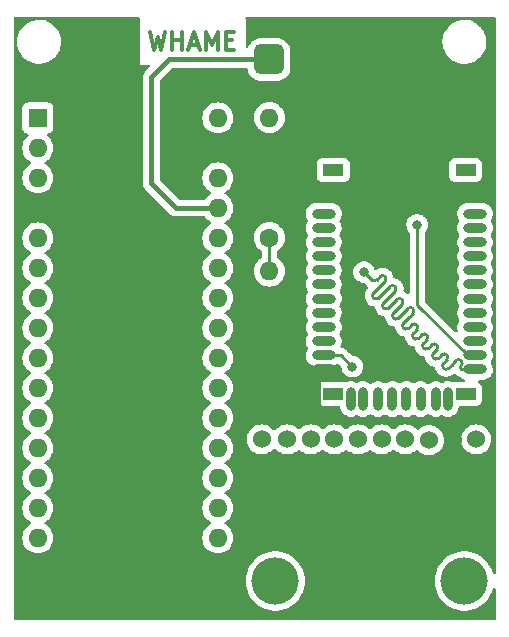
<source format=gbr>
G04 #@! TF.GenerationSoftware,KiCad,Pcbnew,(6.0.2)*
G04 #@! TF.CreationDate,2022-06-05T11:24:39+02:00*
G04 #@! TF.ProjectId,Whame,5768616d-652e-46b6-9963-61645f706362,rev?*
G04 #@! TF.SameCoordinates,Original*
G04 #@! TF.FileFunction,Copper,L1,Top*
G04 #@! TF.FilePolarity,Positive*
%FSLAX46Y46*%
G04 Gerber Fmt 4.6, Leading zero omitted, Abs format (unit mm)*
G04 Created by KiCad (PCBNEW (6.0.2)) date 2022-06-05 11:24:39*
%MOMM*%
%LPD*%
G01*
G04 APERTURE LIST*
G04 Aperture macros list*
%AMRoundRect*
0 Rectangle with rounded corners*
0 $1 Rounding radius*
0 $2 $3 $4 $5 $6 $7 $8 $9 X,Y pos of 4 corners*
0 Add a 4 corners polygon primitive as box body*
4,1,4,$2,$3,$4,$5,$6,$7,$8,$9,$2,$3,0*
0 Add four circle primitives for the rounded corners*
1,1,$1+$1,$2,$3*
1,1,$1+$1,$4,$5*
1,1,$1+$1,$6,$7*
1,1,$1+$1,$8,$9*
0 Add four rect primitives between the rounded corners*
20,1,$1+$1,$2,$3,$4,$5,0*
20,1,$1+$1,$4,$5,$6,$7,0*
20,1,$1+$1,$6,$7,$8,$9,0*
20,1,$1+$1,$8,$9,$2,$3,0*%
G04 Aperture macros list end*
%ADD10C,0.300000*%
G04 #@! TA.AperFunction,NonConductor*
%ADD11C,0.300000*%
G04 #@! TD*
G04 #@! TA.AperFunction,ComponentPad*
%ADD12C,1.524000*%
G04 #@! TD*
G04 #@! TA.AperFunction,ComponentPad*
%ADD13C,4.000000*%
G04 #@! TD*
G04 #@! TA.AperFunction,ComponentPad*
%ADD14C,1.600000*%
G04 #@! TD*
G04 #@! TA.AperFunction,ComponentPad*
%ADD15O,1.600000X1.600000*%
G04 #@! TD*
G04 #@! TA.AperFunction,SMDPad,CuDef*
%ADD16O,2.000000X0.800000*%
G04 #@! TD*
G04 #@! TA.AperFunction,SMDPad,CuDef*
%ADD17O,0.800000X2.000000*%
G04 #@! TD*
G04 #@! TA.AperFunction,SMDPad,CuDef*
%ADD18R,1.800000X1.000000*%
G04 #@! TD*
G04 #@! TA.AperFunction,ComponentPad*
%ADD19R,1.600000X1.600000*%
G04 #@! TD*
G04 #@! TA.AperFunction,ComponentPad*
%ADD20RoundRect,0.650000X-0.650000X-0.650000X0.650000X-0.650000X0.650000X0.650000X-0.650000X0.650000X0*%
G04 #@! TD*
G04 #@! TA.AperFunction,ComponentPad*
%ADD21C,2.600000*%
G04 #@! TD*
G04 #@! TA.AperFunction,ViaPad*
%ADD22C,0.800000*%
G04 #@! TD*
G04 #@! TA.AperFunction,Conductor*
%ADD23C,0.250000*%
G04 #@! TD*
G04 #@! TA.AperFunction,Conductor*
%ADD24C,0.400000*%
G04 #@! TD*
G04 APERTURE END LIST*
D10*
D11*
X135892857Y-58678571D02*
X136250000Y-60178571D01*
X136535714Y-59107142D01*
X136821428Y-60178571D01*
X137178571Y-58678571D01*
X137750000Y-60178571D02*
X137750000Y-58678571D01*
X137750000Y-59392857D02*
X138607142Y-59392857D01*
X138607142Y-60178571D02*
X138607142Y-58678571D01*
X139250000Y-59750000D02*
X139964285Y-59750000D01*
X139107142Y-60178571D02*
X139607142Y-58678571D01*
X140107142Y-60178571D01*
X140607142Y-60178571D02*
X140607142Y-58678571D01*
X141107142Y-59750000D01*
X141607142Y-58678571D01*
X141607142Y-60178571D01*
X142321428Y-59392857D02*
X142821428Y-59392857D01*
X143035714Y-60178571D02*
X142321428Y-60178571D01*
X142321428Y-58678571D01*
X143035714Y-58678571D01*
D12*
G04 #@! TO.P,U2,10,REGOUT*
G04 #@! TO.N,+7.5V*
X163500000Y-93170000D03*
G04 #@! TO.P,U2,9,AD0*
G04 #@! TO.N,GND*
X161500000Y-93250000D03*
G04 #@! TO.P,U2,8,VLOGIC*
G04 #@! TO.N,Net-(U2-Pad23)*
X159500000Y-93250000D03*
G04 #@! TO.P,U2,7,AUX_SCL*
G04 #@! TO.N,Net-(U2-Pad24)*
X157500000Y-93170000D03*
G04 #@! TO.P,U2,6,AUX_SDA*
G04 #@! TO.N,unconnected-(U2-Pad6)*
X155500000Y-93170000D03*
G04 #@! TO.P,U2,5*
G04 #@! TO.N,N/C*
X153500000Y-93170000D03*
G04 #@! TO.P,U2,4*
X151500000Y-93170000D03*
G04 #@! TO.P,U2,3*
X149500000Y-93170000D03*
G04 #@! TO.P,U2,2*
X147500000Y-93170000D03*
G04 #@! TO.P,U2,1,CLKIN*
G04 #@! TO.N,unconnected-(U2-Pad1)*
X145340000Y-93170000D03*
D13*
G04 #@! TO.P,U2,*
G04 #@! TO.N,*
X146500000Y-105170000D03*
X162500000Y-105170000D03*
G04 #@! TD*
D14*
G04 #@! TO.P,R1,1*
G04 #@! TO.N,Net-(R2-PadP$2)*
X146000000Y-76080000D03*
D15*
G04 #@! TO.P,R1,2*
G04 #@! TO.N,Net-(R1-PadP$2)*
X146000000Y-65920000D03*
G04 #@! TD*
D16*
G04 #@! TO.P,U1,1,GND*
G04 #@! TO.N,unconnected-(U1-Pad1)*
X150600000Y-74050000D03*
G04 #@! TO.P,U1,2,SPI_MOSI*
G04 #@! TO.N,unconnected-(U1-Pad2)*
X150600000Y-75250000D03*
G04 #@! TO.P,U1,3,GPIO6*
G04 #@! TO.N,unconnected-(U1-Pad3)*
X150600000Y-76450000D03*
G04 #@! TO.P,U1,4,GPIO7*
G04 #@! TO.N,unconnected-(U1-Pad4)*
X150600000Y-77650000D03*
G04 #@! TO.P,U1,5,RESET*
G04 #@! TO.N,unconnected-(U1-Pad5)*
X150600000Y-78850000D03*
G04 #@! TO.P,U1,6,SPI_CLK*
G04 #@! TO.N,unconnected-(U1-Pad6)*
X150600000Y-80050000D03*
G04 #@! TO.P,U1,7,PCM_CLK*
G04 #@! TO.N,unconnected-(U1-Pad7)*
X150600000Y-81250000D03*
G04 #@! TO.P,U1,8,PCM_SYNC*
G04 #@! TO.N,unconnected-(U1-Pad8)*
X150600000Y-82450000D03*
G04 #@! TO.P,U1,9,PCM_IN*
G04 #@! TO.N,unconnected-(U1-Pad9)*
X150600000Y-83650000D03*
G04 #@! TO.P,U1,10,PCM_OUT*
G04 #@! TO.N,unconnected-(U1-Pad10)*
X150600000Y-84850000D03*
G04 #@! TO.P,U1,11,VDD*
G04 #@! TO.N,Net-(U1-Pad11)*
X150600000Y-86050000D03*
G04 #@! TO.P,U1,12,GND*
G04 #@! TO.N,GND*
X150600000Y-87250000D03*
G04 #@! TO.P,U1,13,UART_RX*
G04 #@! TO.N,Net-(R2-PadP$2)*
X163400000Y-87250000D03*
G04 #@! TO.P,U1,14,UART_TX*
G04 #@! TO.N,Net-(U1-Pad14)*
X163400000Y-86050000D03*
G04 #@! TO.P,U1,15,UART_RTS*
G04 #@! TO.N,unconnected-(U1-Pad15)*
X163400000Y-84850000D03*
G04 #@! TO.P,U1,16,UART_CTS*
G04 #@! TO.N,unconnected-(U1-Pad16)*
X163400000Y-83650000D03*
G04 #@! TO.P,U1,17,USB_D+*
G04 #@! TO.N,unconnected-(U1-Pad17)*
X163400000Y-82450000D03*
G04 #@! TO.P,U1,18,USB_D-*
G04 #@! TO.N,unconnected-(U1-Pad18)*
X163400000Y-81250000D03*
G04 #@! TO.P,U1,19,GPIO2*
G04 #@! TO.N,unconnected-(U1-Pad19)*
X163400000Y-80050000D03*
G04 #@! TO.P,U1,20,GPIO3*
G04 #@! TO.N,unconnected-(U1-Pad20)*
X163400000Y-78850000D03*
G04 #@! TO.P,U1,21,GPIO5*
G04 #@! TO.N,unconnected-(U1-Pad21)*
X163400000Y-77650000D03*
G04 #@! TO.P,U1,22,GPIO4*
G04 #@! TO.N,unconnected-(U1-Pad22)*
X163400000Y-76450000D03*
G04 #@! TO.P,U1,23,SPI_CSB*
G04 #@! TO.N,unconnected-(U1-Pad23)*
X163400000Y-75250000D03*
G04 #@! TO.P,U1,24,SPI_MISO*
G04 #@! TO.N,unconnected-(U1-Pad24)*
X163400000Y-74050000D03*
D17*
G04 #@! TO.P,U1,28,GND*
G04 #@! TO.N,unconnected-(U1-Pad28)*
X160100000Y-89750000D03*
G04 #@! TO.P,U1,29,GND*
G04 #@! TO.N,unconnected-(U1-Pad29)*
X153900000Y-89750000D03*
G04 #@! TO.P,U1,30,AIO0*
G04 #@! TO.N,unconnected-(U1-Pad30)*
X161100000Y-89750000D03*
G04 #@! TO.P,U1,31,GPIO8*
G04 #@! TO.N,unconnected-(U1-Pad31)*
X158800000Y-89750000D03*
G04 #@! TO.P,U1,32,GPIO9*
G04 #@! TO.N,unconnected-(U1-Pad32)*
X157600000Y-89750000D03*
G04 #@! TO.P,U1,33,GPIO10*
G04 #@! TO.N,unconnected-(U1-Pad33)*
X156400000Y-89750000D03*
G04 #@! TO.P,U1,34,GPIO11*
G04 #@! TO.N,unconnected-(U1-Pad34)*
X155200000Y-89750000D03*
G04 #@! TO.P,U1,35,AIO1*
G04 #@! TO.N,unconnected-(U1-Pad35)*
X152900000Y-89750000D03*
D18*
G04 #@! TO.P,U1,36,SHIELD*
G04 #@! TO.N,unconnected-(U1-Pad36)*
X162600000Y-89350000D03*
X151400000Y-70350000D03*
X151400000Y-89350000D03*
X162600000Y-70350000D03*
G04 #@! TD*
D15*
G04 #@! TO.P,A1,30,VIN*
G04 #@! TO.N,N/C*
X141630000Y-65950000D03*
G04 #@! TO.P,A1,29,GND*
G04 #@! TO.N,GND*
X141630000Y-68490000D03*
G04 #@! TO.P,A1,28,~{RESET}*
G04 #@! TO.N,unconnected-(A1-Pad28)*
X141630000Y-71030000D03*
G04 #@! TO.P,A1,27,+5V*
G04 #@! TO.N,+7.5V*
X141630000Y-73570000D03*
G04 #@! TO.P,A1,26,A7*
G04 #@! TO.N,unconnected-(A1-Pad26)*
X141630000Y-76110000D03*
G04 #@! TO.P,A1,25,A6*
G04 #@! TO.N,unconnected-(A1-Pad25)*
X141630000Y-78650000D03*
G04 #@! TO.P,A1,24,SCL/A5*
G04 #@! TO.N,Net-(U2-Pad23)*
X141630000Y-81190000D03*
G04 #@! TO.P,A1,23,SDA/A4*
G04 #@! TO.N,Net-(U2-Pad24)*
X141630000Y-83730000D03*
G04 #@! TO.P,A1,22,A3*
G04 #@! TO.N,unconnected-(A1-Pad22)*
X141630000Y-86270000D03*
G04 #@! TO.P,A1,21,A2*
G04 #@! TO.N,unconnected-(A1-Pad21)*
X141630000Y-88810000D03*
G04 #@! TO.P,A1,20,A1*
G04 #@! TO.N,unconnected-(A1-Pad20)*
X141630000Y-91350000D03*
G04 #@! TO.P,A1,19,A0*
G04 #@! TO.N,unconnected-(A1-Pad19)*
X141630000Y-93890000D03*
G04 #@! TO.P,A1,18,AREF*
G04 #@! TO.N,unconnected-(A1-Pad18)*
X141630000Y-96430000D03*
G04 #@! TO.P,A1,17,3V3*
G04 #@! TO.N,Net-(U1-Pad11)*
X141630000Y-98970000D03*
G04 #@! TO.P,A1,16,SCK*
G04 #@! TO.N,unconnected-(A1-Pad16)*
X141630000Y-101510000D03*
G04 #@! TO.P,A1,15,MISO*
G04 #@! TO.N,unconnected-(A1-Pad15)*
X126390000Y-101510000D03*
G04 #@! TO.P,A1,14,MOSI*
G04 #@! TO.N,unconnected-(A1-Pad14)*
X126390000Y-98970000D03*
G04 #@! TO.P,A1,13,D10*
G04 #@! TO.N,unconnected-(A1-Pad13)*
X126390000Y-96430000D03*
G04 #@! TO.P,A1,12,D9*
G04 #@! TO.N,unconnected-(A1-Pad12)*
X126390000Y-93890000D03*
G04 #@! TO.P,A1,11,D8*
G04 #@! TO.N,unconnected-(A1-Pad11)*
X126390000Y-91350000D03*
G04 #@! TO.P,A1,10,D7*
G04 #@! TO.N,unconnected-(A1-Pad10)*
X126390000Y-88810000D03*
G04 #@! TO.P,A1,9,D6*
G04 #@! TO.N,unconnected-(A1-Pad9)*
X126390000Y-86270000D03*
G04 #@! TO.P,A1,8,D5*
G04 #@! TO.N,unconnected-(A1-Pad8)*
X126390000Y-83730000D03*
G04 #@! TO.P,A1,7,D4*
G04 #@! TO.N,unconnected-(A1-Pad7)*
X126390000Y-81190000D03*
G04 #@! TO.P,A1,6,D3*
G04 #@! TO.N,Net-(U1-Pad14)*
X126390000Y-78650000D03*
G04 #@! TO.P,A1,5,D2*
G04 #@! TO.N,Net-(R1-PadP$2)*
X126390000Y-76110000D03*
G04 #@! TO.P,A1,4,GND*
G04 #@! TO.N,GND*
X126390000Y-73570000D03*
G04 #@! TO.P,A1,3,~{RESET}*
G04 #@! TO.N,unconnected-(A1-Pad3)*
X126390000Y-71030000D03*
G04 #@! TO.P,A1,2,RX1*
G04 #@! TO.N,N/C*
X126390000Y-68490000D03*
D19*
G04 #@! TO.P,A1,1,TX1*
X126390000Y-65950000D03*
G04 #@! TD*
D20*
G04 #@! TO.P,J1,1,Pin_1*
G04 #@! TO.N,+7.5V*
X145960000Y-61000000D03*
D21*
G04 #@! TO.P,J1,2,Pin_2*
G04 #@! TO.N,GND*
X151040000Y-61000000D03*
G04 #@! TD*
D14*
G04 #@! TO.P,R2,1*
G04 #@! TO.N,GND*
X146000000Y-89080000D03*
D15*
G04 #@! TO.P,R2,2*
G04 #@! TO.N,Net-(R2-PadP$2)*
X146000000Y-78920000D03*
G04 #@! TD*
D22*
G04 #@! TO.N,Net-(U1-Pad14)*
X158500000Y-75000000D03*
G04 #@! TO.N,GND*
X138490000Y-68490000D03*
G04 #@! TO.N,Net-(U1-Pad11)*
X153000000Y-87000000D03*
G04 #@! TO.N,Net-(R2-PadP$2)*
X154000000Y-79000000D03*
G04 #@! TD*
D23*
G04 #@! TO.N,Net-(U1-Pad14)*
X158500000Y-81750000D02*
X158500000Y-75000000D01*
X163400000Y-86050000D02*
X162800000Y-86050000D01*
X162800000Y-86050000D02*
X158500000Y-81750000D01*
D24*
G04 #@! TO.N,GND*
X148500000Y-75360000D02*
X148500000Y-86500000D01*
X150600000Y-87250000D02*
X150100489Y-87749511D01*
X148500000Y-86500000D02*
X149250000Y-87250000D01*
X147920000Y-89080000D02*
X149750000Y-87250000D01*
X150100489Y-90249511D02*
X151350978Y-91500000D01*
X137000000Y-67000000D02*
X138490000Y-68490000D01*
X149040000Y-63000000D02*
X138000000Y-63000000D01*
X151040000Y-61000000D02*
X149040000Y-63000000D01*
X146000000Y-89080000D02*
X147920000Y-89080000D01*
X150100489Y-87749511D02*
X150100489Y-90249511D01*
X138000000Y-63000000D02*
X137000000Y-64000000D01*
X149750000Y-87250000D02*
X150600000Y-87250000D01*
X141630000Y-68490000D02*
X148500000Y-75360000D01*
X161500000Y-92500000D02*
X161500000Y-93250000D01*
X141630000Y-68490000D02*
X138490000Y-68490000D01*
X149250000Y-87250000D02*
X149750000Y-87250000D01*
X137000000Y-64000000D02*
X137000000Y-67000000D01*
X151350978Y-91500000D02*
X160500000Y-91500000D01*
X160500000Y-91500000D02*
X161500000Y-92500000D01*
D23*
G04 #@! TO.N,Net-(U1-Pad11)*
X150600000Y-86050000D02*
X152050000Y-86050000D01*
X152050000Y-86050000D02*
X153000000Y-87000000D01*
D24*
G04 #@! TO.N,+7.5V*
X137500000Y-61000000D02*
X136000000Y-62500000D01*
X136000000Y-71500000D02*
X138070000Y-73570000D01*
X136000000Y-62500000D02*
X136000000Y-71500000D01*
X138070000Y-73570000D02*
X141630000Y-73570000D01*
X145960000Y-61000000D02*
X137500000Y-61000000D01*
D23*
G04 #@! TO.N,Net-(R2-PadP$2)*
X156628481Y-80638532D02*
X155638535Y-81628483D01*
X158042705Y-83466970D02*
X158042706Y-83466970D01*
X156911331Y-82901280D02*
X157406307Y-82406307D01*
X158148771Y-82512374D02*
X157830573Y-82830573D01*
X157830573Y-82830573D02*
X157335598Y-83325548D01*
X156487068Y-82477016D02*
X156487066Y-82477015D01*
X161012559Y-86436822D02*
X160729718Y-86719666D01*
X162250000Y-87250000D02*
X162443738Y-87250000D01*
X159739763Y-85164028D02*
X159739764Y-85164028D01*
X156062798Y-82052747D02*
X156805262Y-81310288D01*
X156805262Y-81310288D02*
X156805262Y-81310287D01*
X160588292Y-86012557D02*
X160588293Y-86012557D01*
X159032656Y-85022605D02*
X159032656Y-85022606D01*
X159315499Y-84739763D02*
X159032656Y-85022605D01*
X161436823Y-86861088D02*
X161648953Y-86648958D01*
X155779948Y-79789999D02*
X154790002Y-80779950D01*
X155072840Y-79648577D02*
X155355683Y-79365735D01*
X159315500Y-84315500D02*
X159315499Y-84315499D01*
X155214265Y-81204214D02*
X155709241Y-80709241D01*
X162443738Y-87250000D02*
X163400000Y-87250000D01*
X158466971Y-83466971D02*
X158466970Y-83466970D01*
X155709241Y-80709241D02*
X156204216Y-80214267D01*
X158891234Y-84315499D02*
X158891235Y-84315499D01*
X158466970Y-83891234D02*
X158184127Y-84174076D01*
X158184127Y-84174076D02*
X158184127Y-84174077D01*
X158608392Y-84598342D02*
X158891234Y-84315499D01*
X160164028Y-85588292D02*
X160128673Y-85623647D01*
X157759863Y-83749813D02*
X158042705Y-83466970D01*
X157406307Y-82406307D02*
X157724506Y-82088109D01*
X155355683Y-79365735D02*
X155355683Y-79365734D01*
X162250000Y-86896446D02*
X162249999Y-86896447D01*
X161648953Y-86648958D02*
X161825735Y-86472181D01*
X159456921Y-85446871D02*
X159739763Y-85164028D01*
X162179289Y-86472181D02*
X162250000Y-86542892D01*
X155638535Y-81628483D02*
X155638533Y-81628482D01*
X160128673Y-85623647D02*
X159881185Y-85871135D01*
X160305450Y-86295400D02*
X160588292Y-86012557D01*
X161153981Y-87143930D02*
X161436823Y-86861088D01*
X154000000Y-79000000D02*
X154648576Y-79648577D01*
X161012558Y-86012558D02*
X161012559Y-86012558D01*
X160164029Y-85164029D02*
X160164028Y-85164028D01*
X154790002Y-80779950D02*
X154790000Y-80779949D01*
X160729718Y-86719666D02*
X160729716Y-86719665D01*
X157229527Y-81734552D02*
X156487068Y-82477016D01*
X146000000Y-76080000D02*
X146000000Y-78920000D01*
X158466969Y-83891233D02*
G75*
G03*
X158466969Y-83466971I-212131J212131D01*
G01*
X156911330Y-82901279D02*
G75*
G02*
X156487068Y-82901279I-212131J212131D01*
G01*
X158608391Y-84598341D02*
G75*
G02*
X158184129Y-84598341I-212131J212131D01*
G01*
X159032657Y-85446871D02*
G75*
G02*
X159032656Y-85022606I212127J212133D01*
G01*
X155638534Y-82052747D02*
G75*
G02*
X155638533Y-81628482I212134J212133D01*
G01*
X155779947Y-79789998D02*
G75*
G03*
X155779947Y-79365736I-212131J212131D01*
G01*
X154790001Y-81204214D02*
G75*
G02*
X154790000Y-80779949I212134J212133D01*
G01*
X158466971Y-83466971D02*
G75*
G03*
X158042706Y-83466970I-212133J-212127D01*
G01*
X157335599Y-83749813D02*
G75*
G02*
X157335598Y-83325548I212127J212133D01*
G01*
X160164029Y-85164029D02*
G75*
G03*
X159739764Y-85164028I-212133J-212127D01*
G01*
X162179289Y-86472181D02*
G75*
G03*
X161825735Y-86472181I-176777J-176778D01*
G01*
X155214264Y-81204213D02*
G75*
G02*
X154790002Y-81204213I-212131J212131D01*
G01*
X159315500Y-84315500D02*
G75*
G03*
X158891235Y-84315499I-212133J-212127D01*
G01*
X159456920Y-85446870D02*
G75*
G02*
X159032658Y-85446870I-212131J212131D01*
G01*
X156487067Y-82901280D02*
G75*
G02*
X156487066Y-82477015I212134J212133D01*
G01*
X157759862Y-83749812D02*
G75*
G02*
X157335600Y-83749812I-212131J212131D01*
G01*
X159881186Y-86295400D02*
G75*
G02*
X159881185Y-85871135I212127J212133D01*
G01*
X158148770Y-82088111D02*
G75*
G03*
X157724507Y-82088110I-212132J-212130D01*
G01*
X160164027Y-85588291D02*
G75*
G03*
X160164027Y-85164029I-212131J212131D01*
G01*
X156628480Y-80214269D02*
G75*
G03*
X156204217Y-80214268I-212132J-212130D01*
G01*
X157229526Y-81734551D02*
G75*
G03*
X157229526Y-81310289I-212131J212131D01*
G01*
X162250000Y-87250000D02*
G75*
G02*
X162249999Y-86896447I176775J176777D01*
G01*
X158148770Y-82512373D02*
G75*
G03*
X158148770Y-82088111I-212131J212131D01*
G01*
X155072839Y-79648576D02*
G75*
G02*
X154648577Y-79648576I-212131J212131D01*
G01*
X156062797Y-82052746D02*
G75*
G02*
X155638535Y-82052746I-212131J212131D01*
G01*
X159315498Y-84739762D02*
G75*
G03*
X159315498Y-84315500I-212131J212131D01*
G01*
X161012558Y-86436821D02*
G75*
G03*
X161012558Y-86012559I-212131J212131D01*
G01*
X155779947Y-79365736D02*
G75*
G03*
X155355684Y-79365735I-212132J-212130D01*
G01*
X160305449Y-86295399D02*
G75*
G02*
X159881187Y-86295399I-212131J212131D01*
G01*
X161012558Y-86012558D02*
G75*
G03*
X160588293Y-86012557I-212133J-212127D01*
G01*
X156628480Y-80638531D02*
G75*
G03*
X156628480Y-80214269I-212131J212131D01*
G01*
X157229526Y-81310289D02*
G75*
G03*
X156805263Y-81310288I-212132J-212130D01*
G01*
X162250000Y-86896446D02*
G75*
G03*
X162250000Y-86542892I-176778J176777D01*
G01*
X158184128Y-84598342D02*
G75*
G02*
X158184127Y-84174077I212127J212133D01*
G01*
X160729717Y-87143930D02*
G75*
G02*
X160729716Y-86719665I212134J212133D01*
G01*
X161153980Y-87143929D02*
G75*
G02*
X160729718Y-87143929I-212131J212131D01*
G01*
G04 #@! TD*
G04 #@! TA.AperFunction,Conductor*
G04 #@! TO.N,GND*
G36*
X134972591Y-57408002D02*
G01*
X135019084Y-57461658D01*
X135029188Y-57531932D01*
X135027590Y-57540783D01*
X135023518Y-57559500D01*
X135020572Y-57559500D01*
X135020572Y-61440500D01*
X135753340Y-61440500D01*
X135821461Y-61460502D01*
X135867954Y-61514158D01*
X135878058Y-61584432D01*
X135848564Y-61649012D01*
X135842435Y-61655595D01*
X135519480Y-61978550D01*
X135513215Y-61984404D01*
X135469615Y-62022439D01*
X135432872Y-62074719D01*
X135428939Y-62080014D01*
X135389524Y-62130282D01*
X135386401Y-62137198D01*
X135385017Y-62139484D01*
X135376643Y-62154165D01*
X135375378Y-62156525D01*
X135371010Y-62162739D01*
X135368250Y-62169818D01*
X135368249Y-62169820D01*
X135347798Y-62222275D01*
X135345247Y-62228344D01*
X135318955Y-62286573D01*
X135317571Y-62294040D01*
X135316770Y-62296595D01*
X135312141Y-62312848D01*
X135311478Y-62315428D01*
X135308718Y-62322509D01*
X135307727Y-62330040D01*
X135307726Y-62330042D01*
X135300379Y-62385852D01*
X135299348Y-62392359D01*
X135287704Y-62455186D01*
X135288141Y-62462766D01*
X135288141Y-62462767D01*
X135291291Y-62517392D01*
X135291500Y-62524646D01*
X135291500Y-71471088D01*
X135291208Y-71479658D01*
X135287275Y-71537352D01*
X135288580Y-71544829D01*
X135288580Y-71544830D01*
X135298261Y-71600299D01*
X135299223Y-71606821D01*
X135306898Y-71670242D01*
X135309581Y-71677343D01*
X135310222Y-71679952D01*
X135314685Y-71696262D01*
X135315450Y-71698798D01*
X135316757Y-71706284D01*
X135319811Y-71713241D01*
X135342442Y-71764795D01*
X135344933Y-71770899D01*
X135367513Y-71830656D01*
X135371817Y-71836919D01*
X135373054Y-71839285D01*
X135381299Y-71854097D01*
X135382632Y-71856351D01*
X135385685Y-71863305D01*
X135397113Y-71878197D01*
X135424579Y-71913991D01*
X135428459Y-71919332D01*
X135460339Y-71965720D01*
X135460344Y-71965725D01*
X135464643Y-71971981D01*
X135470313Y-71977032D01*
X135470314Y-71977034D01*
X135511170Y-72013435D01*
X135516446Y-72018416D01*
X137548550Y-74050520D01*
X137554404Y-74056785D01*
X137592439Y-74100385D01*
X137598653Y-74104752D01*
X137644719Y-74137128D01*
X137650014Y-74141061D01*
X137700282Y-74180476D01*
X137707198Y-74183599D01*
X137709484Y-74184983D01*
X137724165Y-74193357D01*
X137726525Y-74194622D01*
X137732739Y-74198990D01*
X137739818Y-74201750D01*
X137739820Y-74201751D01*
X137792275Y-74222202D01*
X137798344Y-74224753D01*
X137856573Y-74251045D01*
X137864046Y-74252430D01*
X137866612Y-74253234D01*
X137882835Y-74257855D01*
X137885427Y-74258520D01*
X137892509Y-74261282D01*
X137900044Y-74262274D01*
X137955861Y-74269622D01*
X137962377Y-74270654D01*
X138000770Y-74277770D01*
X138025186Y-74282295D01*
X138032766Y-74281858D01*
X138032767Y-74281858D01*
X138087380Y-74278709D01*
X138094633Y-74278500D01*
X140463122Y-74278500D01*
X140531243Y-74298502D01*
X140566335Y-74332229D01*
X140620643Y-74409789D01*
X140623802Y-74414300D01*
X140785700Y-74576198D01*
X140790208Y-74579355D01*
X140790211Y-74579357D01*
X140860315Y-74628444D01*
X140973251Y-74707523D01*
X140978233Y-74709846D01*
X140978238Y-74709849D01*
X141012457Y-74725805D01*
X141065742Y-74772722D01*
X141085203Y-74840999D01*
X141064661Y-74908959D01*
X141012457Y-74954195D01*
X140978238Y-74970151D01*
X140978233Y-74970154D01*
X140973251Y-74972477D01*
X140868389Y-75045902D01*
X140790211Y-75100643D01*
X140790208Y-75100645D01*
X140785700Y-75103802D01*
X140623802Y-75265700D01*
X140492477Y-75453251D01*
X140490154Y-75458233D01*
X140490151Y-75458238D01*
X140452809Y-75538319D01*
X140395716Y-75660757D01*
X140394294Y-75666065D01*
X140394293Y-75666067D01*
X140343081Y-75857193D01*
X140336457Y-75881913D01*
X140316502Y-76110000D01*
X140336457Y-76338087D01*
X140337881Y-76343400D01*
X140337881Y-76343402D01*
X140386255Y-76523933D01*
X140395716Y-76559243D01*
X140398039Y-76564224D01*
X140398039Y-76564225D01*
X140490151Y-76761762D01*
X140490154Y-76761767D01*
X140492477Y-76766749D01*
X140495634Y-76771257D01*
X140602796Y-76924300D01*
X140623802Y-76954300D01*
X140785700Y-77116198D01*
X140790208Y-77119355D01*
X140790211Y-77119357D01*
X140796929Y-77124061D01*
X140973251Y-77247523D01*
X140978233Y-77249846D01*
X140978238Y-77249849D01*
X141012457Y-77265805D01*
X141065742Y-77312722D01*
X141085203Y-77380999D01*
X141064661Y-77448959D01*
X141012457Y-77494195D01*
X140978238Y-77510151D01*
X140978233Y-77510154D01*
X140973251Y-77512477D01*
X140922439Y-77548056D01*
X140790211Y-77640643D01*
X140790208Y-77640645D01*
X140785700Y-77643802D01*
X140623802Y-77805700D01*
X140492477Y-77993251D01*
X140490154Y-77998233D01*
X140490151Y-77998238D01*
X140398039Y-78195775D01*
X140395716Y-78200757D01*
X140394294Y-78206065D01*
X140394293Y-78206067D01*
X140362145Y-78326045D01*
X140336457Y-78421913D01*
X140316502Y-78650000D01*
X140336457Y-78878087D01*
X140337881Y-78883400D01*
X140337881Y-78883402D01*
X140378817Y-79036174D01*
X140395716Y-79099243D01*
X140398039Y-79104224D01*
X140398039Y-79104225D01*
X140490151Y-79301762D01*
X140490154Y-79301767D01*
X140492477Y-79306749D01*
X140562330Y-79406509D01*
X140611819Y-79477186D01*
X140623802Y-79494300D01*
X140785700Y-79656198D01*
X140790208Y-79659355D01*
X140790211Y-79659357D01*
X140868389Y-79714098D01*
X140973251Y-79787523D01*
X140978233Y-79789846D01*
X140978238Y-79789849D01*
X141012457Y-79805805D01*
X141065742Y-79852722D01*
X141085203Y-79920999D01*
X141064661Y-79988959D01*
X141012457Y-80034195D01*
X140978238Y-80050151D01*
X140978233Y-80050154D01*
X140973251Y-80052477D01*
X140962723Y-80059849D01*
X140790211Y-80180643D01*
X140790208Y-80180645D01*
X140785700Y-80183802D01*
X140623802Y-80345700D01*
X140492477Y-80533251D01*
X140490154Y-80538233D01*
X140490151Y-80538238D01*
X140403501Y-80724061D01*
X140395716Y-80740757D01*
X140394294Y-80746065D01*
X140394293Y-80746067D01*
X140353105Y-80899782D01*
X140336457Y-80961913D01*
X140316502Y-81190000D01*
X140336457Y-81418087D01*
X140337881Y-81423400D01*
X140337881Y-81423402D01*
X140389881Y-81617465D01*
X140395716Y-81639243D01*
X140398039Y-81644224D01*
X140398039Y-81644225D01*
X140490151Y-81841762D01*
X140490154Y-81841767D01*
X140492477Y-81846749D01*
X140495634Y-81851257D01*
X140601332Y-82002209D01*
X140623802Y-82034300D01*
X140785700Y-82196198D01*
X140790208Y-82199355D01*
X140790211Y-82199357D01*
X140868389Y-82254098D01*
X140973251Y-82327523D01*
X140978233Y-82329846D01*
X140978238Y-82329849D01*
X141012457Y-82345805D01*
X141065742Y-82392722D01*
X141085203Y-82460999D01*
X141064661Y-82528959D01*
X141012457Y-82574195D01*
X140978238Y-82590151D01*
X140978233Y-82590154D01*
X140973251Y-82592477D01*
X140946842Y-82610969D01*
X140790211Y-82720643D01*
X140790208Y-82720645D01*
X140785700Y-82723802D01*
X140623802Y-82885700D01*
X140620645Y-82890208D01*
X140620643Y-82890211D01*
X140595400Y-82926262D01*
X140492477Y-83073251D01*
X140490154Y-83078233D01*
X140490151Y-83078238D01*
X140418994Y-83230837D01*
X140395716Y-83280757D01*
X140394294Y-83286065D01*
X140394293Y-83286067D01*
X140376486Y-83352522D01*
X140336457Y-83501913D01*
X140316502Y-83730000D01*
X140336457Y-83958087D01*
X140395716Y-84179243D01*
X140398039Y-84184224D01*
X140398039Y-84184225D01*
X140490151Y-84381762D01*
X140490154Y-84381767D01*
X140492477Y-84386749D01*
X140623802Y-84574300D01*
X140785700Y-84736198D01*
X140790208Y-84739355D01*
X140790211Y-84739357D01*
X140802635Y-84748056D01*
X140973251Y-84867523D01*
X140978233Y-84869846D01*
X140978238Y-84869849D01*
X141012457Y-84885805D01*
X141065742Y-84932722D01*
X141085203Y-85000999D01*
X141064661Y-85068959D01*
X141012457Y-85114195D01*
X140978238Y-85130151D01*
X140978233Y-85130154D01*
X140973251Y-85132477D01*
X140868389Y-85205902D01*
X140790211Y-85260643D01*
X140790208Y-85260645D01*
X140785700Y-85263802D01*
X140623802Y-85425700D01*
X140620645Y-85430208D01*
X140620643Y-85430211D01*
X140584075Y-85482436D01*
X140492477Y-85613251D01*
X140490154Y-85618233D01*
X140490151Y-85618238D01*
X140420451Y-85767712D01*
X140395716Y-85820757D01*
X140394294Y-85826065D01*
X140394293Y-85826067D01*
X140348009Y-85998799D01*
X140336457Y-86041913D01*
X140316502Y-86270000D01*
X140336457Y-86498087D01*
X140337881Y-86503400D01*
X140337881Y-86503402D01*
X140380178Y-86661253D01*
X140395716Y-86719243D01*
X140398039Y-86724224D01*
X140398039Y-86724225D01*
X140490151Y-86921762D01*
X140490154Y-86921767D01*
X140492477Y-86926749D01*
X140516937Y-86961681D01*
X140616000Y-87103157D01*
X140623802Y-87114300D01*
X140785700Y-87276198D01*
X140790208Y-87279355D01*
X140790211Y-87279357D01*
X140859422Y-87327819D01*
X140973251Y-87407523D01*
X140978233Y-87409846D01*
X140978238Y-87409849D01*
X141012457Y-87425805D01*
X141065742Y-87472722D01*
X141085203Y-87540999D01*
X141064661Y-87608959D01*
X141012457Y-87654195D01*
X140978238Y-87670151D01*
X140978233Y-87670154D01*
X140973251Y-87672477D01*
X140889165Y-87731355D01*
X140790211Y-87800643D01*
X140790208Y-87800645D01*
X140785700Y-87803802D01*
X140623802Y-87965700D01*
X140620645Y-87970208D01*
X140620643Y-87970211D01*
X140565902Y-88048389D01*
X140492477Y-88153251D01*
X140490154Y-88158233D01*
X140490151Y-88158238D01*
X140403455Y-88344160D01*
X140395716Y-88360757D01*
X140336457Y-88581913D01*
X140316502Y-88810000D01*
X140336457Y-89038087D01*
X140395716Y-89259243D01*
X140398039Y-89264224D01*
X140398039Y-89264225D01*
X140490151Y-89461762D01*
X140490154Y-89461767D01*
X140492477Y-89466749D01*
X140623802Y-89654300D01*
X140785700Y-89816198D01*
X140790208Y-89819355D01*
X140790211Y-89819357D01*
X140868389Y-89874098D01*
X140973251Y-89947523D01*
X140978233Y-89949846D01*
X140978238Y-89949849D01*
X141012457Y-89965805D01*
X141065742Y-90012722D01*
X141085203Y-90080999D01*
X141064661Y-90148959D01*
X141012457Y-90194195D01*
X140978238Y-90210151D01*
X140978233Y-90210154D01*
X140973251Y-90212477D01*
X140868389Y-90285902D01*
X140790211Y-90340643D01*
X140790208Y-90340645D01*
X140785700Y-90343802D01*
X140623802Y-90505700D01*
X140492477Y-90693251D01*
X140490154Y-90698233D01*
X140490151Y-90698238D01*
X140404823Y-90881226D01*
X140395716Y-90900757D01*
X140394294Y-90906065D01*
X140394293Y-90906067D01*
X140337881Y-91116598D01*
X140336457Y-91121913D01*
X140316502Y-91350000D01*
X140336457Y-91578087D01*
X140395716Y-91799243D01*
X140398039Y-91804224D01*
X140398039Y-91804225D01*
X140490151Y-92001762D01*
X140490154Y-92001767D01*
X140492477Y-92006749D01*
X140623802Y-92194300D01*
X140785700Y-92356198D01*
X140790208Y-92359355D01*
X140790211Y-92359357D01*
X140824118Y-92383099D01*
X140973251Y-92487523D01*
X140978233Y-92489846D01*
X140978238Y-92489849D01*
X141012457Y-92505805D01*
X141065742Y-92552722D01*
X141085203Y-92620999D01*
X141064661Y-92688959D01*
X141012457Y-92734195D01*
X140978238Y-92750151D01*
X140978233Y-92750154D01*
X140973251Y-92752477D01*
X140892782Y-92808822D01*
X140790211Y-92880643D01*
X140790208Y-92880645D01*
X140785700Y-92883802D01*
X140623802Y-93045700D01*
X140492477Y-93233251D01*
X140490154Y-93238233D01*
X140490151Y-93238238D01*
X140398039Y-93435775D01*
X140395716Y-93440757D01*
X140394294Y-93446065D01*
X140394293Y-93446067D01*
X140337881Y-93656598D01*
X140336457Y-93661913D01*
X140316502Y-93890000D01*
X140336457Y-94118087D01*
X140337881Y-94123400D01*
X140337881Y-94123402D01*
X140366481Y-94230136D01*
X140395716Y-94339243D01*
X140398039Y-94344224D01*
X140398039Y-94344225D01*
X140490151Y-94541762D01*
X140490154Y-94541767D01*
X140492477Y-94546749D01*
X140623802Y-94734300D01*
X140785700Y-94896198D01*
X140790208Y-94899355D01*
X140790211Y-94899357D01*
X140868389Y-94954098D01*
X140973251Y-95027523D01*
X140978233Y-95029846D01*
X140978238Y-95029849D01*
X141012457Y-95045805D01*
X141065742Y-95092722D01*
X141085203Y-95160999D01*
X141064661Y-95228959D01*
X141012457Y-95274195D01*
X140978238Y-95290151D01*
X140978233Y-95290154D01*
X140973251Y-95292477D01*
X140868389Y-95365902D01*
X140790211Y-95420643D01*
X140790208Y-95420645D01*
X140785700Y-95423802D01*
X140623802Y-95585700D01*
X140492477Y-95773251D01*
X140490154Y-95778233D01*
X140490151Y-95778238D01*
X140398039Y-95975775D01*
X140395716Y-95980757D01*
X140336457Y-96201913D01*
X140316502Y-96430000D01*
X140336457Y-96658087D01*
X140395716Y-96879243D01*
X140398039Y-96884224D01*
X140398039Y-96884225D01*
X140490151Y-97081762D01*
X140490154Y-97081767D01*
X140492477Y-97086749D01*
X140623802Y-97274300D01*
X140785700Y-97436198D01*
X140790208Y-97439355D01*
X140790211Y-97439357D01*
X140868389Y-97494098D01*
X140973251Y-97567523D01*
X140978233Y-97569846D01*
X140978238Y-97569849D01*
X141012457Y-97585805D01*
X141065742Y-97632722D01*
X141085203Y-97700999D01*
X141064661Y-97768959D01*
X141012457Y-97814195D01*
X140978238Y-97830151D01*
X140978233Y-97830154D01*
X140973251Y-97832477D01*
X140868389Y-97905902D01*
X140790211Y-97960643D01*
X140790208Y-97960645D01*
X140785700Y-97963802D01*
X140623802Y-98125700D01*
X140492477Y-98313251D01*
X140490154Y-98318233D01*
X140490151Y-98318238D01*
X140398039Y-98515775D01*
X140395716Y-98520757D01*
X140336457Y-98741913D01*
X140316502Y-98970000D01*
X140336457Y-99198087D01*
X140395716Y-99419243D01*
X140398039Y-99424224D01*
X140398039Y-99424225D01*
X140490151Y-99621762D01*
X140490154Y-99621767D01*
X140492477Y-99626749D01*
X140623802Y-99814300D01*
X140785700Y-99976198D01*
X140790208Y-99979355D01*
X140790211Y-99979357D01*
X140868389Y-100034098D01*
X140973251Y-100107523D01*
X140978233Y-100109846D01*
X140978238Y-100109849D01*
X141012457Y-100125805D01*
X141065742Y-100172722D01*
X141085203Y-100240999D01*
X141064661Y-100308959D01*
X141012457Y-100354195D01*
X140978238Y-100370151D01*
X140978233Y-100370154D01*
X140973251Y-100372477D01*
X140868389Y-100445902D01*
X140790211Y-100500643D01*
X140790208Y-100500645D01*
X140785700Y-100503802D01*
X140623802Y-100665700D01*
X140492477Y-100853251D01*
X140490154Y-100858233D01*
X140490151Y-100858238D01*
X140398039Y-101055775D01*
X140395716Y-101060757D01*
X140336457Y-101281913D01*
X140316502Y-101510000D01*
X140336457Y-101738087D01*
X140395716Y-101959243D01*
X140398039Y-101964224D01*
X140398039Y-101964225D01*
X140490151Y-102161762D01*
X140490154Y-102161767D01*
X140492477Y-102166749D01*
X140623802Y-102354300D01*
X140785700Y-102516198D01*
X140790208Y-102519355D01*
X140790211Y-102519357D01*
X140868389Y-102574098D01*
X140973251Y-102647523D01*
X140978233Y-102649846D01*
X140978238Y-102649849D01*
X141175775Y-102741961D01*
X141180757Y-102744284D01*
X141186065Y-102745706D01*
X141186067Y-102745707D01*
X141396598Y-102802119D01*
X141396600Y-102802119D01*
X141401913Y-102803543D01*
X141630000Y-102823498D01*
X141858087Y-102803543D01*
X141863400Y-102802119D01*
X141863402Y-102802119D01*
X142073933Y-102745707D01*
X142073935Y-102745706D01*
X142079243Y-102744284D01*
X142084225Y-102741961D01*
X142281762Y-102649849D01*
X142281767Y-102649846D01*
X142286749Y-102647523D01*
X142391611Y-102574098D01*
X142469789Y-102519357D01*
X142469792Y-102519355D01*
X142474300Y-102516198D01*
X142636198Y-102354300D01*
X142767523Y-102166749D01*
X142769846Y-102161767D01*
X142769849Y-102161762D01*
X142861961Y-101964225D01*
X142861961Y-101964224D01*
X142864284Y-101959243D01*
X142923543Y-101738087D01*
X142943498Y-101510000D01*
X142923543Y-101281913D01*
X142864284Y-101060757D01*
X142861961Y-101055775D01*
X142769849Y-100858238D01*
X142769846Y-100858233D01*
X142767523Y-100853251D01*
X142636198Y-100665700D01*
X142474300Y-100503802D01*
X142469792Y-100500645D01*
X142469789Y-100500643D01*
X142391611Y-100445902D01*
X142286749Y-100372477D01*
X142281767Y-100370154D01*
X142281762Y-100370151D01*
X142247543Y-100354195D01*
X142194258Y-100307278D01*
X142174797Y-100239001D01*
X142195339Y-100171041D01*
X142247543Y-100125805D01*
X142281762Y-100109849D01*
X142281767Y-100109846D01*
X142286749Y-100107523D01*
X142391611Y-100034098D01*
X142469789Y-99979357D01*
X142469792Y-99979355D01*
X142474300Y-99976198D01*
X142636198Y-99814300D01*
X142767523Y-99626749D01*
X142769846Y-99621767D01*
X142769849Y-99621762D01*
X142861961Y-99424225D01*
X142861961Y-99424224D01*
X142864284Y-99419243D01*
X142923543Y-99198087D01*
X142943498Y-98970000D01*
X142923543Y-98741913D01*
X142864284Y-98520757D01*
X142861961Y-98515775D01*
X142769849Y-98318238D01*
X142769846Y-98318233D01*
X142767523Y-98313251D01*
X142636198Y-98125700D01*
X142474300Y-97963802D01*
X142469792Y-97960645D01*
X142469789Y-97960643D01*
X142391611Y-97905902D01*
X142286749Y-97832477D01*
X142281767Y-97830154D01*
X142281762Y-97830151D01*
X142247543Y-97814195D01*
X142194258Y-97767278D01*
X142174797Y-97699001D01*
X142195339Y-97631041D01*
X142247543Y-97585805D01*
X142281762Y-97569849D01*
X142281767Y-97569846D01*
X142286749Y-97567523D01*
X142391611Y-97494098D01*
X142469789Y-97439357D01*
X142469792Y-97439355D01*
X142474300Y-97436198D01*
X142636198Y-97274300D01*
X142767523Y-97086749D01*
X142769846Y-97081767D01*
X142769849Y-97081762D01*
X142861961Y-96884225D01*
X142861961Y-96884224D01*
X142864284Y-96879243D01*
X142923543Y-96658087D01*
X142943498Y-96430000D01*
X142923543Y-96201913D01*
X142864284Y-95980757D01*
X142861961Y-95975775D01*
X142769849Y-95778238D01*
X142769846Y-95778233D01*
X142767523Y-95773251D01*
X142636198Y-95585700D01*
X142474300Y-95423802D01*
X142469792Y-95420645D01*
X142469789Y-95420643D01*
X142391611Y-95365902D01*
X142286749Y-95292477D01*
X142281767Y-95290154D01*
X142281762Y-95290151D01*
X142247543Y-95274195D01*
X142194258Y-95227278D01*
X142174797Y-95159001D01*
X142195339Y-95091041D01*
X142247543Y-95045805D01*
X142281762Y-95029849D01*
X142281767Y-95029846D01*
X142286749Y-95027523D01*
X142391611Y-94954098D01*
X142469789Y-94899357D01*
X142469792Y-94899355D01*
X142474300Y-94896198D01*
X142636198Y-94734300D01*
X142767523Y-94546749D01*
X142769846Y-94541767D01*
X142769849Y-94541762D01*
X142861961Y-94344225D01*
X142861961Y-94344224D01*
X142864284Y-94339243D01*
X142893520Y-94230136D01*
X142922119Y-94123402D01*
X142922119Y-94123400D01*
X142923543Y-94118087D01*
X142943498Y-93890000D01*
X142923543Y-93661913D01*
X142922119Y-93656598D01*
X142865707Y-93446067D01*
X142865706Y-93446065D01*
X142864284Y-93440757D01*
X142861961Y-93435775D01*
X142769849Y-93238238D01*
X142769846Y-93238233D01*
X142767523Y-93233251D01*
X142723234Y-93170000D01*
X144064647Y-93170000D01*
X144084022Y-93391463D01*
X144141560Y-93606196D01*
X144143882Y-93611177D01*
X144143883Y-93611178D01*
X144233186Y-93802689D01*
X144233189Y-93802694D01*
X144235512Y-93807676D01*
X144238668Y-93812183D01*
X144238669Y-93812185D01*
X144329538Y-93941959D01*
X144363023Y-93989781D01*
X144520219Y-94146977D01*
X144524727Y-94150134D01*
X144524730Y-94150136D01*
X144600495Y-94203187D01*
X144702323Y-94274488D01*
X144707305Y-94276811D01*
X144707310Y-94276814D01*
X144878872Y-94356814D01*
X144903804Y-94368440D01*
X144909112Y-94369862D01*
X144909114Y-94369863D01*
X144974949Y-94387503D01*
X145118537Y-94425978D01*
X145340000Y-94445353D01*
X145561463Y-94425978D01*
X145705051Y-94387503D01*
X145770886Y-94369863D01*
X145770888Y-94369862D01*
X145776196Y-94368440D01*
X145801128Y-94356814D01*
X145972690Y-94276814D01*
X145972695Y-94276811D01*
X145977677Y-94274488D01*
X146079505Y-94203187D01*
X146155270Y-94150136D01*
X146155273Y-94150134D01*
X146159781Y-94146977D01*
X146316977Y-93989781D01*
X146320136Y-93985270D01*
X146323480Y-93981285D01*
X146382591Y-93941959D01*
X146453578Y-93940835D01*
X146516520Y-93981285D01*
X146519864Y-93985270D01*
X146523023Y-93989781D01*
X146680219Y-94146977D01*
X146684727Y-94150134D01*
X146684730Y-94150136D01*
X146760495Y-94203187D01*
X146862323Y-94274488D01*
X146867305Y-94276811D01*
X146867310Y-94276814D01*
X147038872Y-94356814D01*
X147063804Y-94368440D01*
X147069112Y-94369862D01*
X147069114Y-94369863D01*
X147134949Y-94387503D01*
X147278537Y-94425978D01*
X147500000Y-94445353D01*
X147721463Y-94425978D01*
X147865051Y-94387503D01*
X147930886Y-94369863D01*
X147930888Y-94369862D01*
X147936196Y-94368440D01*
X147961128Y-94356814D01*
X148132690Y-94276814D01*
X148132695Y-94276811D01*
X148137677Y-94274488D01*
X148239505Y-94203187D01*
X148315270Y-94150136D01*
X148315273Y-94150134D01*
X148319781Y-94146977D01*
X148410905Y-94055853D01*
X148473217Y-94021827D01*
X148544032Y-94026892D01*
X148589095Y-94055853D01*
X148680219Y-94146977D01*
X148684727Y-94150134D01*
X148684730Y-94150136D01*
X148760495Y-94203187D01*
X148862323Y-94274488D01*
X148867305Y-94276811D01*
X148867310Y-94276814D01*
X149038872Y-94356814D01*
X149063804Y-94368440D01*
X149069112Y-94369862D01*
X149069114Y-94369863D01*
X149134949Y-94387503D01*
X149278537Y-94425978D01*
X149500000Y-94445353D01*
X149721463Y-94425978D01*
X149865051Y-94387503D01*
X149930886Y-94369863D01*
X149930888Y-94369862D01*
X149936196Y-94368440D01*
X149961128Y-94356814D01*
X150132690Y-94276814D01*
X150132695Y-94276811D01*
X150137677Y-94274488D01*
X150239505Y-94203187D01*
X150315270Y-94150136D01*
X150315273Y-94150134D01*
X150319781Y-94146977D01*
X150410905Y-94055853D01*
X150473217Y-94021827D01*
X150544032Y-94026892D01*
X150589095Y-94055853D01*
X150680219Y-94146977D01*
X150684727Y-94150134D01*
X150684730Y-94150136D01*
X150760495Y-94203187D01*
X150862323Y-94274488D01*
X150867305Y-94276811D01*
X150867310Y-94276814D01*
X151038872Y-94356814D01*
X151063804Y-94368440D01*
X151069112Y-94369862D01*
X151069114Y-94369863D01*
X151134949Y-94387503D01*
X151278537Y-94425978D01*
X151500000Y-94445353D01*
X151721463Y-94425978D01*
X151865051Y-94387503D01*
X151930886Y-94369863D01*
X151930888Y-94369862D01*
X151936196Y-94368440D01*
X151961128Y-94356814D01*
X152132690Y-94276814D01*
X152132695Y-94276811D01*
X152137677Y-94274488D01*
X152239505Y-94203187D01*
X152315270Y-94150136D01*
X152315273Y-94150134D01*
X152319781Y-94146977D01*
X152410905Y-94055853D01*
X152473217Y-94021827D01*
X152544032Y-94026892D01*
X152589095Y-94055853D01*
X152680219Y-94146977D01*
X152684727Y-94150134D01*
X152684730Y-94150136D01*
X152760495Y-94203187D01*
X152862323Y-94274488D01*
X152867305Y-94276811D01*
X152867310Y-94276814D01*
X153038872Y-94356814D01*
X153063804Y-94368440D01*
X153069112Y-94369862D01*
X153069114Y-94369863D01*
X153134949Y-94387503D01*
X153278537Y-94425978D01*
X153500000Y-94445353D01*
X153721463Y-94425978D01*
X153865051Y-94387503D01*
X153930886Y-94369863D01*
X153930888Y-94369862D01*
X153936196Y-94368440D01*
X153961128Y-94356814D01*
X154132690Y-94276814D01*
X154132695Y-94276811D01*
X154137677Y-94274488D01*
X154239505Y-94203187D01*
X154315270Y-94150136D01*
X154315273Y-94150134D01*
X154319781Y-94146977D01*
X154410905Y-94055853D01*
X154473217Y-94021827D01*
X154544032Y-94026892D01*
X154589095Y-94055853D01*
X154680219Y-94146977D01*
X154684727Y-94150134D01*
X154684730Y-94150136D01*
X154760495Y-94203187D01*
X154862323Y-94274488D01*
X154867305Y-94276811D01*
X154867310Y-94276814D01*
X155038872Y-94356814D01*
X155063804Y-94368440D01*
X155069112Y-94369862D01*
X155069114Y-94369863D01*
X155134949Y-94387503D01*
X155278537Y-94425978D01*
X155500000Y-94445353D01*
X155721463Y-94425978D01*
X155865051Y-94387503D01*
X155930886Y-94369863D01*
X155930888Y-94369862D01*
X155936196Y-94368440D01*
X155961128Y-94356814D01*
X156132690Y-94276814D01*
X156132695Y-94276811D01*
X156137677Y-94274488D01*
X156239505Y-94203187D01*
X156315270Y-94150136D01*
X156315273Y-94150134D01*
X156319781Y-94146977D01*
X156410905Y-94055853D01*
X156473217Y-94021827D01*
X156544032Y-94026892D01*
X156589095Y-94055853D01*
X156680219Y-94146977D01*
X156684727Y-94150134D01*
X156684730Y-94150136D01*
X156760495Y-94203187D01*
X156862323Y-94274488D01*
X156867305Y-94276811D01*
X156867310Y-94276814D01*
X157038872Y-94356814D01*
X157063804Y-94368440D01*
X157069112Y-94369862D01*
X157069114Y-94369863D01*
X157134949Y-94387503D01*
X157278537Y-94425978D01*
X157500000Y-94445353D01*
X157721463Y-94425978D01*
X157865051Y-94387503D01*
X157930886Y-94369863D01*
X157930888Y-94369862D01*
X157936196Y-94368440D01*
X157961128Y-94356814D01*
X158132690Y-94276814D01*
X158132695Y-94276811D01*
X158137677Y-94274488D01*
X158239505Y-94203187D01*
X158315270Y-94150136D01*
X158315273Y-94150134D01*
X158319781Y-94146977D01*
X158370905Y-94095853D01*
X158433217Y-94061827D01*
X158504032Y-94066892D01*
X158549095Y-94095853D01*
X158680219Y-94226977D01*
X158684727Y-94230134D01*
X158684730Y-94230136D01*
X158751393Y-94276814D01*
X158862323Y-94354488D01*
X158867305Y-94356811D01*
X158867310Y-94356814D01*
X159057184Y-94445353D01*
X159063804Y-94448440D01*
X159069112Y-94449862D01*
X159069114Y-94449863D01*
X159134949Y-94467503D01*
X159278537Y-94505978D01*
X159500000Y-94525353D01*
X159721463Y-94505978D01*
X159865051Y-94467503D01*
X159930886Y-94449863D01*
X159930888Y-94449862D01*
X159936196Y-94448440D01*
X159942816Y-94445353D01*
X160132690Y-94356814D01*
X160132695Y-94356811D01*
X160137677Y-94354488D01*
X160248607Y-94276814D01*
X160315270Y-94230136D01*
X160315273Y-94230134D01*
X160319781Y-94226977D01*
X160476977Y-94069781D01*
X160482547Y-94061827D01*
X160601331Y-93892185D01*
X160601332Y-93892183D01*
X160604488Y-93887676D01*
X160606811Y-93882694D01*
X160606814Y-93882689D01*
X160696117Y-93691178D01*
X160696118Y-93691177D01*
X160698440Y-93686196D01*
X160755978Y-93471463D01*
X160775353Y-93250000D01*
X160768354Y-93170000D01*
X162224647Y-93170000D01*
X162244022Y-93391463D01*
X162301560Y-93606196D01*
X162303882Y-93611177D01*
X162303883Y-93611178D01*
X162393186Y-93802689D01*
X162393189Y-93802694D01*
X162395512Y-93807676D01*
X162398668Y-93812183D01*
X162398669Y-93812185D01*
X162489538Y-93941959D01*
X162523023Y-93989781D01*
X162680219Y-94146977D01*
X162684727Y-94150134D01*
X162684730Y-94150136D01*
X162760495Y-94203187D01*
X162862323Y-94274488D01*
X162867305Y-94276811D01*
X162867310Y-94276814D01*
X163038872Y-94356814D01*
X163063804Y-94368440D01*
X163069112Y-94369862D01*
X163069114Y-94369863D01*
X163134949Y-94387503D01*
X163278537Y-94425978D01*
X163500000Y-94445353D01*
X163721463Y-94425978D01*
X163865051Y-94387503D01*
X163930886Y-94369863D01*
X163930888Y-94369862D01*
X163936196Y-94368440D01*
X163961128Y-94356814D01*
X164132690Y-94276814D01*
X164132695Y-94276811D01*
X164137677Y-94274488D01*
X164239505Y-94203187D01*
X164315270Y-94150136D01*
X164315273Y-94150134D01*
X164319781Y-94146977D01*
X164476977Y-93989781D01*
X164510463Y-93941959D01*
X164601331Y-93812185D01*
X164601332Y-93812183D01*
X164604488Y-93807676D01*
X164606811Y-93802694D01*
X164606814Y-93802689D01*
X164696117Y-93611178D01*
X164696118Y-93611177D01*
X164698440Y-93606196D01*
X164755978Y-93391463D01*
X164775353Y-93170000D01*
X164755978Y-92948537D01*
X164717503Y-92804949D01*
X164699863Y-92739114D01*
X164699862Y-92739112D01*
X164698440Y-92733804D01*
X164696117Y-92728822D01*
X164606814Y-92537311D01*
X164606811Y-92537306D01*
X164604488Y-92532324D01*
X164536152Y-92434730D01*
X164480136Y-92354730D01*
X164480134Y-92354727D01*
X164476977Y-92350219D01*
X164319781Y-92193023D01*
X164315273Y-92189866D01*
X164315270Y-92189864D01*
X164239505Y-92136813D01*
X164137677Y-92065512D01*
X164132695Y-92063189D01*
X164132690Y-92063186D01*
X163941178Y-91973883D01*
X163941177Y-91973882D01*
X163936196Y-91971560D01*
X163930888Y-91970138D01*
X163930886Y-91970137D01*
X163865051Y-91952497D01*
X163721463Y-91914022D01*
X163500000Y-91894647D01*
X163278537Y-91914022D01*
X163134949Y-91952497D01*
X163069114Y-91970137D01*
X163069112Y-91970138D01*
X163063804Y-91971560D01*
X163058823Y-91973882D01*
X163058822Y-91973883D01*
X162867311Y-92063186D01*
X162867306Y-92063189D01*
X162862324Y-92065512D01*
X162857817Y-92068668D01*
X162857815Y-92068669D01*
X162684730Y-92189864D01*
X162684727Y-92189866D01*
X162680219Y-92193023D01*
X162523023Y-92350219D01*
X162519866Y-92354727D01*
X162519864Y-92354730D01*
X162463848Y-92434730D01*
X162395512Y-92532324D01*
X162393189Y-92537306D01*
X162393186Y-92537311D01*
X162303883Y-92728822D01*
X162301560Y-92733804D01*
X162300138Y-92739112D01*
X162300137Y-92739114D01*
X162282497Y-92804949D01*
X162244022Y-92948537D01*
X162224647Y-93170000D01*
X160768354Y-93170000D01*
X160755978Y-93028537D01*
X160698440Y-92813804D01*
X160668758Y-92750151D01*
X160606814Y-92617311D01*
X160606811Y-92617306D01*
X160604488Y-92612324D01*
X160584854Y-92584284D01*
X160480136Y-92434730D01*
X160480134Y-92434727D01*
X160476977Y-92430219D01*
X160319781Y-92273023D01*
X160315273Y-92269866D01*
X160315270Y-92269864D01*
X160207353Y-92194300D01*
X160137677Y-92145512D01*
X160132695Y-92143189D01*
X160132690Y-92143186D01*
X159941178Y-92053883D01*
X159941177Y-92053882D01*
X159936196Y-92051560D01*
X159930888Y-92050138D01*
X159930886Y-92050137D01*
X159785784Y-92011257D01*
X159721463Y-91994022D01*
X159500000Y-91974647D01*
X159278537Y-91994022D01*
X159214216Y-92011257D01*
X159069114Y-92050137D01*
X159069112Y-92050138D01*
X159063804Y-92051560D01*
X159058823Y-92053882D01*
X159058822Y-92053883D01*
X158867311Y-92143186D01*
X158867306Y-92143189D01*
X158862324Y-92145512D01*
X158857817Y-92148668D01*
X158857815Y-92148669D01*
X158684730Y-92269864D01*
X158684727Y-92269866D01*
X158680219Y-92273023D01*
X158629095Y-92324147D01*
X158566783Y-92358173D01*
X158495968Y-92353108D01*
X158450905Y-92324147D01*
X158319781Y-92193023D01*
X158315273Y-92189866D01*
X158315270Y-92189864D01*
X158239505Y-92136813D01*
X158137677Y-92065512D01*
X158132695Y-92063189D01*
X158132690Y-92063186D01*
X157941178Y-91973883D01*
X157941177Y-91973882D01*
X157936196Y-91971560D01*
X157930888Y-91970138D01*
X157930886Y-91970137D01*
X157865051Y-91952497D01*
X157721463Y-91914022D01*
X157500000Y-91894647D01*
X157278537Y-91914022D01*
X157134949Y-91952497D01*
X157069114Y-91970137D01*
X157069112Y-91970138D01*
X157063804Y-91971560D01*
X157058823Y-91973882D01*
X157058822Y-91973883D01*
X156867311Y-92063186D01*
X156867306Y-92063189D01*
X156862324Y-92065512D01*
X156857817Y-92068668D01*
X156857815Y-92068669D01*
X156684730Y-92189864D01*
X156684727Y-92189866D01*
X156680219Y-92193023D01*
X156589095Y-92284147D01*
X156526783Y-92318173D01*
X156455968Y-92313108D01*
X156410905Y-92284147D01*
X156319781Y-92193023D01*
X156315273Y-92189866D01*
X156315270Y-92189864D01*
X156239505Y-92136813D01*
X156137677Y-92065512D01*
X156132695Y-92063189D01*
X156132690Y-92063186D01*
X155941178Y-91973883D01*
X155941177Y-91973882D01*
X155936196Y-91971560D01*
X155930888Y-91970138D01*
X155930886Y-91970137D01*
X155865051Y-91952497D01*
X155721463Y-91914022D01*
X155500000Y-91894647D01*
X155278537Y-91914022D01*
X155134949Y-91952497D01*
X155069114Y-91970137D01*
X155069112Y-91970138D01*
X155063804Y-91971560D01*
X155058823Y-91973882D01*
X155058822Y-91973883D01*
X154867311Y-92063186D01*
X154867306Y-92063189D01*
X154862324Y-92065512D01*
X154857817Y-92068668D01*
X154857815Y-92068669D01*
X154684730Y-92189864D01*
X154684727Y-92189866D01*
X154680219Y-92193023D01*
X154589095Y-92284147D01*
X154526783Y-92318173D01*
X154455968Y-92313108D01*
X154410905Y-92284147D01*
X154319781Y-92193023D01*
X154315273Y-92189866D01*
X154315270Y-92189864D01*
X154239505Y-92136813D01*
X154137677Y-92065512D01*
X154132695Y-92063189D01*
X154132690Y-92063186D01*
X153941178Y-91973883D01*
X153941177Y-91973882D01*
X153936196Y-91971560D01*
X153930888Y-91970138D01*
X153930886Y-91970137D01*
X153865051Y-91952497D01*
X153721463Y-91914022D01*
X153500000Y-91894647D01*
X153278537Y-91914022D01*
X153134949Y-91952497D01*
X153069114Y-91970137D01*
X153069112Y-91970138D01*
X153063804Y-91971560D01*
X153058823Y-91973882D01*
X153058822Y-91973883D01*
X152867311Y-92063186D01*
X152867306Y-92063189D01*
X152862324Y-92065512D01*
X152857817Y-92068668D01*
X152857815Y-92068669D01*
X152684730Y-92189864D01*
X152684727Y-92189866D01*
X152680219Y-92193023D01*
X152589095Y-92284147D01*
X152526783Y-92318173D01*
X152455968Y-92313108D01*
X152410905Y-92284147D01*
X152319781Y-92193023D01*
X152315273Y-92189866D01*
X152315270Y-92189864D01*
X152239505Y-92136813D01*
X152137677Y-92065512D01*
X152132695Y-92063189D01*
X152132690Y-92063186D01*
X151941178Y-91973883D01*
X151941177Y-91973882D01*
X151936196Y-91971560D01*
X151930888Y-91970138D01*
X151930886Y-91970137D01*
X151865051Y-91952497D01*
X151721463Y-91914022D01*
X151500000Y-91894647D01*
X151278537Y-91914022D01*
X151134949Y-91952497D01*
X151069114Y-91970137D01*
X151069112Y-91970138D01*
X151063804Y-91971560D01*
X151058823Y-91973882D01*
X151058822Y-91973883D01*
X150867311Y-92063186D01*
X150867306Y-92063189D01*
X150862324Y-92065512D01*
X150857817Y-92068668D01*
X150857815Y-92068669D01*
X150684730Y-92189864D01*
X150684727Y-92189866D01*
X150680219Y-92193023D01*
X150589095Y-92284147D01*
X150526783Y-92318173D01*
X150455968Y-92313108D01*
X150410905Y-92284147D01*
X150319781Y-92193023D01*
X150315273Y-92189866D01*
X150315270Y-92189864D01*
X150239505Y-92136813D01*
X150137677Y-92065512D01*
X150132695Y-92063189D01*
X150132690Y-92063186D01*
X149941178Y-91973883D01*
X149941177Y-91973882D01*
X149936196Y-91971560D01*
X149930888Y-91970138D01*
X149930886Y-91970137D01*
X149865051Y-91952497D01*
X149721463Y-91914022D01*
X149500000Y-91894647D01*
X149278537Y-91914022D01*
X149134949Y-91952497D01*
X149069114Y-91970137D01*
X149069112Y-91970138D01*
X149063804Y-91971560D01*
X149058823Y-91973882D01*
X149058822Y-91973883D01*
X148867311Y-92063186D01*
X148867306Y-92063189D01*
X148862324Y-92065512D01*
X148857817Y-92068668D01*
X148857815Y-92068669D01*
X148684730Y-92189864D01*
X148684727Y-92189866D01*
X148680219Y-92193023D01*
X148589095Y-92284147D01*
X148526783Y-92318173D01*
X148455968Y-92313108D01*
X148410905Y-92284147D01*
X148319781Y-92193023D01*
X148315273Y-92189866D01*
X148315270Y-92189864D01*
X148239505Y-92136813D01*
X148137677Y-92065512D01*
X148132695Y-92063189D01*
X148132690Y-92063186D01*
X147941178Y-91973883D01*
X147941177Y-91973882D01*
X147936196Y-91971560D01*
X147930888Y-91970138D01*
X147930886Y-91970137D01*
X147865051Y-91952497D01*
X147721463Y-91914022D01*
X147500000Y-91894647D01*
X147278537Y-91914022D01*
X147134949Y-91952497D01*
X147069114Y-91970137D01*
X147069112Y-91970138D01*
X147063804Y-91971560D01*
X147058823Y-91973882D01*
X147058822Y-91973883D01*
X146867311Y-92063186D01*
X146867306Y-92063189D01*
X146862324Y-92065512D01*
X146857817Y-92068668D01*
X146857815Y-92068669D01*
X146684730Y-92189864D01*
X146684727Y-92189866D01*
X146680219Y-92193023D01*
X146523023Y-92350219D01*
X146519866Y-92354727D01*
X146516520Y-92358715D01*
X146457409Y-92398041D01*
X146386422Y-92399165D01*
X146323480Y-92358715D01*
X146320134Y-92354727D01*
X146316977Y-92350219D01*
X146159781Y-92193023D01*
X146155273Y-92189866D01*
X146155270Y-92189864D01*
X146079505Y-92136813D01*
X145977677Y-92065512D01*
X145972695Y-92063189D01*
X145972690Y-92063186D01*
X145781178Y-91973883D01*
X145781177Y-91973882D01*
X145776196Y-91971560D01*
X145770888Y-91970138D01*
X145770886Y-91970137D01*
X145705051Y-91952497D01*
X145561463Y-91914022D01*
X145340000Y-91894647D01*
X145118537Y-91914022D01*
X144974949Y-91952497D01*
X144909114Y-91970137D01*
X144909112Y-91970138D01*
X144903804Y-91971560D01*
X144898823Y-91973882D01*
X144898822Y-91973883D01*
X144707311Y-92063186D01*
X144707306Y-92063189D01*
X144702324Y-92065512D01*
X144697817Y-92068668D01*
X144697815Y-92068669D01*
X144524730Y-92189864D01*
X144524727Y-92189866D01*
X144520219Y-92193023D01*
X144363023Y-92350219D01*
X144359866Y-92354727D01*
X144359864Y-92354730D01*
X144303848Y-92434730D01*
X144235512Y-92532324D01*
X144233189Y-92537306D01*
X144233186Y-92537311D01*
X144143883Y-92728822D01*
X144141560Y-92733804D01*
X144140138Y-92739112D01*
X144140137Y-92739114D01*
X144122497Y-92804949D01*
X144084022Y-92948537D01*
X144064647Y-93170000D01*
X142723234Y-93170000D01*
X142636198Y-93045700D01*
X142474300Y-92883802D01*
X142469792Y-92880645D01*
X142469789Y-92880643D01*
X142367218Y-92808822D01*
X142286749Y-92752477D01*
X142281767Y-92750154D01*
X142281762Y-92750151D01*
X142247543Y-92734195D01*
X142194258Y-92687278D01*
X142174797Y-92619001D01*
X142195339Y-92551041D01*
X142247543Y-92505805D01*
X142281762Y-92489849D01*
X142281767Y-92489846D01*
X142286749Y-92487523D01*
X142435882Y-92383099D01*
X142469789Y-92359357D01*
X142469792Y-92359355D01*
X142474300Y-92356198D01*
X142636198Y-92194300D01*
X142767523Y-92006749D01*
X142769846Y-92001767D01*
X142769849Y-92001762D01*
X142861961Y-91804225D01*
X142861961Y-91804224D01*
X142864284Y-91799243D01*
X142923543Y-91578087D01*
X142943498Y-91350000D01*
X142923543Y-91121913D01*
X142922119Y-91116598D01*
X142865707Y-90906067D01*
X142865706Y-90906065D01*
X142864284Y-90900757D01*
X142855177Y-90881226D01*
X142769849Y-90698238D01*
X142769846Y-90698233D01*
X142767523Y-90693251D01*
X142636198Y-90505700D01*
X142474300Y-90343802D01*
X142469792Y-90340645D01*
X142469789Y-90340643D01*
X142391611Y-90285902D01*
X142286749Y-90212477D01*
X142281767Y-90210154D01*
X142281762Y-90210151D01*
X142247543Y-90194195D01*
X142194258Y-90147278D01*
X142174797Y-90079001D01*
X142195339Y-90011041D01*
X142247543Y-89965805D01*
X142281762Y-89949849D01*
X142281767Y-89949846D01*
X142286749Y-89947523D01*
X142357284Y-89898134D01*
X149991500Y-89898134D01*
X149998255Y-89960316D01*
X150049385Y-90096705D01*
X150136739Y-90213261D01*
X150253295Y-90300615D01*
X150389684Y-90351745D01*
X150451866Y-90358500D01*
X151873938Y-90358500D01*
X151942059Y-90378502D01*
X151988552Y-90432158D01*
X151999248Y-90471329D01*
X152003335Y-90510211D01*
X152006458Y-90539928D01*
X152065473Y-90721556D01*
X152160960Y-90886944D01*
X152288747Y-91028866D01*
X152324061Y-91054523D01*
X152400000Y-91109696D01*
X152443248Y-91141118D01*
X152449276Y-91143802D01*
X152449278Y-91143803D01*
X152451248Y-91144680D01*
X152617712Y-91218794D01*
X152711113Y-91238647D01*
X152798056Y-91257128D01*
X152798061Y-91257128D01*
X152804513Y-91258500D01*
X152995487Y-91258500D01*
X153001939Y-91257128D01*
X153001944Y-91257128D01*
X153088888Y-91238647D01*
X153182288Y-91218794D01*
X153348752Y-91144680D01*
X153419118Y-91135246D01*
X153451247Y-91144680D01*
X153617712Y-91218794D01*
X153711113Y-91238647D01*
X153798056Y-91257128D01*
X153798061Y-91257128D01*
X153804513Y-91258500D01*
X153995487Y-91258500D01*
X154001939Y-91257128D01*
X154001944Y-91257128D01*
X154088888Y-91238647D01*
X154182288Y-91218794D01*
X154348752Y-91144680D01*
X154350722Y-91143803D01*
X154350724Y-91143802D01*
X154356752Y-91141118D01*
X154400001Y-91109696D01*
X154475939Y-91054523D01*
X154542806Y-91030665D01*
X154611958Y-91046745D01*
X154624061Y-91054523D01*
X154700000Y-91109696D01*
X154743248Y-91141118D01*
X154749276Y-91143802D01*
X154749278Y-91143803D01*
X154751248Y-91144680D01*
X154917712Y-91218794D01*
X155011113Y-91238647D01*
X155098056Y-91257128D01*
X155098061Y-91257128D01*
X155104513Y-91258500D01*
X155295487Y-91258500D01*
X155301939Y-91257128D01*
X155301944Y-91257128D01*
X155388888Y-91238647D01*
X155482288Y-91218794D01*
X155648752Y-91144680D01*
X155650722Y-91143803D01*
X155650724Y-91143802D01*
X155656752Y-91141118D01*
X155675643Y-91127393D01*
X155725939Y-91090851D01*
X155792807Y-91066992D01*
X155861959Y-91083073D01*
X155874061Y-91090851D01*
X155924357Y-91127393D01*
X155943248Y-91141118D01*
X155949276Y-91143802D01*
X155949278Y-91143803D01*
X155951248Y-91144680D01*
X156117712Y-91218794D01*
X156211113Y-91238647D01*
X156298056Y-91257128D01*
X156298061Y-91257128D01*
X156304513Y-91258500D01*
X156495487Y-91258500D01*
X156501939Y-91257128D01*
X156501944Y-91257128D01*
X156588888Y-91238647D01*
X156682288Y-91218794D01*
X156848752Y-91144680D01*
X156850722Y-91143803D01*
X156850724Y-91143802D01*
X156856752Y-91141118D01*
X156875643Y-91127393D01*
X156925939Y-91090851D01*
X156992807Y-91066992D01*
X157061959Y-91083073D01*
X157074061Y-91090851D01*
X157124357Y-91127393D01*
X157143248Y-91141118D01*
X157149276Y-91143802D01*
X157149278Y-91143803D01*
X157151248Y-91144680D01*
X157317712Y-91218794D01*
X157411113Y-91238647D01*
X157498056Y-91257128D01*
X157498061Y-91257128D01*
X157504513Y-91258500D01*
X157695487Y-91258500D01*
X157701939Y-91257128D01*
X157701944Y-91257128D01*
X157788888Y-91238647D01*
X157882288Y-91218794D01*
X158048752Y-91144680D01*
X158050722Y-91143803D01*
X158050724Y-91143802D01*
X158056752Y-91141118D01*
X158075643Y-91127393D01*
X158125939Y-91090851D01*
X158192807Y-91066992D01*
X158261959Y-91083073D01*
X158274061Y-91090851D01*
X158324357Y-91127393D01*
X158343248Y-91141118D01*
X158349276Y-91143802D01*
X158349278Y-91143803D01*
X158351248Y-91144680D01*
X158517712Y-91218794D01*
X158611113Y-91238647D01*
X158698056Y-91257128D01*
X158698061Y-91257128D01*
X158704513Y-91258500D01*
X158895487Y-91258500D01*
X158901939Y-91257128D01*
X158901944Y-91257128D01*
X158988888Y-91238647D01*
X159082288Y-91218794D01*
X159248752Y-91144680D01*
X159250722Y-91143803D01*
X159250724Y-91143802D01*
X159256752Y-91141118D01*
X159300001Y-91109696D01*
X159375939Y-91054523D01*
X159442806Y-91030665D01*
X159511958Y-91046745D01*
X159524061Y-91054523D01*
X159600000Y-91109696D01*
X159643248Y-91141118D01*
X159649276Y-91143802D01*
X159649278Y-91143803D01*
X159651248Y-91144680D01*
X159817712Y-91218794D01*
X159911113Y-91238647D01*
X159998056Y-91257128D01*
X159998061Y-91257128D01*
X160004513Y-91258500D01*
X160195487Y-91258500D01*
X160201939Y-91257128D01*
X160201944Y-91257128D01*
X160288888Y-91238647D01*
X160382288Y-91218794D01*
X160548752Y-91144680D01*
X160619118Y-91135246D01*
X160651247Y-91144680D01*
X160817712Y-91218794D01*
X160911113Y-91238647D01*
X160998056Y-91257128D01*
X160998061Y-91257128D01*
X161004513Y-91258500D01*
X161195487Y-91258500D01*
X161201939Y-91257128D01*
X161201944Y-91257128D01*
X161288888Y-91238647D01*
X161382288Y-91218794D01*
X161548752Y-91144680D01*
X161550722Y-91143803D01*
X161550724Y-91143802D01*
X161556752Y-91141118D01*
X161600001Y-91109696D01*
X161675939Y-91054523D01*
X161711253Y-91028866D01*
X161839040Y-90886944D01*
X161934527Y-90721556D01*
X161993542Y-90539928D01*
X161996666Y-90510211D01*
X162000752Y-90471329D01*
X162027765Y-90405673D01*
X162085987Y-90365043D01*
X162126062Y-90358500D01*
X163548134Y-90358500D01*
X163610316Y-90351745D01*
X163746705Y-90300615D01*
X163863261Y-90213261D01*
X163950615Y-90096705D01*
X164001745Y-89960316D01*
X164008500Y-89898134D01*
X164008500Y-88801866D01*
X164001745Y-88739684D01*
X163950615Y-88603295D01*
X163863261Y-88486739D01*
X163746705Y-88399385D01*
X163738304Y-88396236D01*
X163736082Y-88395019D01*
X163685936Y-88344760D01*
X163670923Y-88275369D01*
X163695809Y-88208877D01*
X163752693Y-88166395D01*
X163796592Y-88158500D01*
X164047610Y-88158500D01*
X164140443Y-88148743D01*
X164183365Y-88144232D01*
X164183367Y-88144232D01*
X164189928Y-88143542D01*
X164371556Y-88084527D01*
X164536944Y-87989040D01*
X164678866Y-87861253D01*
X164751587Y-87761161D01*
X164787237Y-87712094D01*
X164787238Y-87712093D01*
X164791118Y-87706752D01*
X164795969Y-87695858D01*
X164866109Y-87538319D01*
X164866109Y-87538318D01*
X164868794Y-87532288D01*
X164891428Y-87425805D01*
X164907128Y-87351944D01*
X164907128Y-87351939D01*
X164908500Y-87345487D01*
X164908500Y-87154513D01*
X164899953Y-87114300D01*
X164878015Y-87011094D01*
X164868794Y-86967712D01*
X164864693Y-86958500D01*
X164793803Y-86799278D01*
X164793802Y-86799276D01*
X164791118Y-86793248D01*
X164784850Y-86784621D01*
X164740851Y-86724061D01*
X164716992Y-86657193D01*
X164733073Y-86588041D01*
X164740851Y-86575939D01*
X164787237Y-86512094D01*
X164787238Y-86512093D01*
X164791118Y-86506752D01*
X164868794Y-86332288D01*
X164900324Y-86183951D01*
X164907128Y-86151944D01*
X164907128Y-86151939D01*
X164908500Y-86145487D01*
X164908500Y-85954513D01*
X164900804Y-85918303D01*
X164870166Y-85774169D01*
X164868794Y-85767712D01*
X164861098Y-85750427D01*
X164793803Y-85599278D01*
X164793802Y-85599276D01*
X164791118Y-85593248D01*
X164779073Y-85576669D01*
X164740851Y-85524061D01*
X164716992Y-85457193D01*
X164733073Y-85388041D01*
X164740851Y-85375939D01*
X164787237Y-85312094D01*
X164787238Y-85312093D01*
X164791118Y-85306752D01*
X164797553Y-85292300D01*
X164866109Y-85138319D01*
X164866109Y-85138318D01*
X164868794Y-85132288D01*
X164894449Y-85011591D01*
X164907128Y-84951944D01*
X164907128Y-84951939D01*
X164908500Y-84945487D01*
X164908500Y-84754513D01*
X164905279Y-84739357D01*
X164880617Y-84623334D01*
X164868794Y-84567712D01*
X164791118Y-84393248D01*
X164740851Y-84324061D01*
X164716992Y-84257193D01*
X164733073Y-84188041D01*
X164740851Y-84175939D01*
X164787237Y-84112094D01*
X164787238Y-84112093D01*
X164791118Y-84106752D01*
X164803304Y-84079383D01*
X164866109Y-83938319D01*
X164866109Y-83938318D01*
X164868794Y-83932288D01*
X164900020Y-83785383D01*
X164907128Y-83751944D01*
X164907128Y-83751939D01*
X164908500Y-83745487D01*
X164908500Y-83554513D01*
X164905479Y-83540298D01*
X164870166Y-83374169D01*
X164868794Y-83367712D01*
X164856311Y-83339674D01*
X164793803Y-83199278D01*
X164793802Y-83199276D01*
X164791118Y-83193248D01*
X164740851Y-83124061D01*
X164716992Y-83057193D01*
X164733073Y-82988041D01*
X164740851Y-82975939D01*
X164787237Y-82912094D01*
X164787238Y-82912093D01*
X164791118Y-82906752D01*
X164798483Y-82890211D01*
X164866109Y-82738319D01*
X164866109Y-82738318D01*
X164868794Y-82732288D01*
X164898512Y-82592477D01*
X164907128Y-82551944D01*
X164907128Y-82551939D01*
X164908500Y-82545487D01*
X164908500Y-82354513D01*
X164906650Y-82345805D01*
X164874849Y-82196198D01*
X164868794Y-82167712D01*
X164828731Y-82077729D01*
X164793803Y-81999278D01*
X164793802Y-81999276D01*
X164791118Y-81993248D01*
X164740851Y-81924061D01*
X164716992Y-81857193D01*
X164733073Y-81788041D01*
X164740851Y-81775939D01*
X164787237Y-81712094D01*
X164787238Y-81712093D01*
X164791118Y-81706752D01*
X164813957Y-81655456D01*
X164866109Y-81538319D01*
X164866109Y-81538318D01*
X164868794Y-81532288D01*
X164908500Y-81345487D01*
X164908500Y-81154513D01*
X164868794Y-80967712D01*
X164863846Y-80956598D01*
X164793803Y-80799278D01*
X164793802Y-80799276D01*
X164791118Y-80793248D01*
X164761201Y-80752071D01*
X164740851Y-80724061D01*
X164716992Y-80657193D01*
X164733073Y-80588041D01*
X164740851Y-80575939D01*
X164787237Y-80512094D01*
X164787238Y-80512093D01*
X164791118Y-80506752D01*
X164854603Y-80364163D01*
X164866109Y-80338319D01*
X164866109Y-80338318D01*
X164868794Y-80332288D01*
X164896053Y-80204044D01*
X164907128Y-80151944D01*
X164907128Y-80151939D01*
X164908500Y-80145487D01*
X164908500Y-79954513D01*
X164902972Y-79928502D01*
X164888647Y-79861113D01*
X164868794Y-79767712D01*
X164865574Y-79760479D01*
X164793803Y-79599278D01*
X164793802Y-79599276D01*
X164791118Y-79593248D01*
X164782406Y-79581257D01*
X164740851Y-79524061D01*
X164716992Y-79457193D01*
X164733073Y-79388041D01*
X164740851Y-79375939D01*
X164787237Y-79312094D01*
X164787238Y-79312093D01*
X164791118Y-79306752D01*
X164846730Y-79181846D01*
X164866109Y-79138319D01*
X164866109Y-79138318D01*
X164868794Y-79132288D01*
X164889224Y-79036174D01*
X164907128Y-78951944D01*
X164907128Y-78951939D01*
X164908500Y-78945487D01*
X164908500Y-78754513D01*
X164903576Y-78731345D01*
X164881703Y-78628444D01*
X164868794Y-78567712D01*
X164823409Y-78465775D01*
X164793803Y-78399278D01*
X164793802Y-78399276D01*
X164791118Y-78393248D01*
X164740851Y-78324061D01*
X164716992Y-78257193D01*
X164733073Y-78188041D01*
X164740851Y-78175939D01*
X164787237Y-78112094D01*
X164787238Y-78112093D01*
X164791118Y-78106752D01*
X164839432Y-77998238D01*
X164866109Y-77938319D01*
X164866109Y-77938318D01*
X164868794Y-77932288D01*
X164888647Y-77838887D01*
X164907128Y-77751944D01*
X164907128Y-77751939D01*
X164908500Y-77745487D01*
X164908500Y-77554513D01*
X164868794Y-77367712D01*
X164838377Y-77299394D01*
X164793803Y-77199278D01*
X164793802Y-77199276D01*
X164791118Y-77193248D01*
X164740851Y-77124061D01*
X164716992Y-77057193D01*
X164733073Y-76988041D01*
X164740851Y-76975939D01*
X164787237Y-76912094D01*
X164787238Y-76912093D01*
X164791118Y-76906752D01*
X164855672Y-76761762D01*
X164866109Y-76738319D01*
X164866109Y-76738318D01*
X164868794Y-76732288D01*
X164888647Y-76638888D01*
X164907128Y-76551944D01*
X164907128Y-76551939D01*
X164908500Y-76545487D01*
X164908500Y-76354513D01*
X164906139Y-76343402D01*
X164870166Y-76174169D01*
X164868794Y-76167712D01*
X164843099Y-76110000D01*
X164793803Y-75999278D01*
X164793802Y-75999276D01*
X164791118Y-75993248D01*
X164740851Y-75924061D01*
X164716992Y-75857193D01*
X164733073Y-75788041D01*
X164740851Y-75775939D01*
X164787237Y-75712094D01*
X164787238Y-75712093D01*
X164791118Y-75706752D01*
X164813815Y-75655775D01*
X164866109Y-75538319D01*
X164866109Y-75538318D01*
X164868794Y-75532288D01*
X164892929Y-75418743D01*
X164907128Y-75351944D01*
X164907128Y-75351939D01*
X164908500Y-75345487D01*
X164908500Y-75154513D01*
X164898550Y-75107699D01*
X164888647Y-75061112D01*
X164868794Y-74967712D01*
X164827835Y-74875716D01*
X164793803Y-74799278D01*
X164793802Y-74799276D01*
X164791118Y-74793248D01*
X164740851Y-74724061D01*
X164716992Y-74657193D01*
X164733073Y-74588041D01*
X164740851Y-74575939D01*
X164787237Y-74512094D01*
X164787238Y-74512093D01*
X164791118Y-74506752D01*
X164834289Y-74409789D01*
X164866109Y-74338319D01*
X164866109Y-74338318D01*
X164868794Y-74332288D01*
X164908500Y-74145487D01*
X164908500Y-73954513D01*
X164868794Y-73767712D01*
X164791118Y-73593248D01*
X164770250Y-73564525D01*
X164682749Y-73444092D01*
X164678866Y-73438747D01*
X164536944Y-73310960D01*
X164371556Y-73215473D01*
X164189928Y-73156458D01*
X164183367Y-73155768D01*
X164183365Y-73155768D01*
X164130111Y-73150171D01*
X164047610Y-73141500D01*
X162752390Y-73141500D01*
X162669889Y-73150171D01*
X162616635Y-73155768D01*
X162616633Y-73155768D01*
X162610072Y-73156458D01*
X162428444Y-73215473D01*
X162263056Y-73310960D01*
X162121134Y-73438747D01*
X162117251Y-73444092D01*
X162029751Y-73564525D01*
X162008882Y-73593248D01*
X161931206Y-73767712D01*
X161891500Y-73954513D01*
X161891500Y-74145487D01*
X161931206Y-74332288D01*
X161933891Y-74338318D01*
X161933891Y-74338319D01*
X161965712Y-74409789D01*
X162008882Y-74506752D01*
X162012762Y-74512093D01*
X162012763Y-74512094D01*
X162059149Y-74575939D01*
X162083008Y-74642807D01*
X162066927Y-74711959D01*
X162059149Y-74724061D01*
X162008882Y-74793248D01*
X162006198Y-74799276D01*
X162006197Y-74799278D01*
X161972165Y-74875716D01*
X161931206Y-74967712D01*
X161911353Y-75061112D01*
X161901451Y-75107699D01*
X161891500Y-75154513D01*
X161891500Y-75345487D01*
X161892872Y-75351939D01*
X161892872Y-75351944D01*
X161907071Y-75418743D01*
X161931206Y-75532288D01*
X161933891Y-75538318D01*
X161933891Y-75538319D01*
X161986186Y-75655775D01*
X162008882Y-75706752D01*
X162012762Y-75712093D01*
X162012763Y-75712094D01*
X162059149Y-75775939D01*
X162083008Y-75842807D01*
X162066927Y-75911959D01*
X162059149Y-75924061D01*
X162008882Y-75993248D01*
X162006198Y-75999276D01*
X162006197Y-75999278D01*
X161956901Y-76110000D01*
X161931206Y-76167712D01*
X161929834Y-76174169D01*
X161893862Y-76343402D01*
X161891500Y-76354513D01*
X161891500Y-76545487D01*
X161892872Y-76551939D01*
X161892872Y-76551944D01*
X161911353Y-76638888D01*
X161931206Y-76732288D01*
X161933891Y-76738318D01*
X161933891Y-76738319D01*
X161944329Y-76761762D01*
X162008882Y-76906752D01*
X162012762Y-76912093D01*
X162012763Y-76912094D01*
X162059149Y-76975939D01*
X162083008Y-77042807D01*
X162066927Y-77111959D01*
X162059149Y-77124061D01*
X162008882Y-77193248D01*
X162006198Y-77199276D01*
X162006197Y-77199278D01*
X161961623Y-77299394D01*
X161931206Y-77367712D01*
X161891500Y-77554513D01*
X161891500Y-77745487D01*
X161892872Y-77751939D01*
X161892872Y-77751944D01*
X161911353Y-77838887D01*
X161931206Y-77932288D01*
X161933891Y-77938318D01*
X161933891Y-77938319D01*
X161960569Y-77998238D01*
X162008882Y-78106752D01*
X162012762Y-78112093D01*
X162012763Y-78112094D01*
X162059149Y-78175939D01*
X162083008Y-78242807D01*
X162066927Y-78311959D01*
X162059149Y-78324061D01*
X162008882Y-78393248D01*
X162006198Y-78399276D01*
X162006197Y-78399278D01*
X161976591Y-78465775D01*
X161931206Y-78567712D01*
X161918297Y-78628444D01*
X161896425Y-78731345D01*
X161891500Y-78754513D01*
X161891500Y-78945487D01*
X161892872Y-78951939D01*
X161892872Y-78951944D01*
X161910776Y-79036174D01*
X161931206Y-79132288D01*
X161933891Y-79138318D01*
X161933891Y-79138319D01*
X161953271Y-79181846D01*
X162008882Y-79306752D01*
X162012762Y-79312093D01*
X162012763Y-79312094D01*
X162059149Y-79375939D01*
X162083008Y-79442807D01*
X162066927Y-79511959D01*
X162059149Y-79524061D01*
X162017594Y-79581257D01*
X162008882Y-79593248D01*
X162006198Y-79599276D01*
X162006197Y-79599278D01*
X161934426Y-79760479D01*
X161931206Y-79767712D01*
X161911353Y-79861113D01*
X161897029Y-79928502D01*
X161891500Y-79954513D01*
X161891500Y-80145487D01*
X161892872Y-80151939D01*
X161892872Y-80151944D01*
X161903947Y-80204044D01*
X161931206Y-80332288D01*
X161933891Y-80338318D01*
X161933891Y-80338319D01*
X161945398Y-80364163D01*
X162008882Y-80506752D01*
X162012762Y-80512093D01*
X162012763Y-80512094D01*
X162059149Y-80575939D01*
X162083008Y-80642807D01*
X162066927Y-80711959D01*
X162059149Y-80724061D01*
X162038799Y-80752071D01*
X162008882Y-80793248D01*
X162006198Y-80799276D01*
X162006197Y-80799278D01*
X161936154Y-80956598D01*
X161931206Y-80967712D01*
X161891500Y-81154513D01*
X161891500Y-81345487D01*
X161931206Y-81532288D01*
X161933891Y-81538318D01*
X161933891Y-81538319D01*
X161986044Y-81655456D01*
X162008882Y-81706752D01*
X162012762Y-81712093D01*
X162012763Y-81712094D01*
X162059149Y-81775939D01*
X162083008Y-81842807D01*
X162066927Y-81911959D01*
X162059149Y-81924061D01*
X162008882Y-81993248D01*
X162006198Y-81999276D01*
X162006197Y-81999278D01*
X161971269Y-82077729D01*
X161931206Y-82167712D01*
X161925151Y-82196198D01*
X161893351Y-82345805D01*
X161891500Y-82354513D01*
X161891500Y-82545487D01*
X161892872Y-82551939D01*
X161892872Y-82551944D01*
X161901488Y-82592477D01*
X161931206Y-82732288D01*
X161933891Y-82738318D01*
X161933891Y-82738319D01*
X162001518Y-82890211D01*
X162008882Y-82906752D01*
X162012762Y-82912093D01*
X162012763Y-82912094D01*
X162059149Y-82975939D01*
X162083008Y-83042807D01*
X162066927Y-83111959D01*
X162059149Y-83124061D01*
X162008882Y-83193248D01*
X162006198Y-83199276D01*
X162006197Y-83199278D01*
X161943689Y-83339674D01*
X161931206Y-83367712D01*
X161929834Y-83374169D01*
X161894522Y-83540298D01*
X161891500Y-83554513D01*
X161891500Y-83745487D01*
X161892872Y-83751939D01*
X161892872Y-83751944D01*
X161899980Y-83785383D01*
X161931206Y-83932288D01*
X161933889Y-83938315D01*
X161933892Y-83938323D01*
X161938001Y-83947551D01*
X161947435Y-84017918D01*
X161917328Y-84082215D01*
X161857239Y-84120028D01*
X161786246Y-84119352D01*
X161733799Y-84087894D01*
X159170405Y-81524500D01*
X159136379Y-81462188D01*
X159133500Y-81435405D01*
X159133500Y-75702524D01*
X159153502Y-75634403D01*
X159165858Y-75618221D01*
X159239040Y-75536944D01*
X159334527Y-75371556D01*
X159393542Y-75189928D01*
X159413504Y-75000000D01*
X159400686Y-74878039D01*
X159394232Y-74816635D01*
X159394232Y-74816633D01*
X159393542Y-74810072D01*
X159334527Y-74628444D01*
X159239040Y-74463056D01*
X159126727Y-74338319D01*
X159115675Y-74326045D01*
X159115674Y-74326044D01*
X159111253Y-74321134D01*
X159010480Y-74247918D01*
X158962094Y-74212763D01*
X158962093Y-74212762D01*
X158956752Y-74208882D01*
X158950724Y-74206198D01*
X158950722Y-74206197D01*
X158788319Y-74133891D01*
X158788318Y-74133891D01*
X158782288Y-74131206D01*
X158688888Y-74111353D01*
X158601944Y-74092872D01*
X158601939Y-74092872D01*
X158595487Y-74091500D01*
X158404513Y-74091500D01*
X158398061Y-74092872D01*
X158398056Y-74092872D01*
X158311112Y-74111353D01*
X158217712Y-74131206D01*
X158211682Y-74133891D01*
X158211681Y-74133891D01*
X158049278Y-74206197D01*
X158049276Y-74206198D01*
X158043248Y-74208882D01*
X158037907Y-74212762D01*
X158037906Y-74212763D01*
X157989520Y-74247918D01*
X157888747Y-74321134D01*
X157884326Y-74326044D01*
X157884325Y-74326045D01*
X157873274Y-74338319D01*
X157760960Y-74463056D01*
X157665473Y-74628444D01*
X157606458Y-74810072D01*
X157605768Y-74816633D01*
X157605768Y-74816635D01*
X157599314Y-74878039D01*
X157586496Y-75000000D01*
X157606458Y-75189928D01*
X157665473Y-75371556D01*
X157760960Y-75536944D01*
X157834137Y-75618215D01*
X157864853Y-75682221D01*
X157866500Y-75702524D01*
X157866500Y-80745766D01*
X157846498Y-80813887D01*
X157792842Y-80860380D01*
X157722568Y-80870484D01*
X157662757Y-80844923D01*
X157656668Y-80840148D01*
X157653471Y-80837554D01*
X157594303Y-80787906D01*
X157559093Y-80758361D01*
X157559089Y-80758358D01*
X157554876Y-80754823D01*
X157550113Y-80752073D01*
X157550110Y-80752071D01*
X157418178Y-80675899D01*
X157418176Y-80675898D01*
X157413418Y-80673151D01*
X157413517Y-80672979D01*
X157362035Y-80627650D01*
X157342574Y-80559373D01*
X157344484Y-80538493D01*
X157348892Y-80513492D01*
X157349848Y-80508071D01*
X157349848Y-80344729D01*
X157321484Y-80183870D01*
X157307514Y-80145487D01*
X157267499Y-80035546D01*
X157267497Y-80035542D01*
X157265618Y-80030379D01*
X157225629Y-79961116D01*
X157186703Y-79893693D01*
X157186700Y-79893689D01*
X157183948Y-79888922D01*
X157114684Y-79806377D01*
X157110451Y-79801045D01*
X157091554Y-79775877D01*
X157091553Y-79775876D01*
X157089074Y-79772574D01*
X157079723Y-79763026D01*
X157076485Y-79760487D01*
X157076476Y-79760479D01*
X157055643Y-79744145D01*
X157052425Y-79741534D01*
X156977740Y-79678866D01*
X156958047Y-79662341D01*
X156958043Y-79662338D01*
X156953830Y-79658803D01*
X156949067Y-79656053D01*
X156949064Y-79656051D01*
X156817128Y-79579877D01*
X156817129Y-79579877D01*
X156812372Y-79577131D01*
X156748648Y-79553937D01*
X156664047Y-79523144D01*
X156664044Y-79523143D01*
X156658881Y-79521264D01*
X156632875Y-79516678D01*
X156587707Y-79508714D01*
X156524094Y-79477186D01*
X156487625Y-79416272D01*
X156485501Y-79406509D01*
X156479337Y-79371556D01*
X156472951Y-79335337D01*
X156417085Y-79181846D01*
X156335415Y-79040389D01*
X156266151Y-78957844D01*
X156261918Y-78952512D01*
X156243021Y-78927344D01*
X156243020Y-78927343D01*
X156240541Y-78924041D01*
X156231190Y-78914493D01*
X156227952Y-78911954D01*
X156227943Y-78911946D01*
X156207110Y-78895612D01*
X156203892Y-78893001D01*
X156146080Y-78844492D01*
X156109514Y-78813808D01*
X156109510Y-78813805D01*
X156105297Y-78810270D01*
X156100534Y-78807520D01*
X156100531Y-78807518D01*
X155968595Y-78731344D01*
X155968596Y-78731344D01*
X155963839Y-78728598D01*
X155810348Y-78672731D01*
X155649488Y-78644367D01*
X155486146Y-78644367D01*
X155454199Y-78650000D01*
X155330705Y-78671774D01*
X155330699Y-78671776D01*
X155325286Y-78672730D01*
X155320114Y-78674613D01*
X155320112Y-78674613D01*
X155176962Y-78726715D01*
X155176958Y-78726717D01*
X155171795Y-78728596D01*
X155126906Y-78754513D01*
X155049954Y-78798941D01*
X154980959Y-78815679D01*
X154913867Y-78792459D01*
X154869980Y-78736652D01*
X154867121Y-78728758D01*
X154867069Y-78728596D01*
X154834527Y-78628444D01*
X154739040Y-78463056D01*
X154611253Y-78321134D01*
X154456752Y-78208882D01*
X154450724Y-78206198D01*
X154450722Y-78206197D01*
X154288319Y-78133891D01*
X154288318Y-78133891D01*
X154282288Y-78131206D01*
X154167242Y-78106752D01*
X154101944Y-78092872D01*
X154101939Y-78092872D01*
X154095487Y-78091500D01*
X153904513Y-78091500D01*
X153898061Y-78092872D01*
X153898056Y-78092872D01*
X153832758Y-78106752D01*
X153717712Y-78131206D01*
X153711682Y-78133891D01*
X153711681Y-78133891D01*
X153549278Y-78206197D01*
X153549276Y-78206198D01*
X153543248Y-78208882D01*
X153388747Y-78321134D01*
X153260960Y-78463056D01*
X153165473Y-78628444D01*
X153106458Y-78810072D01*
X153105768Y-78816633D01*
X153105768Y-78816635D01*
X153094329Y-78925475D01*
X153086496Y-79000000D01*
X153087186Y-79006565D01*
X153105609Y-79181846D01*
X153106458Y-79189928D01*
X153165473Y-79371556D01*
X153168776Y-79377278D01*
X153168777Y-79377279D01*
X153185653Y-79406509D01*
X153260960Y-79536944D01*
X153265378Y-79541851D01*
X153265379Y-79541852D01*
X153306846Y-79587906D01*
X153388747Y-79678866D01*
X153487843Y-79750864D01*
X153533955Y-79784366D01*
X153543248Y-79791118D01*
X153549276Y-79793802D01*
X153549278Y-79793803D01*
X153711681Y-79866109D01*
X153717712Y-79868794D01*
X153811113Y-79888647D01*
X153898056Y-79907128D01*
X153898061Y-79907128D01*
X153904513Y-79908500D01*
X153960405Y-79908500D01*
X154028526Y-79928502D01*
X154049500Y-79945405D01*
X154162439Y-80058344D01*
X154174105Y-80071787D01*
X154187983Y-80090271D01*
X154197334Y-80099819D01*
X154216101Y-80114534D01*
X154221414Y-80118700D01*
X154224631Y-80121309D01*
X154297762Y-80182673D01*
X154337087Y-80241781D01*
X154338213Y-80312769D01*
X154316915Y-80355657D01*
X154312185Y-80361852D01*
X154308570Y-80366368D01*
X154234531Y-80454605D01*
X154231785Y-80459361D01*
X154231781Y-80459367D01*
X154164479Y-80575939D01*
X154152861Y-80596063D01*
X154123804Y-80675899D01*
X154106275Y-80724061D01*
X154096996Y-80749554D01*
X154068633Y-80910413D01*
X154068633Y-81073754D01*
X154096997Y-81234613D01*
X154152863Y-81388103D01*
X154155613Y-81392866D01*
X154231783Y-81524798D01*
X154231787Y-81524803D01*
X154234533Y-81529560D01*
X154303823Y-81612137D01*
X154308039Y-81617448D01*
X154329408Y-81645908D01*
X154338759Y-81655456D01*
X154357526Y-81670171D01*
X154362839Y-81674337D01*
X154366056Y-81676946D01*
X154464655Y-81759681D01*
X154469422Y-81762433D01*
X154469426Y-81762436D01*
X154513776Y-81788041D01*
X154606112Y-81841351D01*
X154611275Y-81843230D01*
X154611279Y-81843232D01*
X154725172Y-81884685D01*
X154759603Y-81897217D01*
X154805553Y-81905319D01*
X154830775Y-81909767D01*
X154894387Y-81941295D01*
X154930856Y-82002209D01*
X154932980Y-82011973D01*
X154945530Y-82083146D01*
X154947412Y-82088316D01*
X154947412Y-82088317D01*
X154996867Y-82224194D01*
X155001396Y-82236636D01*
X155004146Y-82241399D01*
X155080316Y-82373331D01*
X155080320Y-82373336D01*
X155083066Y-82378093D01*
X155152356Y-82460670D01*
X155156572Y-82465981D01*
X155177941Y-82494441D01*
X155187292Y-82503989D01*
X155206059Y-82518704D01*
X155211372Y-82522870D01*
X155214589Y-82525479D01*
X155313188Y-82608214D01*
X155317955Y-82610966D01*
X155317959Y-82610969D01*
X155404871Y-82661147D01*
X155454645Y-82689884D01*
X155459808Y-82691763D01*
X155459812Y-82691765D01*
X155539155Y-82720643D01*
X155608136Y-82745750D01*
X155654086Y-82753852D01*
X155679308Y-82758300D01*
X155742920Y-82789828D01*
X155779389Y-82850742D01*
X155781513Y-82860506D01*
X155785956Y-82885700D01*
X155794063Y-82931679D01*
X155849929Y-83085169D01*
X155852679Y-83089932D01*
X155928849Y-83221864D01*
X155928853Y-83221869D01*
X155931599Y-83226626D01*
X156000889Y-83309203D01*
X156005105Y-83314514D01*
X156026474Y-83342974D01*
X156035825Y-83352522D01*
X156047506Y-83361681D01*
X156059905Y-83371403D01*
X156063122Y-83374012D01*
X156161721Y-83456747D01*
X156166488Y-83459499D01*
X156166492Y-83459502D01*
X156230745Y-83496598D01*
X156303178Y-83538417D01*
X156308341Y-83540296D01*
X156308345Y-83540298D01*
X156365543Y-83561116D01*
X156456669Y-83594283D01*
X156462086Y-83595238D01*
X156462089Y-83595239D01*
X156527837Y-83606832D01*
X156591449Y-83638360D01*
X156627919Y-83699274D01*
X156630043Y-83709038D01*
X156642594Y-83780215D01*
X156698462Y-83933707D01*
X156701206Y-83938460D01*
X156701209Y-83938466D01*
X156777383Y-84070400D01*
X156780135Y-84075166D01*
X156783670Y-84079379D01*
X156783673Y-84079383D01*
X156849410Y-84157723D01*
X156853644Y-84163056D01*
X156875006Y-84191507D01*
X156875012Y-84191513D01*
X156884363Y-84201062D01*
X156887617Y-84203613D01*
X156887620Y-84203616D01*
X156908447Y-84219945D01*
X156911696Y-84222580D01*
X156944374Y-84250000D01*
X157010253Y-84305280D01*
X157151710Y-84386950D01*
X157156873Y-84388829D01*
X157156877Y-84388831D01*
X157270770Y-84430284D01*
X157305201Y-84442816D01*
X157359459Y-84452383D01*
X157376368Y-84455365D01*
X157439980Y-84486893D01*
X157476449Y-84547807D01*
X157478572Y-84557568D01*
X157491123Y-84628744D01*
X157546991Y-84782236D01*
X157549735Y-84786989D01*
X157549738Y-84786995D01*
X157625912Y-84918929D01*
X157628664Y-84923695D01*
X157632199Y-84927908D01*
X157632202Y-84927912D01*
X157641409Y-84938884D01*
X157691855Y-84999001D01*
X157697939Y-85006252D01*
X157702173Y-85011585D01*
X157723535Y-85040036D01*
X157723541Y-85040042D01*
X157732892Y-85049591D01*
X157736146Y-85052142D01*
X157736149Y-85052145D01*
X157756976Y-85068474D01*
X157760225Y-85071109D01*
X157840327Y-85138323D01*
X157858782Y-85153809D01*
X158000239Y-85235479D01*
X158005402Y-85237358D01*
X158005406Y-85237360D01*
X158078056Y-85263802D01*
X158153730Y-85291345D01*
X158206909Y-85300722D01*
X158224897Y-85303894D01*
X158288509Y-85335422D01*
X158324978Y-85396336D01*
X158327101Y-85406097D01*
X158339652Y-85477273D01*
X158395520Y-85630765D01*
X158398264Y-85635518D01*
X158398267Y-85635524D01*
X158411095Y-85657742D01*
X158477193Y-85772224D01*
X158480728Y-85776437D01*
X158480731Y-85776441D01*
X158546468Y-85854781D01*
X158550702Y-85860114D01*
X158572064Y-85888565D01*
X158572070Y-85888571D01*
X158581421Y-85898120D01*
X158584675Y-85900671D01*
X158584678Y-85900674D01*
X158605505Y-85917003D01*
X158608753Y-85919637D01*
X158707311Y-86002338D01*
X158848768Y-86084008D01*
X158853931Y-86085887D01*
X158853935Y-86085889D01*
X158967828Y-86127342D01*
X159002259Y-86139874D01*
X159056517Y-86149441D01*
X159073426Y-86152423D01*
X159137038Y-86183951D01*
X159173507Y-86244865D01*
X159175630Y-86254626D01*
X159188181Y-86325802D01*
X159244049Y-86479294D01*
X159246793Y-86484047D01*
X159246796Y-86484053D01*
X159259902Y-86506752D01*
X159325722Y-86620753D01*
X159329257Y-86624966D01*
X159329260Y-86624970D01*
X159394997Y-86703310D01*
X159399231Y-86708643D01*
X159420593Y-86737094D01*
X159420599Y-86737100D01*
X159429950Y-86746649D01*
X159433204Y-86749200D01*
X159433207Y-86749203D01*
X159454034Y-86765532D01*
X159457282Y-86768166D01*
X159555840Y-86850867D01*
X159697297Y-86932537D01*
X159702460Y-86934416D01*
X159702464Y-86934418D01*
X159793940Y-86967712D01*
X159850788Y-86988403D01*
X159856205Y-86989358D01*
X159856208Y-86989359D01*
X159879325Y-86993435D01*
X159921958Y-87000952D01*
X159985569Y-87032479D01*
X160022039Y-87093393D01*
X160024163Y-87103157D01*
X160026128Y-87114300D01*
X160036713Y-87174329D01*
X160092579Y-87327819D01*
X160095329Y-87332582D01*
X160171499Y-87464514D01*
X160171503Y-87464519D01*
X160174249Y-87469276D01*
X160243539Y-87551853D01*
X160247755Y-87557164D01*
X160269124Y-87585624D01*
X160278475Y-87595172D01*
X160289660Y-87603942D01*
X160302555Y-87614053D01*
X160305772Y-87616662D01*
X160404371Y-87699397D01*
X160409138Y-87702149D01*
X160409142Y-87702152D01*
X160496054Y-87752330D01*
X160545828Y-87781067D01*
X160550991Y-87782946D01*
X160550995Y-87782948D01*
X160664888Y-87824401D01*
X160699319Y-87836933D01*
X160704736Y-87837888D01*
X160704739Y-87837889D01*
X160748840Y-87845665D01*
X160860178Y-87865297D01*
X161023520Y-87865297D01*
X161134858Y-87845665D01*
X161178959Y-87837889D01*
X161178962Y-87837888D01*
X161184379Y-87836933D01*
X161218810Y-87824401D01*
X161332703Y-87782948D01*
X161332707Y-87782946D01*
X161337870Y-87781067D01*
X161377937Y-87757934D01*
X161474565Y-87702147D01*
X161474570Y-87702143D01*
X161479327Y-87699397D01*
X161483543Y-87695860D01*
X161483545Y-87695858D01*
X161519365Y-87665802D01*
X161536218Y-87653869D01*
X161538519Y-87652508D01*
X161538521Y-87652507D01*
X161545343Y-87648472D01*
X161560912Y-87632903D01*
X161623224Y-87598877D01*
X161694039Y-87603942D01*
X161748290Y-87644554D01*
X161748699Y-87644216D01*
X161750098Y-87645908D01*
X161750875Y-87646489D01*
X161752361Y-87648643D01*
X161753753Y-87650326D01*
X161758000Y-87657018D01*
X161768262Y-87666654D01*
X161782771Y-87682855D01*
X161786925Y-87688389D01*
X161786934Y-87688399D01*
X161789409Y-87691696D01*
X161798760Y-87701245D01*
X161802010Y-87703793D01*
X161832745Y-87727892D01*
X161841253Y-87735197D01*
X161874679Y-87766586D01*
X161881619Y-87770401D01*
X161881624Y-87770405D01*
X161890511Y-87775290D01*
X161907558Y-87786552D01*
X161913442Y-87791166D01*
X161913445Y-87791168D01*
X161919423Y-87795855D01*
X161926346Y-87798981D01*
X161926348Y-87798982D01*
X161962448Y-87815281D01*
X161971299Y-87819704D01*
X162007992Y-87839876D01*
X162007997Y-87839878D01*
X162014940Y-87843695D01*
X162028575Y-87847196D01*
X162049081Y-87854397D01*
X162052250Y-87855828D01*
X162052253Y-87855829D01*
X162059170Y-87858952D01*
X162066638Y-87860336D01*
X162099034Y-87866340D01*
X162160384Y-87896594D01*
X162263056Y-87989040D01*
X162428444Y-88084527D01*
X162462731Y-88095668D01*
X162521335Y-88135741D01*
X162548972Y-88201138D01*
X162536865Y-88271094D01*
X162488859Y-88323400D01*
X162423793Y-88341500D01*
X161651866Y-88341500D01*
X161648469Y-88341869D01*
X161597536Y-88347402D01*
X161594056Y-88347780D01*
X161589684Y-88348255D01*
X161589607Y-88347548D01*
X161524706Y-88344160D01*
X161515209Y-88340386D01*
X161388319Y-88283891D01*
X161388318Y-88283891D01*
X161382288Y-88281206D01*
X161288887Y-88261353D01*
X161201944Y-88242872D01*
X161201939Y-88242872D01*
X161195487Y-88241500D01*
X161004513Y-88241500D01*
X160998061Y-88242872D01*
X160998056Y-88242872D01*
X160911112Y-88261353D01*
X160817712Y-88281206D01*
X160651248Y-88355320D01*
X160580882Y-88364754D01*
X160548753Y-88355320D01*
X160382288Y-88281206D01*
X160288887Y-88261353D01*
X160201944Y-88242872D01*
X160201939Y-88242872D01*
X160195487Y-88241500D01*
X160004513Y-88241500D01*
X159998061Y-88242872D01*
X159998056Y-88242872D01*
X159911112Y-88261353D01*
X159817712Y-88281206D01*
X159811682Y-88283891D01*
X159811681Y-88283891D01*
X159649278Y-88356197D01*
X159649276Y-88356198D01*
X159643248Y-88358882D01*
X159637907Y-88362762D01*
X159637906Y-88362763D01*
X159524061Y-88445477D01*
X159457194Y-88469335D01*
X159388042Y-88453255D01*
X159375939Y-88445477D01*
X159262094Y-88362763D01*
X159262093Y-88362762D01*
X159256752Y-88358882D01*
X159250724Y-88356198D01*
X159250722Y-88356197D01*
X159088319Y-88283891D01*
X159088318Y-88283891D01*
X159082288Y-88281206D01*
X158988887Y-88261353D01*
X158901944Y-88242872D01*
X158901939Y-88242872D01*
X158895487Y-88241500D01*
X158704513Y-88241500D01*
X158698061Y-88242872D01*
X158698056Y-88242872D01*
X158611112Y-88261353D01*
X158517712Y-88281206D01*
X158511682Y-88283891D01*
X158511681Y-88283891D01*
X158349278Y-88356197D01*
X158349276Y-88356198D01*
X158343248Y-88358882D01*
X158337907Y-88362762D01*
X158337906Y-88362763D01*
X158274061Y-88409149D01*
X158207193Y-88433008D01*
X158138041Y-88416927D01*
X158125939Y-88409149D01*
X158062094Y-88362763D01*
X158062093Y-88362762D01*
X158056752Y-88358882D01*
X158050724Y-88356198D01*
X158050722Y-88356197D01*
X157888319Y-88283891D01*
X157888318Y-88283891D01*
X157882288Y-88281206D01*
X157788887Y-88261353D01*
X157701944Y-88242872D01*
X157701939Y-88242872D01*
X157695487Y-88241500D01*
X157504513Y-88241500D01*
X157498061Y-88242872D01*
X157498056Y-88242872D01*
X157411112Y-88261353D01*
X157317712Y-88281206D01*
X157311682Y-88283891D01*
X157311681Y-88283891D01*
X157149278Y-88356197D01*
X157149276Y-88356198D01*
X157143248Y-88358882D01*
X157137907Y-88362762D01*
X157137906Y-88362763D01*
X157074061Y-88409149D01*
X157007193Y-88433008D01*
X156938041Y-88416927D01*
X156925939Y-88409149D01*
X156862094Y-88362763D01*
X156862093Y-88362762D01*
X156856752Y-88358882D01*
X156850724Y-88356198D01*
X156850722Y-88356197D01*
X156688319Y-88283891D01*
X156688318Y-88283891D01*
X156682288Y-88281206D01*
X156588887Y-88261353D01*
X156501944Y-88242872D01*
X156501939Y-88242872D01*
X156495487Y-88241500D01*
X156304513Y-88241500D01*
X156298061Y-88242872D01*
X156298056Y-88242872D01*
X156211112Y-88261353D01*
X156117712Y-88281206D01*
X156111682Y-88283891D01*
X156111681Y-88283891D01*
X155949278Y-88356197D01*
X155949276Y-88356198D01*
X155943248Y-88358882D01*
X155937907Y-88362762D01*
X155937906Y-88362763D01*
X155874061Y-88409149D01*
X155807193Y-88433008D01*
X155738041Y-88416927D01*
X155725939Y-88409149D01*
X155662094Y-88362763D01*
X155662093Y-88362762D01*
X155656752Y-88358882D01*
X155650724Y-88356198D01*
X155650722Y-88356197D01*
X155488319Y-88283891D01*
X155488318Y-88283891D01*
X155482288Y-88281206D01*
X155388887Y-88261353D01*
X155301944Y-88242872D01*
X155301939Y-88242872D01*
X155295487Y-88241500D01*
X155104513Y-88241500D01*
X155098061Y-88242872D01*
X155098056Y-88242872D01*
X155011112Y-88261353D01*
X154917712Y-88281206D01*
X154911682Y-88283891D01*
X154911681Y-88283891D01*
X154749278Y-88356197D01*
X154749276Y-88356198D01*
X154743248Y-88358882D01*
X154737907Y-88362762D01*
X154737906Y-88362763D01*
X154624061Y-88445477D01*
X154557194Y-88469335D01*
X154488042Y-88453255D01*
X154475939Y-88445477D01*
X154362094Y-88362763D01*
X154362093Y-88362762D01*
X154356752Y-88358882D01*
X154350724Y-88356198D01*
X154350722Y-88356197D01*
X154188319Y-88283891D01*
X154188318Y-88283891D01*
X154182288Y-88281206D01*
X154088887Y-88261353D01*
X154001944Y-88242872D01*
X154001939Y-88242872D01*
X153995487Y-88241500D01*
X153804513Y-88241500D01*
X153798061Y-88242872D01*
X153798056Y-88242872D01*
X153711112Y-88261353D01*
X153617712Y-88281206D01*
X153451248Y-88355320D01*
X153380882Y-88364754D01*
X153348753Y-88355320D01*
X153182288Y-88281206D01*
X153088887Y-88261353D01*
X153001944Y-88242872D01*
X153001939Y-88242872D01*
X152995487Y-88241500D01*
X152804513Y-88241500D01*
X152798061Y-88242872D01*
X152798056Y-88242872D01*
X152711112Y-88261353D01*
X152617712Y-88281206D01*
X152611682Y-88283891D01*
X152611681Y-88283891D01*
X152484791Y-88340386D01*
X152414473Y-88349813D01*
X152410316Y-88348255D01*
X152402464Y-88347402D01*
X152351531Y-88341869D01*
X152348134Y-88341500D01*
X150451866Y-88341500D01*
X150389684Y-88348255D01*
X150253295Y-88399385D01*
X150136739Y-88486739D01*
X150049385Y-88603295D01*
X149998255Y-88739684D01*
X149991500Y-88801866D01*
X149991500Y-89898134D01*
X142357284Y-89898134D01*
X142391611Y-89874098D01*
X142469789Y-89819357D01*
X142469792Y-89819355D01*
X142474300Y-89816198D01*
X142636198Y-89654300D01*
X142767523Y-89466749D01*
X142769846Y-89461767D01*
X142769849Y-89461762D01*
X142861961Y-89264225D01*
X142861961Y-89264224D01*
X142864284Y-89259243D01*
X142923543Y-89038087D01*
X142943498Y-88810000D01*
X142923543Y-88581913D01*
X142864284Y-88360757D01*
X142856545Y-88344160D01*
X142769849Y-88158238D01*
X142769846Y-88158233D01*
X142767523Y-88153251D01*
X142694098Y-88048389D01*
X142639357Y-87970211D01*
X142639355Y-87970208D01*
X142636198Y-87965700D01*
X142474300Y-87803802D01*
X142469792Y-87800645D01*
X142469789Y-87800643D01*
X142370835Y-87731355D01*
X142286749Y-87672477D01*
X142281767Y-87670154D01*
X142281762Y-87670151D01*
X142247543Y-87654195D01*
X142194258Y-87607278D01*
X142174797Y-87539001D01*
X142195339Y-87471041D01*
X142247543Y-87425805D01*
X142281762Y-87409849D01*
X142281767Y-87409846D01*
X142286749Y-87407523D01*
X142400578Y-87327819D01*
X142469789Y-87279357D01*
X142469792Y-87279355D01*
X142474300Y-87276198D01*
X142636198Y-87114300D01*
X142644001Y-87103157D01*
X142743063Y-86961681D01*
X142767523Y-86926749D01*
X142769846Y-86921767D01*
X142769849Y-86921762D01*
X142861961Y-86724225D01*
X142861961Y-86724224D01*
X142864284Y-86719243D01*
X142879823Y-86661253D01*
X142922119Y-86503402D01*
X142922119Y-86503400D01*
X142923543Y-86498087D01*
X142943498Y-86270000D01*
X142932605Y-86145487D01*
X149091500Y-86145487D01*
X149092872Y-86151939D01*
X149092872Y-86151944D01*
X149099676Y-86183951D01*
X149131206Y-86332288D01*
X149208882Y-86506752D01*
X149321134Y-86661253D01*
X149326044Y-86665674D01*
X149326045Y-86665675D01*
X149451125Y-86778297D01*
X149463056Y-86789040D01*
X149628444Y-86884527D01*
X149810072Y-86943542D01*
X149816633Y-86944232D01*
X149816635Y-86944232D01*
X149859928Y-86948782D01*
X149952390Y-86958500D01*
X151247610Y-86958500D01*
X151340072Y-86948782D01*
X151383365Y-86944232D01*
X151383367Y-86944232D01*
X151389928Y-86943542D01*
X151571556Y-86884527D01*
X151577279Y-86881223D01*
X151731227Y-86792341D01*
X151731229Y-86792340D01*
X151736944Y-86789040D01*
X151740494Y-86785844D01*
X151806725Y-86762214D01*
X151875876Y-86778297D01*
X151903010Y-86798914D01*
X152052878Y-86948782D01*
X152086904Y-87011094D01*
X152089092Y-87024703D01*
X152106458Y-87189928D01*
X152165473Y-87371556D01*
X152168776Y-87377278D01*
X152168777Y-87377279D01*
X152196794Y-87425805D01*
X152260960Y-87536944D01*
X152265378Y-87541851D01*
X152265379Y-87541852D01*
X152366533Y-87654195D01*
X152388747Y-87678866D01*
X152456225Y-87727892D01*
X152528257Y-87780226D01*
X152543248Y-87791118D01*
X152549276Y-87793802D01*
X152549278Y-87793803D01*
X152711681Y-87866109D01*
X152717712Y-87868794D01*
X152811113Y-87888647D01*
X152898056Y-87907128D01*
X152898061Y-87907128D01*
X152904513Y-87908500D01*
X153095487Y-87908500D01*
X153101939Y-87907128D01*
X153101944Y-87907128D01*
X153188887Y-87888647D01*
X153282288Y-87868794D01*
X153288319Y-87866109D01*
X153450722Y-87793803D01*
X153450724Y-87793802D01*
X153456752Y-87791118D01*
X153471744Y-87780226D01*
X153543775Y-87727892D01*
X153611253Y-87678866D01*
X153633467Y-87654195D01*
X153734621Y-87541852D01*
X153734622Y-87541851D01*
X153739040Y-87536944D01*
X153803206Y-87425805D01*
X153831223Y-87377279D01*
X153831224Y-87377278D01*
X153834527Y-87371556D01*
X153893542Y-87189928D01*
X153913504Y-87000000D01*
X153906611Y-86934418D01*
X153894232Y-86816635D01*
X153894232Y-86816633D01*
X153893542Y-86810072D01*
X153834527Y-86628444D01*
X153739040Y-86463056D01*
X153626727Y-86338319D01*
X153615675Y-86326045D01*
X153615674Y-86326044D01*
X153611253Y-86321134D01*
X153456752Y-86208882D01*
X153450724Y-86206198D01*
X153450722Y-86206197D01*
X153288319Y-86133891D01*
X153288318Y-86133891D01*
X153282288Y-86131206D01*
X153188888Y-86111353D01*
X153101944Y-86092872D01*
X153101939Y-86092872D01*
X153095487Y-86091500D01*
X153039595Y-86091500D01*
X152971474Y-86071498D01*
X152950499Y-86054595D01*
X152756025Y-85860120D01*
X152553647Y-85657742D01*
X152546113Y-85649463D01*
X152542000Y-85642982D01*
X152492348Y-85596356D01*
X152489507Y-85593602D01*
X152469770Y-85573865D01*
X152466573Y-85571385D01*
X152457551Y-85563680D01*
X152431100Y-85538841D01*
X152425321Y-85533414D01*
X152418375Y-85529595D01*
X152418372Y-85529593D01*
X152407566Y-85523652D01*
X152391047Y-85512801D01*
X152389961Y-85511959D01*
X152375041Y-85500386D01*
X152367772Y-85497241D01*
X152367768Y-85497238D01*
X152334463Y-85482826D01*
X152323813Y-85477609D01*
X152285060Y-85456305D01*
X152265437Y-85451267D01*
X152246734Y-85444863D01*
X152235420Y-85439967D01*
X152235419Y-85439967D01*
X152228145Y-85436819D01*
X152220322Y-85435580D01*
X152220312Y-85435577D01*
X152184476Y-85429901D01*
X152172856Y-85427495D01*
X152137705Y-85418470D01*
X152137701Y-85418469D01*
X152130030Y-85416500D01*
X152122109Y-85416500D01*
X152120154Y-85416253D01*
X152055077Y-85387871D01*
X152015676Y-85328812D01*
X152014459Y-85257826D01*
X152020839Y-85239999D01*
X152066108Y-85138323D01*
X152066111Y-85138315D01*
X152068794Y-85132288D01*
X152094449Y-85011591D01*
X152107128Y-84951944D01*
X152107128Y-84951939D01*
X152108500Y-84945487D01*
X152108500Y-84754513D01*
X152105279Y-84739357D01*
X152080617Y-84623334D01*
X152068794Y-84567712D01*
X151991118Y-84393248D01*
X151940851Y-84324061D01*
X151916992Y-84257193D01*
X151933073Y-84188041D01*
X151940851Y-84175939D01*
X151987237Y-84112094D01*
X151987238Y-84112093D01*
X151991118Y-84106752D01*
X152003304Y-84079383D01*
X152066109Y-83938319D01*
X152066109Y-83938318D01*
X152068794Y-83932288D01*
X152100020Y-83785383D01*
X152107128Y-83751944D01*
X152107128Y-83751939D01*
X152108500Y-83745487D01*
X152108500Y-83554513D01*
X152105479Y-83540298D01*
X152070166Y-83374169D01*
X152068794Y-83367712D01*
X152056311Y-83339674D01*
X151993803Y-83199278D01*
X151993802Y-83199276D01*
X151991118Y-83193248D01*
X151940851Y-83124061D01*
X151916992Y-83057193D01*
X151933073Y-82988041D01*
X151940851Y-82975939D01*
X151987237Y-82912094D01*
X151987238Y-82912093D01*
X151991118Y-82906752D01*
X151998483Y-82890211D01*
X152066109Y-82738319D01*
X152066109Y-82738318D01*
X152068794Y-82732288D01*
X152098512Y-82592477D01*
X152107128Y-82551944D01*
X152107128Y-82551939D01*
X152108500Y-82545487D01*
X152108500Y-82354513D01*
X152106650Y-82345805D01*
X152074849Y-82196198D01*
X152068794Y-82167712D01*
X152028731Y-82077729D01*
X151993803Y-81999278D01*
X151993802Y-81999276D01*
X151991118Y-81993248D01*
X151940851Y-81924061D01*
X151916992Y-81857193D01*
X151933073Y-81788041D01*
X151940851Y-81775939D01*
X151987237Y-81712094D01*
X151987238Y-81712093D01*
X151991118Y-81706752D01*
X152013957Y-81655456D01*
X152066109Y-81538319D01*
X152066109Y-81538318D01*
X152068794Y-81532288D01*
X152108500Y-81345487D01*
X152108500Y-81154513D01*
X152068794Y-80967712D01*
X152063846Y-80956598D01*
X151993803Y-80799278D01*
X151993802Y-80799276D01*
X151991118Y-80793248D01*
X151961201Y-80752071D01*
X151940851Y-80724061D01*
X151916992Y-80657193D01*
X151933073Y-80588041D01*
X151940851Y-80575939D01*
X151987237Y-80512094D01*
X151987238Y-80512093D01*
X151991118Y-80506752D01*
X152054603Y-80364163D01*
X152066109Y-80338319D01*
X152066109Y-80338318D01*
X152068794Y-80332288D01*
X152096053Y-80204044D01*
X152107128Y-80151944D01*
X152107128Y-80151939D01*
X152108500Y-80145487D01*
X152108500Y-79954513D01*
X152102972Y-79928502D01*
X152088647Y-79861113D01*
X152068794Y-79767712D01*
X152065574Y-79760479D01*
X151993803Y-79599278D01*
X151993802Y-79599276D01*
X151991118Y-79593248D01*
X151982406Y-79581257D01*
X151940851Y-79524061D01*
X151916992Y-79457193D01*
X151933073Y-79388041D01*
X151940851Y-79375939D01*
X151987237Y-79312094D01*
X151987238Y-79312093D01*
X151991118Y-79306752D01*
X152046730Y-79181846D01*
X152066109Y-79138319D01*
X152066109Y-79138318D01*
X152068794Y-79132288D01*
X152089224Y-79036174D01*
X152107128Y-78951944D01*
X152107128Y-78951939D01*
X152108500Y-78945487D01*
X152108500Y-78754513D01*
X152103576Y-78731345D01*
X152081703Y-78628444D01*
X152068794Y-78567712D01*
X152023409Y-78465775D01*
X151993803Y-78399278D01*
X151993802Y-78399276D01*
X151991118Y-78393248D01*
X151940851Y-78324061D01*
X151916992Y-78257193D01*
X151933073Y-78188041D01*
X151940851Y-78175939D01*
X151987237Y-78112094D01*
X151987238Y-78112093D01*
X151991118Y-78106752D01*
X152039432Y-77998238D01*
X152066109Y-77938319D01*
X152066109Y-77938318D01*
X152068794Y-77932288D01*
X152088647Y-77838887D01*
X152107128Y-77751944D01*
X152107128Y-77751939D01*
X152108500Y-77745487D01*
X152108500Y-77554513D01*
X152068794Y-77367712D01*
X152038377Y-77299394D01*
X151993803Y-77199278D01*
X151993802Y-77199276D01*
X151991118Y-77193248D01*
X151940851Y-77124061D01*
X151916992Y-77057193D01*
X151933073Y-76988041D01*
X151940851Y-76975939D01*
X151987237Y-76912094D01*
X151987238Y-76912093D01*
X151991118Y-76906752D01*
X152055672Y-76761762D01*
X152066109Y-76738319D01*
X152066109Y-76738318D01*
X152068794Y-76732288D01*
X152088647Y-76638888D01*
X152107128Y-76551944D01*
X152107128Y-76551939D01*
X152108500Y-76545487D01*
X152108500Y-76354513D01*
X152106139Y-76343402D01*
X152070166Y-76174169D01*
X152068794Y-76167712D01*
X152043099Y-76110000D01*
X151993803Y-75999278D01*
X151993802Y-75999276D01*
X151991118Y-75993248D01*
X151940851Y-75924061D01*
X151916992Y-75857193D01*
X151933073Y-75788041D01*
X151940851Y-75775939D01*
X151987237Y-75712094D01*
X151987238Y-75712093D01*
X151991118Y-75706752D01*
X152013815Y-75655775D01*
X152066109Y-75538319D01*
X152066109Y-75538318D01*
X152068794Y-75532288D01*
X152092929Y-75418743D01*
X152107128Y-75351944D01*
X152107128Y-75351939D01*
X152108500Y-75345487D01*
X152108500Y-75154513D01*
X152098550Y-75107699D01*
X152088647Y-75061112D01*
X152068794Y-74967712D01*
X152027835Y-74875716D01*
X151993803Y-74799278D01*
X151993802Y-74799276D01*
X151991118Y-74793248D01*
X151940851Y-74724061D01*
X151916992Y-74657193D01*
X151933073Y-74588041D01*
X151940851Y-74575939D01*
X151987237Y-74512094D01*
X151987238Y-74512093D01*
X151991118Y-74506752D01*
X152034289Y-74409789D01*
X152066109Y-74338319D01*
X152066109Y-74338318D01*
X152068794Y-74332288D01*
X152108500Y-74145487D01*
X152108500Y-73954513D01*
X152068794Y-73767712D01*
X151991118Y-73593248D01*
X151970250Y-73564525D01*
X151882749Y-73444092D01*
X151878866Y-73438747D01*
X151736944Y-73310960D01*
X151571556Y-73215473D01*
X151389928Y-73156458D01*
X151383367Y-73155768D01*
X151383365Y-73155768D01*
X151330111Y-73150171D01*
X151247610Y-73141500D01*
X149952390Y-73141500D01*
X149869889Y-73150171D01*
X149816635Y-73155768D01*
X149816633Y-73155768D01*
X149810072Y-73156458D01*
X149628444Y-73215473D01*
X149463056Y-73310960D01*
X149321134Y-73438747D01*
X149317251Y-73444092D01*
X149229751Y-73564525D01*
X149208882Y-73593248D01*
X149131206Y-73767712D01*
X149091500Y-73954513D01*
X149091500Y-74145487D01*
X149131206Y-74332288D01*
X149133891Y-74338318D01*
X149133891Y-74338319D01*
X149165712Y-74409789D01*
X149208882Y-74506752D01*
X149212762Y-74512093D01*
X149212763Y-74512094D01*
X149259149Y-74575939D01*
X149283008Y-74642807D01*
X149266927Y-74711959D01*
X149259149Y-74724061D01*
X149208882Y-74793248D01*
X149206198Y-74799276D01*
X149206197Y-74799278D01*
X149172165Y-74875716D01*
X149131206Y-74967712D01*
X149111353Y-75061112D01*
X149101451Y-75107699D01*
X149091500Y-75154513D01*
X149091500Y-75345487D01*
X149092872Y-75351939D01*
X149092872Y-75351944D01*
X149107071Y-75418743D01*
X149131206Y-75532288D01*
X149133891Y-75538318D01*
X149133891Y-75538319D01*
X149186186Y-75655775D01*
X149208882Y-75706752D01*
X149212762Y-75712093D01*
X149212763Y-75712094D01*
X149259149Y-75775939D01*
X149283008Y-75842807D01*
X149266927Y-75911959D01*
X149259149Y-75924061D01*
X149208882Y-75993248D01*
X149206198Y-75999276D01*
X149206197Y-75999278D01*
X149156901Y-76110000D01*
X149131206Y-76167712D01*
X149129834Y-76174169D01*
X149093862Y-76343402D01*
X149091500Y-76354513D01*
X149091500Y-76545487D01*
X149092872Y-76551939D01*
X149092872Y-76551944D01*
X149111353Y-76638887D01*
X149131206Y-76732288D01*
X149133891Y-76738318D01*
X149133891Y-76738319D01*
X149144329Y-76761762D01*
X149208882Y-76906752D01*
X149212762Y-76912093D01*
X149212763Y-76912094D01*
X149259149Y-76975939D01*
X149283008Y-77042807D01*
X149266927Y-77111959D01*
X149259149Y-77124061D01*
X149208882Y-77193248D01*
X149206198Y-77199276D01*
X149206197Y-77199278D01*
X149161623Y-77299394D01*
X149131206Y-77367712D01*
X149091500Y-77554513D01*
X149091500Y-77745487D01*
X149092872Y-77751939D01*
X149092872Y-77751944D01*
X149111353Y-77838888D01*
X149131206Y-77932288D01*
X149133891Y-77938318D01*
X149133891Y-77938319D01*
X149160569Y-77998238D01*
X149208882Y-78106752D01*
X149212762Y-78112093D01*
X149212763Y-78112094D01*
X149259149Y-78175939D01*
X149283008Y-78242807D01*
X149266927Y-78311959D01*
X149259149Y-78324061D01*
X149208882Y-78393248D01*
X149206198Y-78399276D01*
X149206197Y-78399278D01*
X149176591Y-78465775D01*
X149131206Y-78567712D01*
X149118297Y-78628444D01*
X149096425Y-78731345D01*
X149091500Y-78754513D01*
X149091500Y-78945487D01*
X149092872Y-78951939D01*
X149092872Y-78951944D01*
X149110776Y-79036174D01*
X149131206Y-79132288D01*
X149133891Y-79138318D01*
X149133891Y-79138319D01*
X149153271Y-79181846D01*
X149208882Y-79306752D01*
X149212762Y-79312093D01*
X149212763Y-79312094D01*
X149259149Y-79375939D01*
X149283008Y-79442807D01*
X149266927Y-79511959D01*
X149259149Y-79524061D01*
X149217594Y-79581257D01*
X149208882Y-79593248D01*
X149206198Y-79599276D01*
X149206197Y-79599278D01*
X149134426Y-79760479D01*
X149131206Y-79767712D01*
X149111353Y-79861113D01*
X149097029Y-79928502D01*
X149091500Y-79954513D01*
X149091500Y-80145487D01*
X149092872Y-80151939D01*
X149092872Y-80151944D01*
X149103947Y-80204044D01*
X149131206Y-80332288D01*
X149133891Y-80338318D01*
X149133891Y-80338319D01*
X149145398Y-80364163D01*
X149208882Y-80506752D01*
X149212762Y-80512093D01*
X149212763Y-80512094D01*
X149259149Y-80575939D01*
X149283008Y-80642807D01*
X149266927Y-80711959D01*
X149259149Y-80724061D01*
X149238799Y-80752071D01*
X149208882Y-80793248D01*
X149206198Y-80799276D01*
X149206197Y-80799278D01*
X149136154Y-80956598D01*
X149131206Y-80967712D01*
X149091500Y-81154513D01*
X149091500Y-81345487D01*
X149131206Y-81532288D01*
X149133891Y-81538318D01*
X149133891Y-81538319D01*
X149186044Y-81655456D01*
X149208882Y-81706752D01*
X149212762Y-81712093D01*
X149212763Y-81712094D01*
X149259149Y-81775939D01*
X149283008Y-81842807D01*
X149266927Y-81911959D01*
X149259149Y-81924061D01*
X149208882Y-81993248D01*
X149206198Y-81999276D01*
X149206197Y-81999278D01*
X149171269Y-82077729D01*
X149131206Y-82167712D01*
X149125151Y-82196198D01*
X149093351Y-82345805D01*
X149091500Y-82354513D01*
X149091500Y-82545487D01*
X149092872Y-82551939D01*
X149092872Y-82551944D01*
X149101488Y-82592477D01*
X149131206Y-82732288D01*
X149133891Y-82738318D01*
X149133891Y-82738319D01*
X149201518Y-82890211D01*
X149208882Y-82906752D01*
X149212762Y-82912093D01*
X149212763Y-82912094D01*
X149259149Y-82975939D01*
X149283008Y-83042807D01*
X149266927Y-83111959D01*
X149259149Y-83124061D01*
X149208882Y-83193248D01*
X149206198Y-83199276D01*
X149206197Y-83199278D01*
X149143689Y-83339674D01*
X149131206Y-83367712D01*
X149129834Y-83374169D01*
X149094522Y-83540298D01*
X149091500Y-83554513D01*
X149091500Y-83745487D01*
X149092872Y-83751939D01*
X149092872Y-83751944D01*
X149099980Y-83785383D01*
X149131206Y-83932288D01*
X149133891Y-83938318D01*
X149133891Y-83938319D01*
X149196697Y-84079383D01*
X149208882Y-84106752D01*
X149212762Y-84112093D01*
X149212763Y-84112094D01*
X149259149Y-84175939D01*
X149283008Y-84242807D01*
X149266927Y-84311959D01*
X149259149Y-84324061D01*
X149208882Y-84393248D01*
X149131206Y-84567712D01*
X149119383Y-84623334D01*
X149094722Y-84739357D01*
X149091500Y-84754513D01*
X149091500Y-84945487D01*
X149092872Y-84951939D01*
X149092872Y-84951944D01*
X149105551Y-85011591D01*
X149131206Y-85132288D01*
X149133891Y-85138318D01*
X149133891Y-85138319D01*
X149202448Y-85292300D01*
X149208882Y-85306752D01*
X149212762Y-85312093D01*
X149212763Y-85312094D01*
X149259149Y-85375939D01*
X149283008Y-85442807D01*
X149266927Y-85511959D01*
X149259149Y-85524061D01*
X149220927Y-85576669D01*
X149208882Y-85593248D01*
X149206198Y-85599276D01*
X149206197Y-85599278D01*
X149138902Y-85750427D01*
X149131206Y-85767712D01*
X149129834Y-85774169D01*
X149099197Y-85918303D01*
X149091500Y-85954513D01*
X149091500Y-86145487D01*
X142932605Y-86145487D01*
X142923543Y-86041913D01*
X142911991Y-85998799D01*
X142865707Y-85826067D01*
X142865706Y-85826065D01*
X142864284Y-85820757D01*
X142839549Y-85767712D01*
X142769849Y-85618238D01*
X142769846Y-85618233D01*
X142767523Y-85613251D01*
X142675925Y-85482436D01*
X142639357Y-85430211D01*
X142639355Y-85430208D01*
X142636198Y-85425700D01*
X142474300Y-85263802D01*
X142469792Y-85260645D01*
X142469789Y-85260643D01*
X142391611Y-85205902D01*
X142286749Y-85132477D01*
X142281767Y-85130154D01*
X142281762Y-85130151D01*
X142247543Y-85114195D01*
X142194258Y-85067278D01*
X142174797Y-84999001D01*
X142195339Y-84931041D01*
X142247543Y-84885805D01*
X142281762Y-84869849D01*
X142281767Y-84869846D01*
X142286749Y-84867523D01*
X142457365Y-84748056D01*
X142469789Y-84739357D01*
X142469792Y-84739355D01*
X142474300Y-84736198D01*
X142636198Y-84574300D01*
X142767523Y-84386749D01*
X142769846Y-84381767D01*
X142769849Y-84381762D01*
X142861961Y-84184225D01*
X142861961Y-84184224D01*
X142864284Y-84179243D01*
X142923543Y-83958087D01*
X142943498Y-83730000D01*
X142923543Y-83501913D01*
X142883514Y-83352522D01*
X142865707Y-83286067D01*
X142865706Y-83286065D01*
X142864284Y-83280757D01*
X142841006Y-83230837D01*
X142769849Y-83078238D01*
X142769846Y-83078233D01*
X142767523Y-83073251D01*
X142664600Y-82926262D01*
X142639357Y-82890211D01*
X142639355Y-82890208D01*
X142636198Y-82885700D01*
X142474300Y-82723802D01*
X142469792Y-82720645D01*
X142469789Y-82720643D01*
X142313158Y-82610969D01*
X142286749Y-82592477D01*
X142281767Y-82590154D01*
X142281762Y-82590151D01*
X142247543Y-82574195D01*
X142194258Y-82527278D01*
X142174797Y-82459001D01*
X142195339Y-82391041D01*
X142247543Y-82345805D01*
X142281762Y-82329849D01*
X142281767Y-82329846D01*
X142286749Y-82327523D01*
X142391611Y-82254098D01*
X142469789Y-82199357D01*
X142469792Y-82199355D01*
X142474300Y-82196198D01*
X142636198Y-82034300D01*
X142658669Y-82002209D01*
X142764366Y-81851257D01*
X142767523Y-81846749D01*
X142769846Y-81841767D01*
X142769849Y-81841762D01*
X142861961Y-81644225D01*
X142861961Y-81644224D01*
X142864284Y-81639243D01*
X142870120Y-81617465D01*
X142922119Y-81423402D01*
X142922119Y-81423400D01*
X142923543Y-81418087D01*
X142943498Y-81190000D01*
X142923543Y-80961913D01*
X142906895Y-80899782D01*
X142865707Y-80746067D01*
X142865706Y-80746065D01*
X142864284Y-80740757D01*
X142856499Y-80724061D01*
X142769849Y-80538238D01*
X142769846Y-80538233D01*
X142767523Y-80533251D01*
X142636198Y-80345700D01*
X142474300Y-80183802D01*
X142469792Y-80180645D01*
X142469789Y-80180643D01*
X142297277Y-80059849D01*
X142286749Y-80052477D01*
X142281767Y-80050154D01*
X142281762Y-80050151D01*
X142247543Y-80034195D01*
X142194258Y-79987278D01*
X142174797Y-79919001D01*
X142195339Y-79851041D01*
X142247543Y-79805805D01*
X142281762Y-79789849D01*
X142281767Y-79789846D01*
X142286749Y-79787523D01*
X142391611Y-79714098D01*
X142469789Y-79659357D01*
X142469792Y-79659355D01*
X142474300Y-79656198D01*
X142636198Y-79494300D01*
X142648182Y-79477186D01*
X142697670Y-79406509D01*
X142767523Y-79306749D01*
X142769846Y-79301767D01*
X142769849Y-79301762D01*
X142861961Y-79104225D01*
X142861961Y-79104224D01*
X142864284Y-79099243D01*
X142881184Y-79036174D01*
X142912313Y-78920000D01*
X144686502Y-78920000D01*
X144706457Y-79148087D01*
X144707881Y-79153400D01*
X144707881Y-79153402D01*
X144750179Y-79311257D01*
X144765716Y-79369243D01*
X144768039Y-79374224D01*
X144768039Y-79374225D01*
X144860151Y-79571762D01*
X144860154Y-79571767D01*
X144862477Y-79576749D01*
X144993802Y-79764300D01*
X145155700Y-79926198D01*
X145160208Y-79929355D01*
X145160211Y-79929357D01*
X145183130Y-79945405D01*
X145343251Y-80057523D01*
X145348233Y-80059846D01*
X145348238Y-80059849D01*
X145545739Y-80151944D01*
X145550757Y-80154284D01*
X145556065Y-80155706D01*
X145556067Y-80155707D01*
X145766598Y-80212119D01*
X145766600Y-80212119D01*
X145771913Y-80213543D01*
X146000000Y-80233498D01*
X146228087Y-80213543D01*
X146233400Y-80212119D01*
X146233402Y-80212119D01*
X146443933Y-80155707D01*
X146443935Y-80155706D01*
X146449243Y-80154284D01*
X146454261Y-80151944D01*
X146651762Y-80059849D01*
X146651767Y-80059846D01*
X146656749Y-80057523D01*
X146816870Y-79945405D01*
X146839789Y-79929357D01*
X146839792Y-79929355D01*
X146844300Y-79926198D01*
X147006198Y-79764300D01*
X147137523Y-79576749D01*
X147139846Y-79571767D01*
X147139849Y-79571762D01*
X147231961Y-79374225D01*
X147231961Y-79374224D01*
X147234284Y-79369243D01*
X147249822Y-79311257D01*
X147292119Y-79153402D01*
X147292119Y-79153400D01*
X147293543Y-79148087D01*
X147313498Y-78920000D01*
X147293543Y-78691913D01*
X147292119Y-78686598D01*
X147235707Y-78476067D01*
X147235706Y-78476065D01*
X147234284Y-78470757D01*
X147230693Y-78463056D01*
X147139849Y-78268238D01*
X147139846Y-78268233D01*
X147137523Y-78263251D01*
X147044103Y-78129834D01*
X147009357Y-78080211D01*
X147009355Y-78080208D01*
X147006198Y-78075700D01*
X146844300Y-77913802D01*
X146839792Y-77910645D01*
X146839789Y-77910643D01*
X146687229Y-77803819D01*
X146642901Y-77748362D01*
X146633500Y-77700606D01*
X146633500Y-77299394D01*
X146653502Y-77231273D01*
X146687229Y-77196181D01*
X146839789Y-77089357D01*
X146839792Y-77089355D01*
X146844300Y-77086198D01*
X147006198Y-76924300D01*
X147018486Y-76906752D01*
X147113360Y-76771257D01*
X147137523Y-76736749D01*
X147139846Y-76731767D01*
X147139849Y-76731762D01*
X147231961Y-76534225D01*
X147231961Y-76534224D01*
X147234284Y-76529243D01*
X147285505Y-76338087D01*
X147292119Y-76313402D01*
X147292119Y-76313400D01*
X147293543Y-76308087D01*
X147313498Y-76080000D01*
X147293543Y-75851913D01*
X147291103Y-75842807D01*
X147235707Y-75636067D01*
X147235706Y-75636065D01*
X147234284Y-75630757D01*
X147190539Y-75536944D01*
X147139849Y-75428238D01*
X147139846Y-75428233D01*
X147137523Y-75423251D01*
X147030363Y-75270211D01*
X147009357Y-75240211D01*
X147009355Y-75240208D01*
X147006198Y-75235700D01*
X146844300Y-75073802D01*
X146839792Y-75070645D01*
X146839789Y-75070643D01*
X146704102Y-74975634D01*
X146656749Y-74942477D01*
X146651767Y-74940154D01*
X146651762Y-74940151D01*
X146454225Y-74848039D01*
X146454224Y-74848039D01*
X146449243Y-74845716D01*
X146443935Y-74844294D01*
X146443933Y-74844293D01*
X146233402Y-74787881D01*
X146233400Y-74787881D01*
X146228087Y-74786457D01*
X146000000Y-74766502D01*
X145771913Y-74786457D01*
X145766600Y-74787881D01*
X145766598Y-74787881D01*
X145556067Y-74844293D01*
X145556065Y-74844294D01*
X145550757Y-74845716D01*
X145545776Y-74848039D01*
X145545775Y-74848039D01*
X145348238Y-74940151D01*
X145348233Y-74940154D01*
X145343251Y-74942477D01*
X145295898Y-74975634D01*
X145160211Y-75070643D01*
X145160208Y-75070645D01*
X145155700Y-75073802D01*
X144993802Y-75235700D01*
X144990645Y-75240208D01*
X144990643Y-75240211D01*
X144969637Y-75270211D01*
X144862477Y-75423251D01*
X144860154Y-75428233D01*
X144860151Y-75428238D01*
X144809461Y-75536944D01*
X144765716Y-75630757D01*
X144764294Y-75636065D01*
X144764293Y-75636067D01*
X144708897Y-75842807D01*
X144706457Y-75851913D01*
X144686502Y-76080000D01*
X144706457Y-76308087D01*
X144707881Y-76313400D01*
X144707881Y-76313402D01*
X144714496Y-76338087D01*
X144765716Y-76529243D01*
X144768039Y-76534224D01*
X144768039Y-76534225D01*
X144860151Y-76731762D01*
X144860154Y-76731767D01*
X144862477Y-76736749D01*
X144886640Y-76771257D01*
X144981515Y-76906752D01*
X144993802Y-76924300D01*
X145155700Y-77086198D01*
X145160208Y-77089355D01*
X145160211Y-77089357D01*
X145312771Y-77196181D01*
X145357099Y-77251638D01*
X145366500Y-77299394D01*
X145366500Y-77700606D01*
X145346498Y-77768727D01*
X145312771Y-77803819D01*
X145160211Y-77910643D01*
X145160208Y-77910645D01*
X145155700Y-77913802D01*
X144993802Y-78075700D01*
X144990645Y-78080208D01*
X144990643Y-78080211D01*
X144955897Y-78129834D01*
X144862477Y-78263251D01*
X144860154Y-78268233D01*
X144860151Y-78268238D01*
X144769307Y-78463056D01*
X144765716Y-78470757D01*
X144764294Y-78476065D01*
X144764293Y-78476067D01*
X144707881Y-78686598D01*
X144706457Y-78691913D01*
X144686502Y-78920000D01*
X142912313Y-78920000D01*
X142922119Y-78883402D01*
X142922119Y-78883400D01*
X142923543Y-78878087D01*
X142943498Y-78650000D01*
X142923543Y-78421913D01*
X142897855Y-78326045D01*
X142865707Y-78206067D01*
X142865706Y-78206065D01*
X142864284Y-78200757D01*
X142861961Y-78195775D01*
X142769849Y-77998238D01*
X142769846Y-77998233D01*
X142767523Y-77993251D01*
X142636198Y-77805700D01*
X142474300Y-77643802D01*
X142469792Y-77640645D01*
X142469789Y-77640643D01*
X142337561Y-77548056D01*
X142286749Y-77512477D01*
X142281767Y-77510154D01*
X142281762Y-77510151D01*
X142247543Y-77494195D01*
X142194258Y-77447278D01*
X142174797Y-77379001D01*
X142195339Y-77311041D01*
X142247543Y-77265805D01*
X142281762Y-77249849D01*
X142281767Y-77249846D01*
X142286749Y-77247523D01*
X142463071Y-77124061D01*
X142469789Y-77119357D01*
X142469792Y-77119355D01*
X142474300Y-77116198D01*
X142636198Y-76954300D01*
X142657205Y-76924300D01*
X142764366Y-76771257D01*
X142767523Y-76766749D01*
X142769846Y-76761767D01*
X142769849Y-76761762D01*
X142861961Y-76564225D01*
X142861961Y-76564224D01*
X142864284Y-76559243D01*
X142873746Y-76523933D01*
X142922119Y-76343402D01*
X142922119Y-76343400D01*
X142923543Y-76338087D01*
X142943498Y-76110000D01*
X142923543Y-75881913D01*
X142916919Y-75857193D01*
X142865707Y-75666067D01*
X142865706Y-75666065D01*
X142864284Y-75660757D01*
X142807191Y-75538319D01*
X142769849Y-75458238D01*
X142769846Y-75458233D01*
X142767523Y-75453251D01*
X142636198Y-75265700D01*
X142474300Y-75103802D01*
X142469792Y-75100645D01*
X142469789Y-75100643D01*
X142391611Y-75045902D01*
X142286749Y-74972477D01*
X142281767Y-74970154D01*
X142281762Y-74970151D01*
X142247543Y-74954195D01*
X142194258Y-74907278D01*
X142174797Y-74839001D01*
X142195339Y-74771041D01*
X142247543Y-74725805D01*
X142281762Y-74709849D01*
X142281767Y-74709846D01*
X142286749Y-74707523D01*
X142399685Y-74628444D01*
X142469789Y-74579357D01*
X142469792Y-74579355D01*
X142474300Y-74576198D01*
X142636198Y-74414300D01*
X142767523Y-74226749D01*
X142769846Y-74221767D01*
X142769849Y-74221762D01*
X142861961Y-74024225D01*
X142861961Y-74024224D01*
X142864284Y-74019243D01*
X142881629Y-73954513D01*
X142922119Y-73803402D01*
X142922119Y-73803400D01*
X142923543Y-73798087D01*
X142943498Y-73570000D01*
X142923543Y-73341913D01*
X142864284Y-73120757D01*
X142861961Y-73115775D01*
X142769849Y-72918238D01*
X142769846Y-72918233D01*
X142767523Y-72913251D01*
X142636198Y-72725700D01*
X142474300Y-72563802D01*
X142469792Y-72560645D01*
X142469789Y-72560643D01*
X142391611Y-72505902D01*
X142286749Y-72432477D01*
X142281767Y-72430154D01*
X142281762Y-72430151D01*
X142247543Y-72414195D01*
X142194258Y-72367278D01*
X142174797Y-72299001D01*
X142195339Y-72231041D01*
X142247543Y-72185805D01*
X142281762Y-72169849D01*
X142281767Y-72169846D01*
X142286749Y-72167523D01*
X142391611Y-72094098D01*
X142469789Y-72039357D01*
X142469792Y-72039355D01*
X142474300Y-72036198D01*
X142636198Y-71874300D01*
X142639680Y-71869328D01*
X142753844Y-71706284D01*
X142767523Y-71686749D01*
X142769846Y-71681767D01*
X142769849Y-71681762D01*
X142861961Y-71484225D01*
X142861961Y-71484224D01*
X142864284Y-71479243D01*
X142923543Y-71258087D01*
X142943498Y-71030000D01*
X142931961Y-70898134D01*
X149991500Y-70898134D01*
X149998255Y-70960316D01*
X150049385Y-71096705D01*
X150136739Y-71213261D01*
X150253295Y-71300615D01*
X150389684Y-71351745D01*
X150451866Y-71358500D01*
X152348134Y-71358500D01*
X152410316Y-71351745D01*
X152546705Y-71300615D01*
X152663261Y-71213261D01*
X152750615Y-71096705D01*
X152801745Y-70960316D01*
X152808500Y-70898134D01*
X161191500Y-70898134D01*
X161198255Y-70960316D01*
X161249385Y-71096705D01*
X161336739Y-71213261D01*
X161453295Y-71300615D01*
X161589684Y-71351745D01*
X161651866Y-71358500D01*
X163548134Y-71358500D01*
X163610316Y-71351745D01*
X163746705Y-71300615D01*
X163863261Y-71213261D01*
X163950615Y-71096705D01*
X164001745Y-70960316D01*
X164008500Y-70898134D01*
X164008500Y-69801866D01*
X164001745Y-69739684D01*
X163950615Y-69603295D01*
X163863261Y-69486739D01*
X163746705Y-69399385D01*
X163610316Y-69348255D01*
X163548134Y-69341500D01*
X161651866Y-69341500D01*
X161589684Y-69348255D01*
X161453295Y-69399385D01*
X161336739Y-69486739D01*
X161249385Y-69603295D01*
X161198255Y-69739684D01*
X161191500Y-69801866D01*
X161191500Y-70898134D01*
X152808500Y-70898134D01*
X152808500Y-69801866D01*
X152801745Y-69739684D01*
X152750615Y-69603295D01*
X152663261Y-69486739D01*
X152546705Y-69399385D01*
X152410316Y-69348255D01*
X152348134Y-69341500D01*
X150451866Y-69341500D01*
X150389684Y-69348255D01*
X150253295Y-69399385D01*
X150136739Y-69486739D01*
X150049385Y-69603295D01*
X149998255Y-69739684D01*
X149991500Y-69801866D01*
X149991500Y-70898134D01*
X142931961Y-70898134D01*
X142923543Y-70801913D01*
X142864284Y-70580757D01*
X142861961Y-70575775D01*
X142769849Y-70378238D01*
X142769846Y-70378233D01*
X142767523Y-70373251D01*
X142636198Y-70185700D01*
X142474300Y-70023802D01*
X142469792Y-70020645D01*
X142469789Y-70020643D01*
X142391611Y-69965902D01*
X142286749Y-69892477D01*
X142281767Y-69890154D01*
X142281762Y-69890151D01*
X142084225Y-69798039D01*
X142084224Y-69798039D01*
X142079243Y-69795716D01*
X142073935Y-69794294D01*
X142073933Y-69794293D01*
X141863402Y-69737881D01*
X141863400Y-69737881D01*
X141858087Y-69736457D01*
X141630000Y-69716502D01*
X141401913Y-69736457D01*
X141396600Y-69737881D01*
X141396598Y-69737881D01*
X141186067Y-69794293D01*
X141186065Y-69794294D01*
X141180757Y-69795716D01*
X141175776Y-69798039D01*
X141175775Y-69798039D01*
X140978238Y-69890151D01*
X140978233Y-69890154D01*
X140973251Y-69892477D01*
X140868389Y-69965902D01*
X140790211Y-70020643D01*
X140790208Y-70020645D01*
X140785700Y-70023802D01*
X140623802Y-70185700D01*
X140492477Y-70373251D01*
X140490154Y-70378233D01*
X140490151Y-70378238D01*
X140398039Y-70575775D01*
X140395716Y-70580757D01*
X140336457Y-70801913D01*
X140316502Y-71030000D01*
X140336457Y-71258087D01*
X140395716Y-71479243D01*
X140398039Y-71484224D01*
X140398039Y-71484225D01*
X140490151Y-71681762D01*
X140490154Y-71681767D01*
X140492477Y-71686749D01*
X140506156Y-71706284D01*
X140620321Y-71869328D01*
X140623802Y-71874300D01*
X140785700Y-72036198D01*
X140790208Y-72039355D01*
X140790211Y-72039357D01*
X140868389Y-72094098D01*
X140973251Y-72167523D01*
X140978233Y-72169846D01*
X140978238Y-72169849D01*
X141012457Y-72185805D01*
X141065742Y-72232722D01*
X141085203Y-72300999D01*
X141064661Y-72368959D01*
X141012457Y-72414195D01*
X140978238Y-72430151D01*
X140978233Y-72430154D01*
X140973251Y-72432477D01*
X140868389Y-72505902D01*
X140790211Y-72560643D01*
X140790208Y-72560645D01*
X140785700Y-72563802D01*
X140623802Y-72725700D01*
X140620645Y-72730208D01*
X140620643Y-72730211D01*
X140566335Y-72807771D01*
X140510878Y-72852099D01*
X140463122Y-72861500D01*
X138415660Y-72861500D01*
X138347539Y-72841498D01*
X138326565Y-72824595D01*
X136745405Y-71243435D01*
X136711379Y-71181123D01*
X136708500Y-71154340D01*
X136708500Y-65950000D01*
X140316502Y-65950000D01*
X140336457Y-66178087D01*
X140337881Y-66183400D01*
X140337881Y-66183402D01*
X140386255Y-66363933D01*
X140395716Y-66399243D01*
X140398039Y-66404224D01*
X140398039Y-66404225D01*
X140490151Y-66601762D01*
X140490154Y-66601767D01*
X140492477Y-66606749D01*
X140495634Y-66611257D01*
X140602796Y-66764300D01*
X140623802Y-66794300D01*
X140785700Y-66956198D01*
X140790208Y-66959355D01*
X140790211Y-66959357D01*
X140831542Y-66988297D01*
X140973251Y-67087523D01*
X140978233Y-67089846D01*
X140978238Y-67089849D01*
X141175775Y-67181961D01*
X141180757Y-67184284D01*
X141186065Y-67185706D01*
X141186067Y-67185707D01*
X141396598Y-67242119D01*
X141396600Y-67242119D01*
X141401913Y-67243543D01*
X141630000Y-67263498D01*
X141858087Y-67243543D01*
X141863400Y-67242119D01*
X141863402Y-67242119D01*
X142073933Y-67185707D01*
X142073935Y-67185706D01*
X142079243Y-67184284D01*
X142084225Y-67181961D01*
X142281762Y-67089849D01*
X142281767Y-67089846D01*
X142286749Y-67087523D01*
X142428458Y-66988297D01*
X142469789Y-66959357D01*
X142469792Y-66959355D01*
X142474300Y-66956198D01*
X142636198Y-66794300D01*
X142657205Y-66764300D01*
X142764366Y-66611257D01*
X142767523Y-66606749D01*
X142769846Y-66601767D01*
X142769849Y-66601762D01*
X142861961Y-66404225D01*
X142861961Y-66404224D01*
X142864284Y-66399243D01*
X142873746Y-66363933D01*
X142922119Y-66183402D01*
X142922119Y-66183400D01*
X142923543Y-66178087D01*
X142943498Y-65950000D01*
X142940873Y-65920000D01*
X144686502Y-65920000D01*
X144706457Y-66148087D01*
X144707881Y-66153400D01*
X144707881Y-66153402D01*
X144714496Y-66178087D01*
X144765716Y-66369243D01*
X144768039Y-66374224D01*
X144768039Y-66374225D01*
X144860151Y-66571762D01*
X144860154Y-66571767D01*
X144862477Y-66576749D01*
X144993802Y-66764300D01*
X145155700Y-66926198D01*
X145160208Y-66929355D01*
X145160211Y-66929357D01*
X145192979Y-66952301D01*
X145343251Y-67057523D01*
X145348233Y-67059846D01*
X145348238Y-67059849D01*
X145545775Y-67151961D01*
X145550757Y-67154284D01*
X145556065Y-67155706D01*
X145556067Y-67155707D01*
X145766598Y-67212119D01*
X145766600Y-67212119D01*
X145771913Y-67213543D01*
X146000000Y-67233498D01*
X146228087Y-67213543D01*
X146233400Y-67212119D01*
X146233402Y-67212119D01*
X146443933Y-67155707D01*
X146443935Y-67155706D01*
X146449243Y-67154284D01*
X146454225Y-67151961D01*
X146651762Y-67059849D01*
X146651767Y-67059846D01*
X146656749Y-67057523D01*
X146807021Y-66952301D01*
X146839789Y-66929357D01*
X146839792Y-66929355D01*
X146844300Y-66926198D01*
X147006198Y-66764300D01*
X147137523Y-66576749D01*
X147139846Y-66571767D01*
X147139849Y-66571762D01*
X147231961Y-66374225D01*
X147231961Y-66374224D01*
X147234284Y-66369243D01*
X147285505Y-66178087D01*
X147292119Y-66153402D01*
X147292119Y-66153400D01*
X147293543Y-66148087D01*
X147313498Y-65920000D01*
X147293543Y-65691913D01*
X147292119Y-65686598D01*
X147235707Y-65476067D01*
X147235706Y-65476065D01*
X147234284Y-65470757D01*
X147153838Y-65298238D01*
X147139849Y-65268238D01*
X147139846Y-65268233D01*
X147137523Y-65263251D01*
X147030363Y-65110211D01*
X147009357Y-65080211D01*
X147009355Y-65080208D01*
X147006198Y-65075700D01*
X146844300Y-64913802D01*
X146839792Y-64910645D01*
X146839789Y-64910643D01*
X146696271Y-64810151D01*
X146656749Y-64782477D01*
X146651767Y-64780154D01*
X146651762Y-64780151D01*
X146454225Y-64688039D01*
X146454224Y-64688039D01*
X146449243Y-64685716D01*
X146443935Y-64684294D01*
X146443933Y-64684293D01*
X146233402Y-64627881D01*
X146233400Y-64627881D01*
X146228087Y-64626457D01*
X146000000Y-64606502D01*
X145771913Y-64626457D01*
X145766600Y-64627881D01*
X145766598Y-64627881D01*
X145556067Y-64684293D01*
X145556065Y-64684294D01*
X145550757Y-64685716D01*
X145545776Y-64688039D01*
X145545775Y-64688039D01*
X145348238Y-64780151D01*
X145348233Y-64780154D01*
X145343251Y-64782477D01*
X145303729Y-64810151D01*
X145160211Y-64910643D01*
X145160208Y-64910645D01*
X145155700Y-64913802D01*
X144993802Y-65075700D01*
X144990645Y-65080208D01*
X144990643Y-65080211D01*
X144969637Y-65110211D01*
X144862477Y-65263251D01*
X144860154Y-65268233D01*
X144860151Y-65268238D01*
X144846162Y-65298238D01*
X144765716Y-65470757D01*
X144764294Y-65476065D01*
X144764293Y-65476067D01*
X144707881Y-65686598D01*
X144706457Y-65691913D01*
X144686502Y-65920000D01*
X142940873Y-65920000D01*
X142923543Y-65721913D01*
X142916973Y-65697393D01*
X142865707Y-65506067D01*
X142865706Y-65506065D01*
X142864284Y-65500757D01*
X142847972Y-65465775D01*
X142769849Y-65298238D01*
X142769846Y-65298233D01*
X142767523Y-65293251D01*
X142636198Y-65105700D01*
X142474300Y-64943802D01*
X142469792Y-64940645D01*
X142469789Y-64940643D01*
X142391611Y-64885902D01*
X142286749Y-64812477D01*
X142281767Y-64810154D01*
X142281762Y-64810151D01*
X142084225Y-64718039D01*
X142084224Y-64718039D01*
X142079243Y-64715716D01*
X142073935Y-64714294D01*
X142073933Y-64714293D01*
X141863402Y-64657881D01*
X141863400Y-64657881D01*
X141858087Y-64656457D01*
X141630000Y-64636502D01*
X141401913Y-64656457D01*
X141396600Y-64657881D01*
X141396598Y-64657881D01*
X141186067Y-64714293D01*
X141186065Y-64714294D01*
X141180757Y-64715716D01*
X141175776Y-64718039D01*
X141175775Y-64718039D01*
X140978238Y-64810151D01*
X140978233Y-64810154D01*
X140973251Y-64812477D01*
X140868389Y-64885902D01*
X140790211Y-64940643D01*
X140790208Y-64940645D01*
X140785700Y-64943802D01*
X140623802Y-65105700D01*
X140492477Y-65293251D01*
X140490154Y-65298233D01*
X140490151Y-65298238D01*
X140412028Y-65465775D01*
X140395716Y-65500757D01*
X140394294Y-65506065D01*
X140394293Y-65506067D01*
X140343027Y-65697393D01*
X140336457Y-65721913D01*
X140316502Y-65950000D01*
X136708500Y-65950000D01*
X136708500Y-62845660D01*
X136728502Y-62777539D01*
X136745405Y-62756565D01*
X137756566Y-61745405D01*
X137818878Y-61711379D01*
X137845661Y-61708500D01*
X144034206Y-61708500D01*
X144102327Y-61728502D01*
X144148820Y-61782158D01*
X144158452Y-61814253D01*
X144158723Y-61817953D01*
X144208609Y-62024944D01*
X144295380Y-62219378D01*
X144416131Y-62394744D01*
X144420218Y-62398824D01*
X144420219Y-62398825D01*
X144562730Y-62541089D01*
X144562735Y-62541093D01*
X144566817Y-62545168D01*
X144742393Y-62665613D01*
X144839686Y-62708828D01*
X144931701Y-62749700D01*
X144931705Y-62749701D01*
X144936979Y-62752044D01*
X144942600Y-62753388D01*
X144942599Y-62753388D01*
X145139059Y-62800373D01*
X145139063Y-62800374D01*
X145144057Y-62801568D01*
X145180285Y-62804165D01*
X145238513Y-62808339D01*
X145238521Y-62808339D01*
X145240763Y-62808500D01*
X145953543Y-62808500D01*
X146679236Y-62808499D01*
X146681529Y-62808331D01*
X146681536Y-62808331D01*
X146772818Y-62801653D01*
X146772822Y-62801652D01*
X146777953Y-62801277D01*
X146984944Y-62751391D01*
X147179378Y-62664620D01*
X147184133Y-62661346D01*
X147349988Y-62547144D01*
X147349989Y-62547143D01*
X147354744Y-62543869D01*
X147381175Y-62517392D01*
X147501089Y-62397270D01*
X147501093Y-62397265D01*
X147505168Y-62393183D01*
X147625613Y-62217607D01*
X147708845Y-62030223D01*
X147709700Y-62028299D01*
X147709701Y-62028295D01*
X147712044Y-62023021D01*
X147761568Y-61815943D01*
X147768500Y-61719237D01*
X147768499Y-60280764D01*
X147765959Y-60246039D01*
X147761653Y-60187182D01*
X147761652Y-60187178D01*
X147761277Y-60182047D01*
X147711391Y-59975056D01*
X147624620Y-59780622D01*
X147587767Y-59727100D01*
X147507144Y-59610012D01*
X147507143Y-59610011D01*
X147503869Y-59605256D01*
X147499781Y-59601175D01*
X147440781Y-59542277D01*
X160637009Y-59542277D01*
X160662625Y-59810769D01*
X160663710Y-59815203D01*
X160663711Y-59815209D01*
X160709588Y-60002692D01*
X160726731Y-60072750D01*
X160827985Y-60322733D01*
X160964265Y-60555482D01*
X160967118Y-60559049D01*
X161084686Y-60706060D01*
X161132716Y-60766119D01*
X161329809Y-60950234D01*
X161551416Y-61103968D01*
X161555499Y-61105999D01*
X161555502Y-61106001D01*
X161671013Y-61163466D01*
X161792894Y-61224101D01*
X161797228Y-61225522D01*
X161797231Y-61225523D01*
X162044853Y-61306698D01*
X162044859Y-61306699D01*
X162049186Y-61308118D01*
X162053677Y-61308898D01*
X162053678Y-61308898D01*
X162311140Y-61353601D01*
X162311148Y-61353602D01*
X162314921Y-61354257D01*
X162318758Y-61354448D01*
X162398578Y-61358422D01*
X162398586Y-61358422D01*
X162400149Y-61358500D01*
X162568512Y-61358500D01*
X162570780Y-61358335D01*
X162570792Y-61358335D01*
X162701884Y-61348823D01*
X162769004Y-61343953D01*
X162773459Y-61342969D01*
X162773462Y-61342969D01*
X163027912Y-61286791D01*
X163027916Y-61286790D01*
X163032372Y-61285806D01*
X163158480Y-61238028D01*
X163280318Y-61191868D01*
X163280321Y-61191867D01*
X163284588Y-61190250D01*
X163520368Y-61059286D01*
X163734773Y-60895657D01*
X163923312Y-60702792D01*
X164082034Y-60484730D01*
X164165190Y-60326676D01*
X164205490Y-60250079D01*
X164205493Y-60250073D01*
X164207615Y-60246039D01*
X164229504Y-60184057D01*
X164295902Y-59996033D01*
X164295902Y-59996032D01*
X164297425Y-59991720D01*
X164349581Y-59727100D01*
X164355647Y-59605256D01*
X164362764Y-59462292D01*
X164362764Y-59462286D01*
X164362991Y-59457723D01*
X164337375Y-59189231D01*
X164292042Y-59003967D01*
X164274355Y-58931688D01*
X164273269Y-58927250D01*
X164172015Y-58677267D01*
X164035735Y-58444518D01*
X163917928Y-58297208D01*
X163870136Y-58237447D01*
X163870135Y-58237445D01*
X163867284Y-58233881D01*
X163670191Y-58049766D01*
X163448584Y-57896032D01*
X163444501Y-57894001D01*
X163444498Y-57893999D01*
X163279606Y-57811967D01*
X163207106Y-57775899D01*
X163202772Y-57774478D01*
X163202769Y-57774477D01*
X162955147Y-57693302D01*
X162955141Y-57693301D01*
X162950814Y-57691882D01*
X162946322Y-57691102D01*
X162688860Y-57646399D01*
X162688852Y-57646398D01*
X162685079Y-57645743D01*
X162673817Y-57645182D01*
X162601422Y-57641578D01*
X162601414Y-57641578D01*
X162599851Y-57641500D01*
X162431488Y-57641500D01*
X162429220Y-57641665D01*
X162429208Y-57641665D01*
X162298116Y-57651177D01*
X162230996Y-57656047D01*
X162226541Y-57657031D01*
X162226538Y-57657031D01*
X161972088Y-57713209D01*
X161972084Y-57713210D01*
X161967628Y-57714194D01*
X161841520Y-57761972D01*
X161719682Y-57808132D01*
X161719679Y-57808133D01*
X161715412Y-57809750D01*
X161479632Y-57940714D01*
X161265227Y-58104343D01*
X161076688Y-58297208D01*
X160917966Y-58515270D01*
X160915844Y-58519304D01*
X160794510Y-58749921D01*
X160794507Y-58749927D01*
X160792385Y-58753961D01*
X160790865Y-58758266D01*
X160790863Y-58758270D01*
X160704098Y-59003967D01*
X160702575Y-59008280D01*
X160701692Y-59012762D01*
X160655207Y-59248609D01*
X160650419Y-59272900D01*
X160650192Y-59277453D01*
X160650192Y-59277456D01*
X160640991Y-59462292D01*
X160637009Y-59542277D01*
X147440781Y-59542277D01*
X147357270Y-59458911D01*
X147357265Y-59458907D01*
X147353183Y-59454832D01*
X147177607Y-59334387D01*
X147029111Y-59268428D01*
X146988299Y-59250300D01*
X146988295Y-59250299D01*
X146983021Y-59247956D01*
X146945753Y-59239043D01*
X146780941Y-59199627D01*
X146780937Y-59199626D01*
X146775943Y-59198432D01*
X146739715Y-59195835D01*
X146681487Y-59191661D01*
X146681479Y-59191661D01*
X146679237Y-59191500D01*
X145966457Y-59191500D01*
X145240764Y-59191501D01*
X145238471Y-59191669D01*
X145238464Y-59191669D01*
X145147182Y-59198347D01*
X145147178Y-59198348D01*
X145142047Y-59198723D01*
X144935056Y-59248609D01*
X144740622Y-59335380D01*
X144735868Y-59338653D01*
X144735867Y-59338654D01*
X144571886Y-59451566D01*
X144565256Y-59456131D01*
X144561176Y-59460218D01*
X144561175Y-59460219D01*
X144418911Y-59602730D01*
X144418907Y-59602735D01*
X144414832Y-59606817D01*
X144294387Y-59782393D01*
X144292043Y-59787671D01*
X144220581Y-59948556D01*
X144174648Y-60002692D01*
X144106739Y-60023401D01*
X144038414Y-60004108D01*
X143991366Y-59950939D01*
X143979429Y-59897408D01*
X143979429Y-57559500D01*
X143974110Y-57559500D01*
X143971173Y-57549498D01*
X143971173Y-57478502D01*
X144009557Y-57418776D01*
X144074137Y-57389282D01*
X144092069Y-57388000D01*
X165036000Y-57388000D01*
X165104121Y-57408002D01*
X165150614Y-57461658D01*
X165162000Y-57514000D01*
X165162000Y-104449584D01*
X165141998Y-104517705D01*
X165088342Y-104564198D01*
X165018068Y-104574302D01*
X164953488Y-104544808D01*
X164916167Y-104488520D01*
X164838182Y-104248507D01*
X164838182Y-104248506D01*
X164836956Y-104244734D01*
X164835267Y-104241144D01*
X164704250Y-103962717D01*
X164704246Y-103962710D01*
X164702562Y-103959131D01*
X164533432Y-103692625D01*
X164332233Y-103449418D01*
X164102140Y-103233346D01*
X163846779Y-103047816D01*
X163570179Y-102895753D01*
X163566510Y-102894300D01*
X163566505Y-102894298D01*
X163280372Y-102781010D01*
X163280371Y-102781010D01*
X163276702Y-102779557D01*
X162970975Y-102701060D01*
X162657821Y-102661500D01*
X162342179Y-102661500D01*
X162029025Y-102701060D01*
X161723298Y-102779557D01*
X161719629Y-102781010D01*
X161719628Y-102781010D01*
X161433495Y-102894298D01*
X161433490Y-102894300D01*
X161429821Y-102895753D01*
X161153221Y-103047816D01*
X160897860Y-103233346D01*
X160667767Y-103449418D01*
X160466568Y-103692625D01*
X160297438Y-103959131D01*
X160295754Y-103962710D01*
X160295750Y-103962717D01*
X160164733Y-104241144D01*
X160163044Y-104244734D01*
X160065505Y-104544928D01*
X160006359Y-104854980D01*
X159986540Y-105170000D01*
X160006359Y-105485020D01*
X160065505Y-105795072D01*
X160163044Y-106095266D01*
X160164731Y-106098852D01*
X160164733Y-106098856D01*
X160295750Y-106377283D01*
X160295754Y-106377290D01*
X160297438Y-106380869D01*
X160466568Y-106647375D01*
X160667767Y-106890582D01*
X160897860Y-107106654D01*
X161153221Y-107292184D01*
X161429821Y-107444247D01*
X161433490Y-107445700D01*
X161433495Y-107445702D01*
X161719628Y-107558990D01*
X161723298Y-107560443D01*
X162029025Y-107638940D01*
X162342179Y-107678500D01*
X162657821Y-107678500D01*
X162970975Y-107638940D01*
X163276702Y-107560443D01*
X163280372Y-107558990D01*
X163566505Y-107445702D01*
X163566510Y-107445700D01*
X163570179Y-107444247D01*
X163846779Y-107292184D01*
X164102140Y-107106654D01*
X164332233Y-106890582D01*
X164533432Y-106647375D01*
X164702562Y-106380869D01*
X164704246Y-106377290D01*
X164704250Y-106377283D01*
X164835267Y-106098856D01*
X164835269Y-106098852D01*
X164836956Y-106095266D01*
X164916167Y-105851480D01*
X164956240Y-105792874D01*
X165021637Y-105765237D01*
X165091594Y-105777344D01*
X165143900Y-105825350D01*
X165162000Y-105890416D01*
X165162000Y-108366000D01*
X165141998Y-108434121D01*
X165088342Y-108480614D01*
X165036000Y-108492000D01*
X124464000Y-108492000D01*
X124395879Y-108471998D01*
X124349386Y-108418342D01*
X124338000Y-108366000D01*
X124338000Y-105170000D01*
X143986540Y-105170000D01*
X144006359Y-105485020D01*
X144065505Y-105795072D01*
X144163044Y-106095266D01*
X144164731Y-106098852D01*
X144164733Y-106098856D01*
X144295750Y-106377283D01*
X144295754Y-106377290D01*
X144297438Y-106380869D01*
X144466568Y-106647375D01*
X144667767Y-106890582D01*
X144897860Y-107106654D01*
X145153221Y-107292184D01*
X145429821Y-107444247D01*
X145433490Y-107445700D01*
X145433495Y-107445702D01*
X145719628Y-107558990D01*
X145723298Y-107560443D01*
X146029025Y-107638940D01*
X146342179Y-107678500D01*
X146657821Y-107678500D01*
X146970975Y-107638940D01*
X147276702Y-107560443D01*
X147280372Y-107558990D01*
X147566505Y-107445702D01*
X147566510Y-107445700D01*
X147570179Y-107444247D01*
X147846779Y-107292184D01*
X148102140Y-107106654D01*
X148332233Y-106890582D01*
X148533432Y-106647375D01*
X148702562Y-106380869D01*
X148704246Y-106377290D01*
X148704250Y-106377283D01*
X148835267Y-106098856D01*
X148835269Y-106098852D01*
X148836956Y-106095266D01*
X148934495Y-105795072D01*
X148993641Y-105485020D01*
X149013460Y-105170000D01*
X148993641Y-104854980D01*
X148934495Y-104544928D01*
X148836956Y-104244734D01*
X148835267Y-104241144D01*
X148704250Y-103962717D01*
X148704246Y-103962710D01*
X148702562Y-103959131D01*
X148533432Y-103692625D01*
X148332233Y-103449418D01*
X148102140Y-103233346D01*
X147846779Y-103047816D01*
X147570179Y-102895753D01*
X147566510Y-102894300D01*
X147566505Y-102894298D01*
X147280372Y-102781010D01*
X147280371Y-102781010D01*
X147276702Y-102779557D01*
X146970975Y-102701060D01*
X146657821Y-102661500D01*
X146342179Y-102661500D01*
X146029025Y-102701060D01*
X145723298Y-102779557D01*
X145719629Y-102781010D01*
X145719628Y-102781010D01*
X145433495Y-102894298D01*
X145433490Y-102894300D01*
X145429821Y-102895753D01*
X145153221Y-103047816D01*
X144897860Y-103233346D01*
X144667767Y-103449418D01*
X144466568Y-103692625D01*
X144297438Y-103959131D01*
X144295754Y-103962710D01*
X144295750Y-103962717D01*
X144164733Y-104241144D01*
X144163044Y-104244734D01*
X144065505Y-104544928D01*
X144006359Y-104854980D01*
X143986540Y-105170000D01*
X124338000Y-105170000D01*
X124338000Y-101510000D01*
X125076502Y-101510000D01*
X125096457Y-101738087D01*
X125155716Y-101959243D01*
X125158039Y-101964224D01*
X125158039Y-101964225D01*
X125250151Y-102161762D01*
X125250154Y-102161767D01*
X125252477Y-102166749D01*
X125383802Y-102354300D01*
X125545700Y-102516198D01*
X125550208Y-102519355D01*
X125550211Y-102519357D01*
X125628389Y-102574098D01*
X125733251Y-102647523D01*
X125738233Y-102649846D01*
X125738238Y-102649849D01*
X125935775Y-102741961D01*
X125940757Y-102744284D01*
X125946065Y-102745706D01*
X125946067Y-102745707D01*
X126156598Y-102802119D01*
X126156600Y-102802119D01*
X126161913Y-102803543D01*
X126390000Y-102823498D01*
X126618087Y-102803543D01*
X126623400Y-102802119D01*
X126623402Y-102802119D01*
X126833933Y-102745707D01*
X126833935Y-102745706D01*
X126839243Y-102744284D01*
X126844225Y-102741961D01*
X127041762Y-102649849D01*
X127041767Y-102649846D01*
X127046749Y-102647523D01*
X127151611Y-102574098D01*
X127229789Y-102519357D01*
X127229792Y-102519355D01*
X127234300Y-102516198D01*
X127396198Y-102354300D01*
X127527523Y-102166749D01*
X127529846Y-102161767D01*
X127529849Y-102161762D01*
X127621961Y-101964225D01*
X127621961Y-101964224D01*
X127624284Y-101959243D01*
X127683543Y-101738087D01*
X127703498Y-101510000D01*
X127683543Y-101281913D01*
X127624284Y-101060757D01*
X127621961Y-101055775D01*
X127529849Y-100858238D01*
X127529846Y-100858233D01*
X127527523Y-100853251D01*
X127396198Y-100665700D01*
X127234300Y-100503802D01*
X127229792Y-100500645D01*
X127229789Y-100500643D01*
X127151611Y-100445902D01*
X127046749Y-100372477D01*
X127041767Y-100370154D01*
X127041762Y-100370151D01*
X127007543Y-100354195D01*
X126954258Y-100307278D01*
X126934797Y-100239001D01*
X126955339Y-100171041D01*
X127007543Y-100125805D01*
X127041762Y-100109849D01*
X127041767Y-100109846D01*
X127046749Y-100107523D01*
X127151611Y-100034098D01*
X127229789Y-99979357D01*
X127229792Y-99979355D01*
X127234300Y-99976198D01*
X127396198Y-99814300D01*
X127527523Y-99626749D01*
X127529846Y-99621767D01*
X127529849Y-99621762D01*
X127621961Y-99424225D01*
X127621961Y-99424224D01*
X127624284Y-99419243D01*
X127683543Y-99198087D01*
X127703498Y-98970000D01*
X127683543Y-98741913D01*
X127624284Y-98520757D01*
X127621961Y-98515775D01*
X127529849Y-98318238D01*
X127529846Y-98318233D01*
X127527523Y-98313251D01*
X127396198Y-98125700D01*
X127234300Y-97963802D01*
X127229792Y-97960645D01*
X127229789Y-97960643D01*
X127151611Y-97905902D01*
X127046749Y-97832477D01*
X127041767Y-97830154D01*
X127041762Y-97830151D01*
X127007543Y-97814195D01*
X126954258Y-97767278D01*
X126934797Y-97699001D01*
X126955339Y-97631041D01*
X127007543Y-97585805D01*
X127041762Y-97569849D01*
X127041767Y-97569846D01*
X127046749Y-97567523D01*
X127151611Y-97494098D01*
X127229789Y-97439357D01*
X127229792Y-97439355D01*
X127234300Y-97436198D01*
X127396198Y-97274300D01*
X127527523Y-97086749D01*
X127529846Y-97081767D01*
X127529849Y-97081762D01*
X127621961Y-96884225D01*
X127621961Y-96884224D01*
X127624284Y-96879243D01*
X127683543Y-96658087D01*
X127703498Y-96430000D01*
X127683543Y-96201913D01*
X127624284Y-95980757D01*
X127621961Y-95975775D01*
X127529849Y-95778238D01*
X127529846Y-95778233D01*
X127527523Y-95773251D01*
X127396198Y-95585700D01*
X127234300Y-95423802D01*
X127229792Y-95420645D01*
X127229789Y-95420643D01*
X127151611Y-95365902D01*
X127046749Y-95292477D01*
X127041767Y-95290154D01*
X127041762Y-95290151D01*
X127007543Y-95274195D01*
X126954258Y-95227278D01*
X126934797Y-95159001D01*
X126955339Y-95091041D01*
X127007543Y-95045805D01*
X127041762Y-95029849D01*
X127041767Y-95029846D01*
X127046749Y-95027523D01*
X127151611Y-94954098D01*
X127229789Y-94899357D01*
X127229792Y-94899355D01*
X127234300Y-94896198D01*
X127396198Y-94734300D01*
X127527523Y-94546749D01*
X127529846Y-94541767D01*
X127529849Y-94541762D01*
X127621961Y-94344225D01*
X127621961Y-94344224D01*
X127624284Y-94339243D01*
X127653520Y-94230136D01*
X127682119Y-94123402D01*
X127682119Y-94123400D01*
X127683543Y-94118087D01*
X127703498Y-93890000D01*
X127683543Y-93661913D01*
X127682119Y-93656598D01*
X127625707Y-93446067D01*
X127625706Y-93446065D01*
X127624284Y-93440757D01*
X127621961Y-93435775D01*
X127529849Y-93238238D01*
X127529846Y-93238233D01*
X127527523Y-93233251D01*
X127396198Y-93045700D01*
X127234300Y-92883802D01*
X127229792Y-92880645D01*
X127229789Y-92880643D01*
X127127218Y-92808822D01*
X127046749Y-92752477D01*
X127041767Y-92750154D01*
X127041762Y-92750151D01*
X127007543Y-92734195D01*
X126954258Y-92687278D01*
X126934797Y-92619001D01*
X126955339Y-92551041D01*
X127007543Y-92505805D01*
X127041762Y-92489849D01*
X127041767Y-92489846D01*
X127046749Y-92487523D01*
X127195882Y-92383099D01*
X127229789Y-92359357D01*
X127229792Y-92359355D01*
X127234300Y-92356198D01*
X127396198Y-92194300D01*
X127527523Y-92006749D01*
X127529846Y-92001767D01*
X127529849Y-92001762D01*
X127621961Y-91804225D01*
X127621961Y-91804224D01*
X127624284Y-91799243D01*
X127683543Y-91578087D01*
X127703498Y-91350000D01*
X127683543Y-91121913D01*
X127682119Y-91116598D01*
X127625707Y-90906067D01*
X127625706Y-90906065D01*
X127624284Y-90900757D01*
X127615177Y-90881226D01*
X127529849Y-90698238D01*
X127529846Y-90698233D01*
X127527523Y-90693251D01*
X127396198Y-90505700D01*
X127234300Y-90343802D01*
X127229792Y-90340645D01*
X127229789Y-90340643D01*
X127151611Y-90285902D01*
X127046749Y-90212477D01*
X127041767Y-90210154D01*
X127041762Y-90210151D01*
X127007543Y-90194195D01*
X126954258Y-90147278D01*
X126934797Y-90079001D01*
X126955339Y-90011041D01*
X127007543Y-89965805D01*
X127041762Y-89949849D01*
X127041767Y-89949846D01*
X127046749Y-89947523D01*
X127151611Y-89874098D01*
X127229789Y-89819357D01*
X127229792Y-89819355D01*
X127234300Y-89816198D01*
X127396198Y-89654300D01*
X127527523Y-89466749D01*
X127529846Y-89461767D01*
X127529849Y-89461762D01*
X127621961Y-89264225D01*
X127621961Y-89264224D01*
X127624284Y-89259243D01*
X127683543Y-89038087D01*
X127703498Y-88810000D01*
X127683543Y-88581913D01*
X127624284Y-88360757D01*
X127616545Y-88344160D01*
X127529849Y-88158238D01*
X127529846Y-88158233D01*
X127527523Y-88153251D01*
X127454098Y-88048389D01*
X127399357Y-87970211D01*
X127399355Y-87970208D01*
X127396198Y-87965700D01*
X127234300Y-87803802D01*
X127229792Y-87800645D01*
X127229789Y-87800643D01*
X127130835Y-87731355D01*
X127046749Y-87672477D01*
X127041767Y-87670154D01*
X127041762Y-87670151D01*
X127007543Y-87654195D01*
X126954258Y-87607278D01*
X126934797Y-87539001D01*
X126955339Y-87471041D01*
X127007543Y-87425805D01*
X127041762Y-87409849D01*
X127041767Y-87409846D01*
X127046749Y-87407523D01*
X127160578Y-87327819D01*
X127229789Y-87279357D01*
X127229792Y-87279355D01*
X127234300Y-87276198D01*
X127396198Y-87114300D01*
X127404001Y-87103157D01*
X127503063Y-86961681D01*
X127527523Y-86926749D01*
X127529846Y-86921767D01*
X127529849Y-86921762D01*
X127621961Y-86724225D01*
X127621961Y-86724224D01*
X127624284Y-86719243D01*
X127639823Y-86661253D01*
X127682119Y-86503402D01*
X127682119Y-86503400D01*
X127683543Y-86498087D01*
X127703498Y-86270000D01*
X127683543Y-86041913D01*
X127671991Y-85998799D01*
X127625707Y-85826067D01*
X127625706Y-85826065D01*
X127624284Y-85820757D01*
X127599549Y-85767712D01*
X127529849Y-85618238D01*
X127529846Y-85618233D01*
X127527523Y-85613251D01*
X127435925Y-85482436D01*
X127399357Y-85430211D01*
X127399355Y-85430208D01*
X127396198Y-85425700D01*
X127234300Y-85263802D01*
X127229792Y-85260645D01*
X127229789Y-85260643D01*
X127151611Y-85205902D01*
X127046749Y-85132477D01*
X127041767Y-85130154D01*
X127041762Y-85130151D01*
X127007543Y-85114195D01*
X126954258Y-85067278D01*
X126934797Y-84999001D01*
X126955339Y-84931041D01*
X127007543Y-84885805D01*
X127041762Y-84869849D01*
X127041767Y-84869846D01*
X127046749Y-84867523D01*
X127217365Y-84748056D01*
X127229789Y-84739357D01*
X127229792Y-84739355D01*
X127234300Y-84736198D01*
X127396198Y-84574300D01*
X127527523Y-84386749D01*
X127529846Y-84381767D01*
X127529849Y-84381762D01*
X127621961Y-84184225D01*
X127621961Y-84184224D01*
X127624284Y-84179243D01*
X127683543Y-83958087D01*
X127703498Y-83730000D01*
X127683543Y-83501913D01*
X127643514Y-83352522D01*
X127625707Y-83286067D01*
X127625706Y-83286065D01*
X127624284Y-83280757D01*
X127601006Y-83230837D01*
X127529849Y-83078238D01*
X127529846Y-83078233D01*
X127527523Y-83073251D01*
X127424600Y-82926262D01*
X127399357Y-82890211D01*
X127399355Y-82890208D01*
X127396198Y-82885700D01*
X127234300Y-82723802D01*
X127229792Y-82720645D01*
X127229789Y-82720643D01*
X127073158Y-82610969D01*
X127046749Y-82592477D01*
X127041767Y-82590154D01*
X127041762Y-82590151D01*
X127007543Y-82574195D01*
X126954258Y-82527278D01*
X126934797Y-82459001D01*
X126955339Y-82391041D01*
X127007543Y-82345805D01*
X127041762Y-82329849D01*
X127041767Y-82329846D01*
X127046749Y-82327523D01*
X127151611Y-82254098D01*
X127229789Y-82199357D01*
X127229792Y-82199355D01*
X127234300Y-82196198D01*
X127396198Y-82034300D01*
X127418669Y-82002209D01*
X127524366Y-81851257D01*
X127527523Y-81846749D01*
X127529846Y-81841767D01*
X127529849Y-81841762D01*
X127621961Y-81644225D01*
X127621961Y-81644224D01*
X127624284Y-81639243D01*
X127630120Y-81617465D01*
X127682119Y-81423402D01*
X127682119Y-81423400D01*
X127683543Y-81418087D01*
X127703498Y-81190000D01*
X127683543Y-80961913D01*
X127666895Y-80899782D01*
X127625707Y-80746067D01*
X127625706Y-80746065D01*
X127624284Y-80740757D01*
X127616499Y-80724061D01*
X127529849Y-80538238D01*
X127529846Y-80538233D01*
X127527523Y-80533251D01*
X127396198Y-80345700D01*
X127234300Y-80183802D01*
X127229792Y-80180645D01*
X127229789Y-80180643D01*
X127057277Y-80059849D01*
X127046749Y-80052477D01*
X127041767Y-80050154D01*
X127041762Y-80050151D01*
X127007543Y-80034195D01*
X126954258Y-79987278D01*
X126934797Y-79919001D01*
X126955339Y-79851041D01*
X127007543Y-79805805D01*
X127041762Y-79789849D01*
X127041767Y-79789846D01*
X127046749Y-79787523D01*
X127151611Y-79714098D01*
X127229789Y-79659357D01*
X127229792Y-79659355D01*
X127234300Y-79656198D01*
X127396198Y-79494300D01*
X127408182Y-79477186D01*
X127457670Y-79406509D01*
X127527523Y-79306749D01*
X127529846Y-79301767D01*
X127529849Y-79301762D01*
X127621961Y-79104225D01*
X127621961Y-79104224D01*
X127624284Y-79099243D01*
X127641184Y-79036174D01*
X127682119Y-78883402D01*
X127682119Y-78883400D01*
X127683543Y-78878087D01*
X127703498Y-78650000D01*
X127683543Y-78421913D01*
X127657855Y-78326045D01*
X127625707Y-78206067D01*
X127625706Y-78206065D01*
X127624284Y-78200757D01*
X127621961Y-78195775D01*
X127529849Y-77998238D01*
X127529846Y-77998233D01*
X127527523Y-77993251D01*
X127396198Y-77805700D01*
X127234300Y-77643802D01*
X127229792Y-77640645D01*
X127229789Y-77640643D01*
X127097561Y-77548056D01*
X127046749Y-77512477D01*
X127041767Y-77510154D01*
X127041762Y-77510151D01*
X127007543Y-77494195D01*
X126954258Y-77447278D01*
X126934797Y-77379001D01*
X126955339Y-77311041D01*
X127007543Y-77265805D01*
X127041762Y-77249849D01*
X127041767Y-77249846D01*
X127046749Y-77247523D01*
X127223071Y-77124061D01*
X127229789Y-77119357D01*
X127229792Y-77119355D01*
X127234300Y-77116198D01*
X127396198Y-76954300D01*
X127417205Y-76924300D01*
X127524366Y-76771257D01*
X127527523Y-76766749D01*
X127529846Y-76761767D01*
X127529849Y-76761762D01*
X127621961Y-76564225D01*
X127621961Y-76564224D01*
X127624284Y-76559243D01*
X127633746Y-76523933D01*
X127682119Y-76343402D01*
X127682119Y-76343400D01*
X127683543Y-76338087D01*
X127703498Y-76110000D01*
X127683543Y-75881913D01*
X127676919Y-75857193D01*
X127625707Y-75666067D01*
X127625706Y-75666065D01*
X127624284Y-75660757D01*
X127567191Y-75538319D01*
X127529849Y-75458238D01*
X127529846Y-75458233D01*
X127527523Y-75453251D01*
X127396198Y-75265700D01*
X127234300Y-75103802D01*
X127229792Y-75100645D01*
X127229789Y-75100643D01*
X127151611Y-75045902D01*
X127046749Y-74972477D01*
X127041767Y-74970154D01*
X127041762Y-74970151D01*
X126844225Y-74878039D01*
X126844224Y-74878039D01*
X126839243Y-74875716D01*
X126833935Y-74874294D01*
X126833933Y-74874293D01*
X126623402Y-74817881D01*
X126623400Y-74817881D01*
X126618087Y-74816457D01*
X126390000Y-74796502D01*
X126161913Y-74816457D01*
X126156600Y-74817881D01*
X126156598Y-74817881D01*
X125946067Y-74874293D01*
X125946065Y-74874294D01*
X125940757Y-74875716D01*
X125935776Y-74878039D01*
X125935775Y-74878039D01*
X125738238Y-74970151D01*
X125738233Y-74970154D01*
X125733251Y-74972477D01*
X125628389Y-75045902D01*
X125550211Y-75100643D01*
X125550208Y-75100645D01*
X125545700Y-75103802D01*
X125383802Y-75265700D01*
X125252477Y-75453251D01*
X125250154Y-75458233D01*
X125250151Y-75458238D01*
X125212809Y-75538319D01*
X125155716Y-75660757D01*
X125154294Y-75666065D01*
X125154293Y-75666067D01*
X125103081Y-75857193D01*
X125096457Y-75881913D01*
X125076502Y-76110000D01*
X125096457Y-76338087D01*
X125097881Y-76343400D01*
X125097881Y-76343402D01*
X125146255Y-76523933D01*
X125155716Y-76559243D01*
X125158039Y-76564224D01*
X125158039Y-76564225D01*
X125250151Y-76761762D01*
X125250154Y-76761767D01*
X125252477Y-76766749D01*
X125255634Y-76771257D01*
X125362796Y-76924300D01*
X125383802Y-76954300D01*
X125545700Y-77116198D01*
X125550208Y-77119355D01*
X125550211Y-77119357D01*
X125556929Y-77124061D01*
X125733251Y-77247523D01*
X125738233Y-77249846D01*
X125738238Y-77249849D01*
X125772457Y-77265805D01*
X125825742Y-77312722D01*
X125845203Y-77380999D01*
X125824661Y-77448959D01*
X125772457Y-77494195D01*
X125738238Y-77510151D01*
X125738233Y-77510154D01*
X125733251Y-77512477D01*
X125682439Y-77548056D01*
X125550211Y-77640643D01*
X125550208Y-77640645D01*
X125545700Y-77643802D01*
X125383802Y-77805700D01*
X125252477Y-77993251D01*
X125250154Y-77998233D01*
X125250151Y-77998238D01*
X125158039Y-78195775D01*
X125155716Y-78200757D01*
X125154294Y-78206065D01*
X125154293Y-78206067D01*
X125122145Y-78326045D01*
X125096457Y-78421913D01*
X125076502Y-78650000D01*
X125096457Y-78878087D01*
X125097881Y-78883400D01*
X125097881Y-78883402D01*
X125138817Y-79036174D01*
X125155716Y-79099243D01*
X125158039Y-79104224D01*
X125158039Y-79104225D01*
X125250151Y-79301762D01*
X125250154Y-79301767D01*
X125252477Y-79306749D01*
X125322330Y-79406509D01*
X125371819Y-79477186D01*
X125383802Y-79494300D01*
X125545700Y-79656198D01*
X125550208Y-79659355D01*
X125550211Y-79659357D01*
X125628389Y-79714098D01*
X125733251Y-79787523D01*
X125738233Y-79789846D01*
X125738238Y-79789849D01*
X125772457Y-79805805D01*
X125825742Y-79852722D01*
X125845203Y-79920999D01*
X125824661Y-79988959D01*
X125772457Y-80034195D01*
X125738238Y-80050151D01*
X125738233Y-80050154D01*
X125733251Y-80052477D01*
X125722723Y-80059849D01*
X125550211Y-80180643D01*
X125550208Y-80180645D01*
X125545700Y-80183802D01*
X125383802Y-80345700D01*
X125252477Y-80533251D01*
X125250154Y-80538233D01*
X125250151Y-80538238D01*
X125163501Y-80724061D01*
X125155716Y-80740757D01*
X125154294Y-80746065D01*
X125154293Y-80746067D01*
X125113105Y-80899782D01*
X125096457Y-80961913D01*
X125076502Y-81190000D01*
X125096457Y-81418087D01*
X125097881Y-81423400D01*
X125097881Y-81423402D01*
X125149881Y-81617465D01*
X125155716Y-81639243D01*
X125158039Y-81644224D01*
X125158039Y-81644225D01*
X125250151Y-81841762D01*
X125250154Y-81841767D01*
X125252477Y-81846749D01*
X125255634Y-81851257D01*
X125361332Y-82002209D01*
X125383802Y-82034300D01*
X125545700Y-82196198D01*
X125550208Y-82199355D01*
X125550211Y-82199357D01*
X125628389Y-82254098D01*
X125733251Y-82327523D01*
X125738233Y-82329846D01*
X125738238Y-82329849D01*
X125772457Y-82345805D01*
X125825742Y-82392722D01*
X125845203Y-82460999D01*
X125824661Y-82528959D01*
X125772457Y-82574195D01*
X125738238Y-82590151D01*
X125738233Y-82590154D01*
X125733251Y-82592477D01*
X125706842Y-82610969D01*
X125550211Y-82720643D01*
X125550208Y-82720645D01*
X125545700Y-82723802D01*
X125383802Y-82885700D01*
X125380645Y-82890208D01*
X125380643Y-82890211D01*
X125355400Y-82926262D01*
X125252477Y-83073251D01*
X125250154Y-83078233D01*
X125250151Y-83078238D01*
X125178994Y-83230837D01*
X125155716Y-83280757D01*
X125154294Y-83286065D01*
X125154293Y-83286067D01*
X125136486Y-83352522D01*
X125096457Y-83501913D01*
X125076502Y-83730000D01*
X125096457Y-83958087D01*
X125155716Y-84179243D01*
X125158039Y-84184224D01*
X125158039Y-84184225D01*
X125250151Y-84381762D01*
X125250154Y-84381767D01*
X125252477Y-84386749D01*
X125383802Y-84574300D01*
X125545700Y-84736198D01*
X125550208Y-84739355D01*
X125550211Y-84739357D01*
X125562635Y-84748056D01*
X125733251Y-84867523D01*
X125738233Y-84869846D01*
X125738238Y-84869849D01*
X125772457Y-84885805D01*
X125825742Y-84932722D01*
X125845203Y-85000999D01*
X125824661Y-85068959D01*
X125772457Y-85114195D01*
X125738238Y-85130151D01*
X125738233Y-85130154D01*
X125733251Y-85132477D01*
X125628389Y-85205902D01*
X125550211Y-85260643D01*
X125550208Y-85260645D01*
X125545700Y-85263802D01*
X125383802Y-85425700D01*
X125380645Y-85430208D01*
X125380643Y-85430211D01*
X125344075Y-85482436D01*
X125252477Y-85613251D01*
X125250154Y-85618233D01*
X125250151Y-85618238D01*
X125180451Y-85767712D01*
X125155716Y-85820757D01*
X125154294Y-85826065D01*
X125154293Y-85826067D01*
X125108009Y-85998799D01*
X125096457Y-86041913D01*
X125076502Y-86270000D01*
X125096457Y-86498087D01*
X125097881Y-86503400D01*
X125097881Y-86503402D01*
X125140178Y-86661253D01*
X125155716Y-86719243D01*
X125158039Y-86724224D01*
X125158039Y-86724225D01*
X125250151Y-86921762D01*
X125250154Y-86921767D01*
X125252477Y-86926749D01*
X125276937Y-86961681D01*
X125376000Y-87103157D01*
X125383802Y-87114300D01*
X125545700Y-87276198D01*
X125550208Y-87279355D01*
X125550211Y-87279357D01*
X125619422Y-87327819D01*
X125733251Y-87407523D01*
X125738233Y-87409846D01*
X125738238Y-87409849D01*
X125772457Y-87425805D01*
X125825742Y-87472722D01*
X125845203Y-87540999D01*
X125824661Y-87608959D01*
X125772457Y-87654195D01*
X125738238Y-87670151D01*
X125738233Y-87670154D01*
X125733251Y-87672477D01*
X125649165Y-87731355D01*
X125550211Y-87800643D01*
X125550208Y-87800645D01*
X125545700Y-87803802D01*
X125383802Y-87965700D01*
X125380645Y-87970208D01*
X125380643Y-87970211D01*
X125325902Y-88048389D01*
X125252477Y-88153251D01*
X125250154Y-88158233D01*
X125250151Y-88158238D01*
X125163455Y-88344160D01*
X125155716Y-88360757D01*
X125096457Y-88581913D01*
X125076502Y-88810000D01*
X125096457Y-89038087D01*
X125155716Y-89259243D01*
X125158039Y-89264224D01*
X125158039Y-89264225D01*
X125250151Y-89461762D01*
X125250154Y-89461767D01*
X125252477Y-89466749D01*
X125383802Y-89654300D01*
X125545700Y-89816198D01*
X125550208Y-89819355D01*
X125550211Y-89819357D01*
X125628389Y-89874098D01*
X125733251Y-89947523D01*
X125738233Y-89949846D01*
X125738238Y-89949849D01*
X125772457Y-89965805D01*
X125825742Y-90012722D01*
X125845203Y-90080999D01*
X125824661Y-90148959D01*
X125772457Y-90194195D01*
X125738238Y-90210151D01*
X125738233Y-90210154D01*
X125733251Y-90212477D01*
X125628389Y-90285902D01*
X125550211Y-90340643D01*
X125550208Y-90340645D01*
X125545700Y-90343802D01*
X125383802Y-90505700D01*
X125252477Y-90693251D01*
X125250154Y-90698233D01*
X125250151Y-90698238D01*
X125164823Y-90881226D01*
X125155716Y-90900757D01*
X125154294Y-90906065D01*
X125154293Y-90906067D01*
X125097881Y-91116598D01*
X125096457Y-91121913D01*
X125076502Y-91350000D01*
X125096457Y-91578087D01*
X125155716Y-91799243D01*
X125158039Y-91804224D01*
X125158039Y-91804225D01*
X125250151Y-92001762D01*
X125250154Y-92001767D01*
X125252477Y-92006749D01*
X125383802Y-92194300D01*
X125545700Y-92356198D01*
X125550208Y-92359355D01*
X125550211Y-92359357D01*
X125584118Y-92383099D01*
X125733251Y-92487523D01*
X125738233Y-92489846D01*
X125738238Y-92489849D01*
X125772457Y-92505805D01*
X125825742Y-92552722D01*
X125845203Y-92620999D01*
X125824661Y-92688959D01*
X125772457Y-92734195D01*
X125738238Y-92750151D01*
X125738233Y-92750154D01*
X125733251Y-92752477D01*
X125652782Y-92808822D01*
X125550211Y-92880643D01*
X125550208Y-92880645D01*
X125545700Y-92883802D01*
X125383802Y-93045700D01*
X125252477Y-93233251D01*
X125250154Y-93238233D01*
X125250151Y-93238238D01*
X125158039Y-93435775D01*
X125155716Y-93440757D01*
X125154294Y-93446065D01*
X125154293Y-93446067D01*
X125097881Y-93656598D01*
X125096457Y-93661913D01*
X125076502Y-93890000D01*
X125096457Y-94118087D01*
X125097881Y-94123400D01*
X125097881Y-94123402D01*
X125126481Y-94230136D01*
X125155716Y-94339243D01*
X125158039Y-94344224D01*
X125158039Y-94344225D01*
X125250151Y-94541762D01*
X125250154Y-94541767D01*
X125252477Y-94546749D01*
X125383802Y-94734300D01*
X125545700Y-94896198D01*
X125550208Y-94899355D01*
X125550211Y-94899357D01*
X125628389Y-94954098D01*
X125733251Y-95027523D01*
X125738233Y-95029846D01*
X125738238Y-95029849D01*
X125772457Y-95045805D01*
X125825742Y-95092722D01*
X125845203Y-95160999D01*
X125824661Y-95228959D01*
X125772457Y-95274195D01*
X125738238Y-95290151D01*
X125738233Y-95290154D01*
X125733251Y-95292477D01*
X125628389Y-95365902D01*
X125550211Y-95420643D01*
X125550208Y-95420645D01*
X125545700Y-95423802D01*
X125383802Y-95585700D01*
X125252477Y-95773251D01*
X125250154Y-95778233D01*
X125250151Y-95778238D01*
X125158039Y-95975775D01*
X125155716Y-95980757D01*
X125096457Y-96201913D01*
X125076502Y-96430000D01*
X125096457Y-96658087D01*
X125155716Y-96879243D01*
X125158039Y-96884224D01*
X125158039Y-96884225D01*
X125250151Y-97081762D01*
X125250154Y-97081767D01*
X125252477Y-97086749D01*
X125383802Y-97274300D01*
X125545700Y-97436198D01*
X125550208Y-97439355D01*
X125550211Y-97439357D01*
X125628389Y-97494098D01*
X125733251Y-97567523D01*
X125738233Y-97569846D01*
X125738238Y-97569849D01*
X125772457Y-97585805D01*
X125825742Y-97632722D01*
X125845203Y-97700999D01*
X125824661Y-97768959D01*
X125772457Y-97814195D01*
X125738238Y-97830151D01*
X125738233Y-97830154D01*
X125733251Y-97832477D01*
X125628389Y-97905902D01*
X125550211Y-97960643D01*
X125550208Y-97960645D01*
X125545700Y-97963802D01*
X125383802Y-98125700D01*
X125252477Y-98313251D01*
X125250154Y-98318233D01*
X125250151Y-98318238D01*
X125158039Y-98515775D01*
X125155716Y-98520757D01*
X125096457Y-98741913D01*
X125076502Y-98970000D01*
X125096457Y-99198087D01*
X125155716Y-99419243D01*
X125158039Y-99424224D01*
X125158039Y-99424225D01*
X125250151Y-99621762D01*
X125250154Y-99621767D01*
X125252477Y-99626749D01*
X125383802Y-99814300D01*
X125545700Y-99976198D01*
X125550208Y-99979355D01*
X125550211Y-99979357D01*
X125628389Y-100034098D01*
X125733251Y-100107523D01*
X125738233Y-100109846D01*
X125738238Y-100109849D01*
X125772457Y-100125805D01*
X125825742Y-100172722D01*
X125845203Y-100240999D01*
X125824661Y-100308959D01*
X125772457Y-100354195D01*
X125738238Y-100370151D01*
X125738233Y-100370154D01*
X125733251Y-100372477D01*
X125628389Y-100445902D01*
X125550211Y-100500643D01*
X125550208Y-100500645D01*
X125545700Y-100503802D01*
X125383802Y-100665700D01*
X125252477Y-100853251D01*
X125250154Y-100858233D01*
X125250151Y-100858238D01*
X125158039Y-101055775D01*
X125155716Y-101060757D01*
X125096457Y-101281913D01*
X125076502Y-101510000D01*
X124338000Y-101510000D01*
X124338000Y-71030000D01*
X125076502Y-71030000D01*
X125096457Y-71258087D01*
X125155716Y-71479243D01*
X125158039Y-71484224D01*
X125158039Y-71484225D01*
X125250151Y-71681762D01*
X125250154Y-71681767D01*
X125252477Y-71686749D01*
X125266156Y-71706284D01*
X125380321Y-71869328D01*
X125383802Y-71874300D01*
X125545700Y-72036198D01*
X125550208Y-72039355D01*
X125550211Y-72039357D01*
X125628389Y-72094098D01*
X125733251Y-72167523D01*
X125738233Y-72169846D01*
X125738238Y-72169849D01*
X125935775Y-72261961D01*
X125940757Y-72264284D01*
X125946065Y-72265706D01*
X125946067Y-72265707D01*
X126156598Y-72322119D01*
X126156600Y-72322119D01*
X126161913Y-72323543D01*
X126390000Y-72343498D01*
X126618087Y-72323543D01*
X126623400Y-72322119D01*
X126623402Y-72322119D01*
X126833933Y-72265707D01*
X126833935Y-72265706D01*
X126839243Y-72264284D01*
X126844225Y-72261961D01*
X127041762Y-72169849D01*
X127041767Y-72169846D01*
X127046749Y-72167523D01*
X127151611Y-72094098D01*
X127229789Y-72039357D01*
X127229792Y-72039355D01*
X127234300Y-72036198D01*
X127396198Y-71874300D01*
X127399680Y-71869328D01*
X127513844Y-71706284D01*
X127527523Y-71686749D01*
X127529846Y-71681767D01*
X127529849Y-71681762D01*
X127621961Y-71484225D01*
X127621961Y-71484224D01*
X127624284Y-71479243D01*
X127683543Y-71258087D01*
X127703498Y-71030000D01*
X127683543Y-70801913D01*
X127624284Y-70580757D01*
X127621961Y-70575775D01*
X127529849Y-70378238D01*
X127529846Y-70378233D01*
X127527523Y-70373251D01*
X127396198Y-70185700D01*
X127234300Y-70023802D01*
X127229792Y-70020645D01*
X127229789Y-70020643D01*
X127151611Y-69965902D01*
X127046749Y-69892477D01*
X127041767Y-69890154D01*
X127041762Y-69890151D01*
X127007543Y-69874195D01*
X126954258Y-69827278D01*
X126934797Y-69759001D01*
X126955339Y-69691041D01*
X127007543Y-69645805D01*
X127041762Y-69629849D01*
X127041767Y-69629846D01*
X127046749Y-69627523D01*
X127151611Y-69554098D01*
X127229789Y-69499357D01*
X127229792Y-69499355D01*
X127234300Y-69496198D01*
X127396198Y-69334300D01*
X127527523Y-69146749D01*
X127529846Y-69141767D01*
X127529849Y-69141762D01*
X127621961Y-68944225D01*
X127621961Y-68944224D01*
X127624284Y-68939243D01*
X127683543Y-68718087D01*
X127703498Y-68490000D01*
X127683543Y-68261913D01*
X127624284Y-68040757D01*
X127621961Y-68035775D01*
X127529849Y-67838238D01*
X127529846Y-67838233D01*
X127527523Y-67833251D01*
X127396198Y-67645700D01*
X127234300Y-67483802D01*
X127229789Y-67480643D01*
X127225576Y-67477108D01*
X127226527Y-67475974D01*
X127186529Y-67425929D01*
X127179224Y-67355310D01*
X127211258Y-67291951D01*
X127272462Y-67255970D01*
X127289517Y-67252918D01*
X127300316Y-67251745D01*
X127436705Y-67200615D01*
X127553261Y-67113261D01*
X127640615Y-66996705D01*
X127691745Y-66860316D01*
X127698500Y-66798134D01*
X127698500Y-65101866D01*
X127691745Y-65039684D01*
X127640615Y-64903295D01*
X127553261Y-64786739D01*
X127436705Y-64699385D01*
X127300316Y-64648255D01*
X127238134Y-64641500D01*
X125541866Y-64641500D01*
X125479684Y-64648255D01*
X125343295Y-64699385D01*
X125226739Y-64786739D01*
X125139385Y-64903295D01*
X125088255Y-65039684D01*
X125081500Y-65101866D01*
X125081500Y-66798134D01*
X125088255Y-66860316D01*
X125139385Y-66996705D01*
X125226739Y-67113261D01*
X125343295Y-67200615D01*
X125479684Y-67251745D01*
X125490474Y-67252917D01*
X125492606Y-67253803D01*
X125495222Y-67254425D01*
X125495121Y-67254848D01*
X125556035Y-67280155D01*
X125596463Y-67338517D01*
X125598922Y-67409471D01*
X125562629Y-67470490D01*
X125553969Y-67477489D01*
X125550207Y-67480646D01*
X125545700Y-67483802D01*
X125383802Y-67645700D01*
X125252477Y-67833251D01*
X125250154Y-67838233D01*
X125250151Y-67838238D01*
X125158039Y-68035775D01*
X125155716Y-68040757D01*
X125096457Y-68261913D01*
X125076502Y-68490000D01*
X125096457Y-68718087D01*
X125155716Y-68939243D01*
X125158039Y-68944224D01*
X125158039Y-68944225D01*
X125250151Y-69141762D01*
X125250154Y-69141767D01*
X125252477Y-69146749D01*
X125383802Y-69334300D01*
X125545700Y-69496198D01*
X125550208Y-69499355D01*
X125550211Y-69499357D01*
X125628389Y-69554098D01*
X125733251Y-69627523D01*
X125738233Y-69629846D01*
X125738238Y-69629849D01*
X125772457Y-69645805D01*
X125825742Y-69692722D01*
X125845203Y-69760999D01*
X125824661Y-69828959D01*
X125772457Y-69874195D01*
X125738238Y-69890151D01*
X125738233Y-69890154D01*
X125733251Y-69892477D01*
X125628389Y-69965902D01*
X125550211Y-70020643D01*
X125550208Y-70020645D01*
X125545700Y-70023802D01*
X125383802Y-70185700D01*
X125252477Y-70373251D01*
X125250154Y-70378233D01*
X125250151Y-70378238D01*
X125158039Y-70575775D01*
X125155716Y-70580757D01*
X125096457Y-70801913D01*
X125076502Y-71030000D01*
X124338000Y-71030000D01*
X124338000Y-59542277D01*
X124637009Y-59542277D01*
X124662625Y-59810769D01*
X124663710Y-59815203D01*
X124663711Y-59815209D01*
X124709588Y-60002692D01*
X124726731Y-60072750D01*
X124827985Y-60322733D01*
X124964265Y-60555482D01*
X124967118Y-60559049D01*
X125084686Y-60706060D01*
X125132716Y-60766119D01*
X125329809Y-60950234D01*
X125551416Y-61103968D01*
X125555499Y-61105999D01*
X125555502Y-61106001D01*
X125671013Y-61163466D01*
X125792894Y-61224101D01*
X125797228Y-61225522D01*
X125797231Y-61225523D01*
X126044853Y-61306698D01*
X126044859Y-61306699D01*
X126049186Y-61308118D01*
X126053677Y-61308898D01*
X126053678Y-61308898D01*
X126311140Y-61353601D01*
X126311148Y-61353602D01*
X126314921Y-61354257D01*
X126318758Y-61354448D01*
X126398578Y-61358422D01*
X126398586Y-61358422D01*
X126400149Y-61358500D01*
X126568512Y-61358500D01*
X126570780Y-61358335D01*
X126570792Y-61358335D01*
X126701884Y-61348823D01*
X126769004Y-61343953D01*
X126773459Y-61342969D01*
X126773462Y-61342969D01*
X127027912Y-61286791D01*
X127027916Y-61286790D01*
X127032372Y-61285806D01*
X127158480Y-61238028D01*
X127280318Y-61191868D01*
X127280321Y-61191867D01*
X127284588Y-61190250D01*
X127520368Y-61059286D01*
X127734773Y-60895657D01*
X127923312Y-60702792D01*
X128082034Y-60484730D01*
X128165190Y-60326676D01*
X128205490Y-60250079D01*
X128205493Y-60250073D01*
X128207615Y-60246039D01*
X128229504Y-60184057D01*
X128295902Y-59996033D01*
X128295902Y-59996032D01*
X128297425Y-59991720D01*
X128349581Y-59727100D01*
X128355647Y-59605256D01*
X128362764Y-59462292D01*
X128362764Y-59462286D01*
X128362991Y-59457723D01*
X128337375Y-59189231D01*
X128292042Y-59003967D01*
X128274355Y-58931688D01*
X128273269Y-58927250D01*
X128172015Y-58677267D01*
X128035735Y-58444518D01*
X127917928Y-58297208D01*
X127870136Y-58237447D01*
X127870135Y-58237445D01*
X127867284Y-58233881D01*
X127670191Y-58049766D01*
X127448584Y-57896032D01*
X127444501Y-57894001D01*
X127444498Y-57893999D01*
X127279606Y-57811967D01*
X127207106Y-57775899D01*
X127202772Y-57774478D01*
X127202769Y-57774477D01*
X126955147Y-57693302D01*
X126955141Y-57693301D01*
X126950814Y-57691882D01*
X126946322Y-57691102D01*
X126688860Y-57646399D01*
X126688852Y-57646398D01*
X126685079Y-57645743D01*
X126673817Y-57645182D01*
X126601422Y-57641578D01*
X126601414Y-57641578D01*
X126599851Y-57641500D01*
X126431488Y-57641500D01*
X126429220Y-57641665D01*
X126429208Y-57641665D01*
X126298116Y-57651177D01*
X126230996Y-57656047D01*
X126226541Y-57657031D01*
X126226538Y-57657031D01*
X125972088Y-57713209D01*
X125972084Y-57713210D01*
X125967628Y-57714194D01*
X125841520Y-57761972D01*
X125719682Y-57808132D01*
X125719679Y-57808133D01*
X125715412Y-57809750D01*
X125479632Y-57940714D01*
X125265227Y-58104343D01*
X125076688Y-58297208D01*
X124917966Y-58515270D01*
X124915844Y-58519304D01*
X124794510Y-58749921D01*
X124794507Y-58749927D01*
X124792385Y-58753961D01*
X124790865Y-58758266D01*
X124790863Y-58758270D01*
X124704098Y-59003967D01*
X124702575Y-59008280D01*
X124701692Y-59012762D01*
X124655207Y-59248609D01*
X124650419Y-59272900D01*
X124650192Y-59277453D01*
X124650192Y-59277456D01*
X124640991Y-59462292D01*
X124637009Y-59542277D01*
X124338000Y-59542277D01*
X124338000Y-57514000D01*
X124358002Y-57445879D01*
X124411658Y-57399386D01*
X124464000Y-57388000D01*
X134904470Y-57388000D01*
X134972591Y-57408002D01*
G37*
G04 #@! TD.AperFunction*
G04 #@! TD*
M02*

</source>
